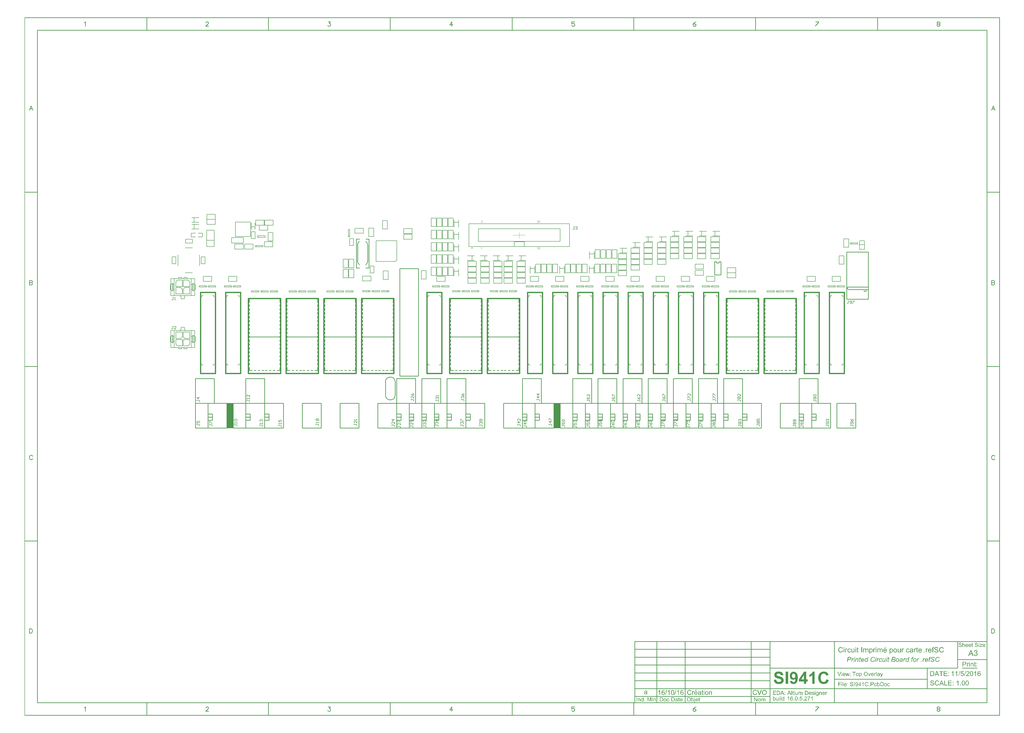
<source format=gto>
G04 Layer_Color=65535*
%FSLAX25Y25*%
%MOIN*%
G70*
G01*
G75*
%ADD34C,0.02000*%
%ADD35C,0.00800*%
%ADD38C,0.01000*%
%ADD51C,0.00500*%
%ADD70C,0.00700*%
%ADD71C,0.00984*%
%ADD72C,0.00600*%
%ADD73C,0.00787*%
%ADD74C,0.00787*%
%ADD75C,0.00100*%
%ADD76C,0.00799*%
%ADD77C,0.00296*%
%ADD78R,0.10000X0.40400*%
G36*
X1263962Y-372636D02*
X1263171D01*
Y-371738D01*
X1263962D01*
Y-372636D01*
D02*
G37*
G36*
X1259687Y-371640D02*
X1259755D01*
X1259921Y-371660D01*
X1260116Y-371689D01*
X1260331Y-371728D01*
X1260546Y-371786D01*
X1260751Y-371865D01*
X1260760D01*
X1260770Y-371874D01*
X1260800Y-371884D01*
X1260839Y-371904D01*
X1260936Y-371962D01*
X1261063Y-372030D01*
X1261200Y-372128D01*
X1261336Y-372245D01*
X1261473Y-372382D01*
X1261590Y-372538D01*
X1261600Y-372557D01*
X1261639Y-372616D01*
X1261688Y-372714D01*
X1261736Y-372831D01*
X1261795Y-372977D01*
X1261854Y-373153D01*
X1261893Y-373338D01*
X1261912Y-373543D01*
X1261102Y-373602D01*
Y-373592D01*
Y-373573D01*
X1261092Y-373543D01*
X1261083Y-373504D01*
X1261063Y-373397D01*
X1261024Y-373260D01*
X1260966Y-373114D01*
X1260887Y-372967D01*
X1260780Y-372821D01*
X1260653Y-372694D01*
X1260634Y-372684D01*
X1260585Y-372645D01*
X1260497Y-372597D01*
X1260380Y-372538D01*
X1260224Y-372479D01*
X1260028Y-372431D01*
X1259804Y-372392D01*
X1259540Y-372382D01*
X1259414D01*
X1259355Y-372392D01*
X1259277D01*
X1259111Y-372421D01*
X1258926Y-372450D01*
X1258740Y-372499D01*
X1258564Y-372567D01*
X1258486Y-372616D01*
X1258418Y-372665D01*
X1258408Y-372675D01*
X1258369Y-372714D01*
X1258311Y-372772D01*
X1258252Y-372860D01*
X1258184Y-372958D01*
X1258135Y-373075D01*
X1258096Y-373202D01*
X1258076Y-373348D01*
Y-373368D01*
Y-373407D01*
X1258086Y-373475D01*
X1258106Y-373553D01*
X1258135Y-373641D01*
X1258184Y-373739D01*
X1258242Y-373826D01*
X1258321Y-373914D01*
X1258330Y-373924D01*
X1258379Y-373953D01*
X1258408Y-373973D01*
X1258447Y-374002D01*
X1258506Y-374022D01*
X1258574Y-374051D01*
X1258652Y-374090D01*
X1258740Y-374129D01*
X1258838Y-374158D01*
X1258955Y-374197D01*
X1259091Y-374246D01*
X1259238Y-374285D01*
X1259404Y-374324D01*
X1259589Y-374373D01*
X1259599D01*
X1259638Y-374383D01*
X1259687Y-374392D01*
X1259755Y-374412D01*
X1259843Y-374431D01*
X1259941Y-374461D01*
X1260155Y-374510D01*
X1260390Y-374578D01*
X1260624Y-374646D01*
X1260741Y-374675D01*
X1260839Y-374714D01*
X1260936Y-374753D01*
X1261014Y-374783D01*
X1261024D01*
X1261043Y-374793D01*
X1261063Y-374812D01*
X1261102Y-374832D01*
X1261200Y-374890D01*
X1261327Y-374958D01*
X1261463Y-375056D01*
X1261600Y-375173D01*
X1261727Y-375300D01*
X1261834Y-375437D01*
X1261844Y-375456D01*
X1261873Y-375505D01*
X1261922Y-375583D01*
X1261971Y-375700D01*
X1262020Y-375827D01*
X1262068Y-375983D01*
X1262098Y-376159D01*
X1262107Y-376344D01*
Y-376354D01*
Y-376364D01*
Y-376393D01*
Y-376432D01*
X1262088Y-376530D01*
X1262068Y-376657D01*
X1262039Y-376803D01*
X1261981Y-376969D01*
X1261912Y-377145D01*
X1261815Y-377311D01*
X1261805Y-377330D01*
X1261756Y-377389D01*
X1261697Y-377467D01*
X1261600Y-377564D01*
X1261483Y-377681D01*
X1261336Y-377799D01*
X1261161Y-377906D01*
X1260966Y-378013D01*
X1260956D01*
X1260936Y-378023D01*
X1260907Y-378033D01*
X1260868Y-378052D01*
X1260819Y-378072D01*
X1260760Y-378091D01*
X1260604Y-378131D01*
X1260429Y-378179D01*
X1260214Y-378218D01*
X1259989Y-378248D01*
X1259736Y-378257D01*
X1259589D01*
X1259521Y-378248D01*
X1259433D01*
X1259336Y-378238D01*
X1259228Y-378228D01*
X1259004Y-378199D01*
X1258760Y-378150D01*
X1258516Y-378091D01*
X1258282Y-378013D01*
X1258272D01*
X1258252Y-378004D01*
X1258223Y-377984D01*
X1258184Y-377965D01*
X1258076Y-377906D01*
X1257950Y-377818D01*
X1257793Y-377711D01*
X1257647Y-377584D01*
X1257491Y-377428D01*
X1257354Y-377252D01*
Y-377242D01*
X1257345Y-377233D01*
X1257325Y-377203D01*
X1257306Y-377164D01*
X1257276Y-377115D01*
X1257247Y-377057D01*
X1257188Y-376910D01*
X1257130Y-376745D01*
X1257071Y-376540D01*
X1257032Y-376325D01*
X1257013Y-376091D01*
X1257813Y-376022D01*
Y-376032D01*
Y-376042D01*
X1257823Y-376100D01*
X1257842Y-376188D01*
X1257862Y-376305D01*
X1257901Y-376432D01*
X1257940Y-376569D01*
X1257998Y-376696D01*
X1258067Y-376823D01*
X1258076Y-376832D01*
X1258106Y-376871D01*
X1258155Y-376930D01*
X1258233Y-376998D01*
X1258321Y-377076D01*
X1258428Y-377164D01*
X1258564Y-377242D01*
X1258711Y-377320D01*
X1258721D01*
X1258730Y-377330D01*
X1258789Y-377350D01*
X1258877Y-377379D01*
X1259004Y-377408D01*
X1259140Y-377447D01*
X1259316Y-377477D01*
X1259501Y-377496D01*
X1259697Y-377506D01*
X1259775D01*
X1259872Y-377496D01*
X1259980Y-377486D01*
X1260116Y-377477D01*
X1260253Y-377447D01*
X1260399Y-377418D01*
X1260546Y-377369D01*
X1260565Y-377359D01*
X1260604Y-377340D01*
X1260673Y-377311D01*
X1260751Y-377262D01*
X1260848Y-377203D01*
X1260936Y-377135D01*
X1261024Y-377057D01*
X1261102Y-376969D01*
X1261112Y-376959D01*
X1261131Y-376920D01*
X1261161Y-376871D01*
X1261200Y-376803D01*
X1261229Y-376725D01*
X1261258Y-376627D01*
X1261278Y-376530D01*
X1261287Y-376423D01*
Y-376413D01*
Y-376374D01*
X1261278Y-376315D01*
X1261268Y-376247D01*
X1261248Y-376159D01*
X1261209Y-376071D01*
X1261170Y-375983D01*
X1261112Y-375895D01*
X1261102Y-375886D01*
X1261083Y-375856D01*
X1261034Y-375817D01*
X1260975Y-375759D01*
X1260897Y-375700D01*
X1260800Y-375642D01*
X1260673Y-375573D01*
X1260536Y-375515D01*
X1260526Y-375505D01*
X1260487Y-375495D01*
X1260409Y-375476D01*
X1260360Y-375456D01*
X1260302Y-375437D01*
X1260224Y-375417D01*
X1260146Y-375398D01*
X1260048Y-375368D01*
X1259950Y-375339D01*
X1259833Y-375310D01*
X1259697Y-375281D01*
X1259550Y-375241D01*
X1259394Y-375202D01*
X1259384D01*
X1259355Y-375193D01*
X1259306Y-375183D01*
X1259248Y-375163D01*
X1259179Y-375144D01*
X1259101Y-375124D01*
X1258916Y-375076D01*
X1258711Y-375007D01*
X1258506Y-374939D01*
X1258321Y-374871D01*
X1258233Y-374841D01*
X1258164Y-374802D01*
X1258155D01*
X1258145Y-374793D01*
X1258086Y-374753D01*
X1258008Y-374705D01*
X1257911Y-374636D01*
X1257793Y-374549D01*
X1257686Y-374451D01*
X1257579Y-374334D01*
X1257481Y-374207D01*
X1257471Y-374187D01*
X1257442Y-374139D01*
X1257413Y-374070D01*
X1257374Y-373973D01*
X1257325Y-373856D01*
X1257296Y-373719D01*
X1257266Y-373563D01*
X1257257Y-373407D01*
Y-373397D01*
Y-373387D01*
Y-373358D01*
Y-373319D01*
X1257276Y-373231D01*
X1257296Y-373114D01*
X1257325Y-372967D01*
X1257374Y-372821D01*
X1257442Y-372655D01*
X1257530Y-372499D01*
Y-372489D01*
X1257540Y-372479D01*
X1257579Y-372431D01*
X1257647Y-372353D01*
X1257735Y-372255D01*
X1257842Y-372157D01*
X1257979Y-372050D01*
X1258145Y-371943D01*
X1258330Y-371855D01*
X1258340D01*
X1258350Y-371845D01*
X1258379Y-371835D01*
X1258428Y-371816D01*
X1258477Y-371806D01*
X1258535Y-371786D01*
X1258672Y-371738D01*
X1258848Y-371699D01*
X1259043Y-371669D01*
X1259267Y-371640D01*
X1259501Y-371630D01*
X1259619D01*
X1259687Y-371640D01*
D02*
G37*
G36*
X1233803D02*
X1233872D01*
X1234038Y-371660D01*
X1234233Y-371689D01*
X1234447Y-371728D01*
X1234662Y-371786D01*
X1234867Y-371865D01*
X1234877D01*
X1234887Y-371874D01*
X1234916Y-371884D01*
X1234955Y-371904D01*
X1235053Y-371962D01*
X1235180Y-372030D01*
X1235316Y-372128D01*
X1235453Y-372245D01*
X1235590Y-372382D01*
X1235707Y-372538D01*
X1235716Y-372557D01*
X1235755Y-372616D01*
X1235804Y-372714D01*
X1235853Y-372831D01*
X1235911Y-372977D01*
X1235970Y-373153D01*
X1236009Y-373338D01*
X1236029Y-373543D01*
X1235219Y-373602D01*
Y-373592D01*
Y-373573D01*
X1235209Y-373543D01*
X1235199Y-373504D01*
X1235180Y-373397D01*
X1235141Y-373260D01*
X1235082Y-373114D01*
X1235004Y-372967D01*
X1234896Y-372821D01*
X1234770Y-372694D01*
X1234750Y-372684D01*
X1234701Y-372645D01*
X1234614Y-372597D01*
X1234496Y-372538D01*
X1234340Y-372479D01*
X1234145Y-372431D01*
X1233920Y-372392D01*
X1233657Y-372382D01*
X1233530D01*
X1233471Y-372392D01*
X1233393D01*
X1233228Y-372421D01*
X1233042Y-372450D01*
X1232857Y-372499D01*
X1232681Y-372567D01*
X1232603Y-372616D01*
X1232535Y-372665D01*
X1232525Y-372675D01*
X1232486Y-372714D01*
X1232427Y-372772D01*
X1232369Y-372860D01*
X1232300Y-372958D01*
X1232251Y-373075D01*
X1232213Y-373202D01*
X1232193Y-373348D01*
Y-373368D01*
Y-373407D01*
X1232203Y-373475D01*
X1232222Y-373553D01*
X1232251Y-373641D01*
X1232300Y-373739D01*
X1232359Y-373826D01*
X1232437Y-373914D01*
X1232447Y-373924D01*
X1232495Y-373953D01*
X1232525Y-373973D01*
X1232564Y-374002D01*
X1232622Y-374022D01*
X1232691Y-374051D01*
X1232769Y-374090D01*
X1232857Y-374129D01*
X1232954Y-374158D01*
X1233071Y-374197D01*
X1233208Y-374246D01*
X1233354Y-374285D01*
X1233520Y-374324D01*
X1233706Y-374373D01*
X1233716D01*
X1233755Y-374383D01*
X1233803Y-374392D01*
X1233872Y-374412D01*
X1233959Y-374431D01*
X1234057Y-374461D01*
X1234272Y-374510D01*
X1234506Y-374578D01*
X1234740Y-374646D01*
X1234857Y-374675D01*
X1234955Y-374714D01*
X1235053Y-374753D01*
X1235131Y-374783D01*
X1235141D01*
X1235160Y-374793D01*
X1235180Y-374812D01*
X1235219Y-374832D01*
X1235316Y-374890D01*
X1235443Y-374958D01*
X1235580Y-375056D01*
X1235716Y-375173D01*
X1235843Y-375300D01*
X1235951Y-375437D01*
X1235960Y-375456D01*
X1235990Y-375505D01*
X1236038Y-375583D01*
X1236087Y-375700D01*
X1236136Y-375827D01*
X1236185Y-375983D01*
X1236214Y-376159D01*
X1236224Y-376344D01*
Y-376354D01*
Y-376364D01*
Y-376393D01*
Y-376432D01*
X1236204Y-376530D01*
X1236185Y-376657D01*
X1236156Y-376803D01*
X1236097Y-376969D01*
X1236029Y-377145D01*
X1235931Y-377311D01*
X1235921Y-377330D01*
X1235872Y-377389D01*
X1235814Y-377467D01*
X1235716Y-377564D01*
X1235599Y-377681D01*
X1235453Y-377799D01*
X1235277Y-377906D01*
X1235082Y-378013D01*
X1235072D01*
X1235053Y-378023D01*
X1235023Y-378033D01*
X1234984Y-378052D01*
X1234935Y-378072D01*
X1234877Y-378091D01*
X1234721Y-378131D01*
X1234545Y-378179D01*
X1234330Y-378218D01*
X1234106Y-378248D01*
X1233852Y-378257D01*
X1233706D01*
X1233637Y-378248D01*
X1233550D01*
X1233452Y-378238D01*
X1233345Y-378228D01*
X1233120Y-378199D01*
X1232876Y-378150D01*
X1232632Y-378091D01*
X1232398Y-378013D01*
X1232388D01*
X1232369Y-378004D01*
X1232339Y-377984D01*
X1232300Y-377965D01*
X1232193Y-377906D01*
X1232066Y-377818D01*
X1231910Y-377711D01*
X1231763Y-377584D01*
X1231607Y-377428D01*
X1231471Y-377252D01*
Y-377242D01*
X1231461Y-377233D01*
X1231441Y-377203D01*
X1231422Y-377164D01*
X1231393Y-377115D01*
X1231363Y-377057D01*
X1231305Y-376910D01*
X1231246Y-376745D01*
X1231188Y-376540D01*
X1231149Y-376325D01*
X1231129Y-376091D01*
X1231929Y-376022D01*
Y-376032D01*
Y-376042D01*
X1231939Y-376100D01*
X1231959Y-376188D01*
X1231978Y-376305D01*
X1232017Y-376432D01*
X1232056Y-376569D01*
X1232115Y-376696D01*
X1232183Y-376823D01*
X1232193Y-376832D01*
X1232222Y-376871D01*
X1232271Y-376930D01*
X1232349Y-376998D01*
X1232437Y-377076D01*
X1232544Y-377164D01*
X1232681Y-377242D01*
X1232827Y-377320D01*
X1232837D01*
X1232847Y-377330D01*
X1232905Y-377350D01*
X1232993Y-377379D01*
X1233120Y-377408D01*
X1233257Y-377447D01*
X1233432Y-377477D01*
X1233618Y-377496D01*
X1233813Y-377506D01*
X1233891D01*
X1233989Y-377496D01*
X1234096Y-377486D01*
X1234233Y-377477D01*
X1234369Y-377447D01*
X1234516Y-377418D01*
X1234662Y-377369D01*
X1234682Y-377359D01*
X1234721Y-377340D01*
X1234789Y-377311D01*
X1234867Y-377262D01*
X1234965Y-377203D01*
X1235053Y-377135D01*
X1235141Y-377057D01*
X1235219Y-376969D01*
X1235228Y-376959D01*
X1235248Y-376920D01*
X1235277Y-376871D01*
X1235316Y-376803D01*
X1235345Y-376725D01*
X1235375Y-376627D01*
X1235394Y-376530D01*
X1235404Y-376423D01*
Y-376413D01*
Y-376374D01*
X1235394Y-376315D01*
X1235384Y-376247D01*
X1235365Y-376159D01*
X1235326Y-376071D01*
X1235287Y-375983D01*
X1235228Y-375895D01*
X1235219Y-375886D01*
X1235199Y-375856D01*
X1235150Y-375817D01*
X1235092Y-375759D01*
X1235014Y-375700D01*
X1234916Y-375642D01*
X1234789Y-375573D01*
X1234653Y-375515D01*
X1234643Y-375505D01*
X1234604Y-375495D01*
X1234526Y-375476D01*
X1234477Y-375456D01*
X1234418Y-375437D01*
X1234340Y-375417D01*
X1234262Y-375398D01*
X1234165Y-375368D01*
X1234067Y-375339D01*
X1233950Y-375310D01*
X1233813Y-375281D01*
X1233667Y-375241D01*
X1233511Y-375202D01*
X1233501D01*
X1233471Y-375193D01*
X1233423Y-375183D01*
X1233364Y-375163D01*
X1233296Y-375144D01*
X1233218Y-375124D01*
X1233032Y-375076D01*
X1232827Y-375007D01*
X1232622Y-374939D01*
X1232437Y-374871D01*
X1232349Y-374841D01*
X1232281Y-374802D01*
X1232271D01*
X1232261Y-374793D01*
X1232203Y-374753D01*
X1232125Y-374705D01*
X1232027Y-374636D01*
X1231910Y-374549D01*
X1231803Y-374451D01*
X1231695Y-374334D01*
X1231598Y-374207D01*
X1231588Y-374187D01*
X1231559Y-374139D01*
X1231529Y-374070D01*
X1231490Y-373973D01*
X1231441Y-373856D01*
X1231412Y-373719D01*
X1231383Y-373563D01*
X1231373Y-373407D01*
Y-373397D01*
Y-373387D01*
Y-373358D01*
Y-373319D01*
X1231393Y-373231D01*
X1231412Y-373114D01*
X1231441Y-372967D01*
X1231490Y-372821D01*
X1231559Y-372655D01*
X1231646Y-372499D01*
Y-372489D01*
X1231656Y-372479D01*
X1231695Y-372431D01*
X1231763Y-372353D01*
X1231851Y-372255D01*
X1231959Y-372157D01*
X1232095Y-372050D01*
X1232261Y-371943D01*
X1232447Y-371855D01*
X1232456D01*
X1232466Y-371845D01*
X1232495Y-371835D01*
X1232544Y-371816D01*
X1232593Y-371806D01*
X1232652Y-371786D01*
X1232788Y-371738D01*
X1232964Y-371699D01*
X1233159Y-371669D01*
X1233384Y-371640D01*
X1233618Y-371630D01*
X1233735D01*
X1233803Y-371640D01*
D02*
G37*
G36*
X1268705Y-374022D02*
X1266187Y-376979D01*
X1265699Y-377525D01*
X1265748D01*
X1265787Y-377516D01*
X1265894Y-377506D01*
X1266021Y-377496D01*
X1266177D01*
X1266343Y-377486D01*
X1266695Y-377477D01*
X1268842D01*
Y-378150D01*
X1264733D01*
Y-377516D01*
X1267690Y-374109D01*
X1267602D01*
X1267514Y-374119D01*
X1267387D01*
X1267251Y-374129D01*
X1267105D01*
X1266948Y-374139D01*
X1264909D01*
Y-373504D01*
X1268705D01*
Y-374022D01*
D02*
G37*
G36*
X1263962Y-378150D02*
X1263171D01*
Y-373504D01*
X1263962D01*
Y-378150D01*
D02*
G37*
G36*
X1238068Y-374031D02*
X1238078Y-374022D01*
X1238098Y-374002D01*
X1238127Y-373973D01*
X1238166Y-373934D01*
X1238225Y-373885D01*
X1238283Y-373826D01*
X1238361Y-373778D01*
X1238449Y-373709D01*
X1238547Y-373651D01*
X1238644Y-373602D01*
X1238888Y-373495D01*
X1239015Y-373455D01*
X1239152Y-373426D01*
X1239298Y-373407D01*
X1239454Y-373397D01*
X1239542D01*
X1239640Y-373407D01*
X1239757Y-373426D01*
X1239894Y-373446D01*
X1240040Y-373485D01*
X1240196Y-373534D01*
X1240343Y-373602D01*
X1240362Y-373612D01*
X1240401Y-373641D01*
X1240469Y-373690D01*
X1240557Y-373748D01*
X1240645Y-373826D01*
X1240733Y-373924D01*
X1240821Y-374041D01*
X1240889Y-374168D01*
X1240899Y-374187D01*
X1240918Y-374236D01*
X1240938Y-374314D01*
X1240977Y-374431D01*
X1241006Y-374578D01*
X1241026Y-374763D01*
X1241045Y-374968D01*
X1241055Y-375212D01*
Y-378150D01*
X1240265D01*
Y-375202D01*
Y-375193D01*
Y-375173D01*
Y-375144D01*
Y-375105D01*
X1240255Y-375007D01*
X1240235Y-374871D01*
X1240196Y-374734D01*
X1240157Y-374597D01*
X1240089Y-374461D01*
X1240001Y-374344D01*
X1239991Y-374334D01*
X1239952Y-374305D01*
X1239894Y-374256D01*
X1239816Y-374207D01*
X1239718Y-374158D01*
X1239591Y-374109D01*
X1239454Y-374080D01*
X1239289Y-374070D01*
X1239230D01*
X1239162Y-374080D01*
X1239074Y-374090D01*
X1238976Y-374119D01*
X1238859Y-374148D01*
X1238742Y-374197D01*
X1238625Y-374256D01*
X1238615Y-374266D01*
X1238576Y-374285D01*
X1238527Y-374334D01*
X1238459Y-374383D01*
X1238391Y-374461D01*
X1238313Y-374539D01*
X1238254Y-374646D01*
X1238195Y-374753D01*
X1238186Y-374763D01*
X1238176Y-374812D01*
X1238156Y-374880D01*
X1238137Y-374978D01*
X1238107Y-375105D01*
X1238088Y-375251D01*
X1238078Y-375417D01*
X1238068Y-375612D01*
Y-378150D01*
X1237278D01*
Y-371738D01*
X1238068D01*
Y-374031D01*
D02*
G37*
G36*
X1253138Y-373504D02*
X1253928D01*
Y-374119D01*
X1253138D01*
Y-376842D01*
Y-376852D01*
Y-376891D01*
Y-376950D01*
X1253148Y-377018D01*
X1253158Y-377164D01*
X1253167Y-377223D01*
X1253177Y-377272D01*
X1253187Y-377291D01*
X1253206Y-377330D01*
X1253245Y-377379D01*
X1253304Y-377428D01*
X1253323Y-377437D01*
X1253372Y-377447D01*
X1253460Y-377467D01*
X1253577Y-377477D01*
X1253675D01*
X1253724Y-377467D01*
X1253782D01*
X1253928Y-377447D01*
X1254036Y-378140D01*
X1254016D01*
X1253977Y-378150D01*
X1253919Y-378160D01*
X1253831Y-378169D01*
X1253743Y-378189D01*
X1253645Y-378199D01*
X1253440Y-378209D01*
X1253372D01*
X1253294Y-378199D01*
X1253197Y-378189D01*
X1253089Y-378179D01*
X1252972Y-378150D01*
X1252865Y-378121D01*
X1252767Y-378082D01*
X1252757Y-378072D01*
X1252728Y-378052D01*
X1252689Y-378023D01*
X1252640Y-377984D01*
X1252582Y-377935D01*
X1252533Y-377877D01*
X1252474Y-377808D01*
X1252435Y-377730D01*
Y-377721D01*
X1252425Y-377681D01*
X1252406Y-377623D01*
X1252396Y-377525D01*
X1252377Y-377398D01*
X1252367Y-377330D01*
X1252357Y-377242D01*
Y-377145D01*
X1252347Y-377037D01*
Y-376920D01*
Y-376793D01*
Y-374119D01*
X1251762D01*
Y-373504D01*
X1252347D01*
Y-372362D01*
X1253138Y-371884D01*
Y-373504D01*
D02*
G37*
G36*
X1271692Y-373407D02*
X1271770Y-373416D01*
X1271867Y-373426D01*
X1271965Y-373446D01*
X1272082Y-373475D01*
X1272316Y-373553D01*
X1272443Y-373602D01*
X1272570Y-373670D01*
X1272697Y-373739D01*
X1272824Y-373826D01*
X1272941Y-373924D01*
X1273058Y-374041D01*
X1273068Y-374051D01*
X1273087Y-374070D01*
X1273117Y-374109D01*
X1273156Y-374158D01*
X1273195Y-374226D01*
X1273244Y-374305D01*
X1273302Y-374392D01*
X1273361Y-374500D01*
X1273409Y-374627D01*
X1273468Y-374753D01*
X1273517Y-374900D01*
X1273566Y-375066D01*
X1273595Y-375232D01*
X1273624Y-375417D01*
X1273644Y-375612D01*
X1273653Y-375827D01*
Y-375837D01*
Y-375876D01*
Y-375944D01*
X1273644Y-376032D01*
X1270189D01*
Y-376042D01*
Y-376061D01*
X1270198Y-376110D01*
Y-376159D01*
X1270208Y-376227D01*
X1270218Y-376296D01*
X1270257Y-376471D01*
X1270315Y-376657D01*
X1270384Y-376852D01*
X1270491Y-377047D01*
X1270618Y-377213D01*
X1270638Y-377233D01*
X1270686Y-377272D01*
X1270774Y-377340D01*
X1270882Y-377408D01*
X1271028Y-377486D01*
X1271194Y-377555D01*
X1271379Y-377594D01*
X1271584Y-377613D01*
X1271662D01*
X1271741Y-377603D01*
X1271838Y-377584D01*
X1271955Y-377555D01*
X1272082Y-377516D01*
X1272209Y-377467D01*
X1272326Y-377389D01*
X1272336Y-377379D01*
X1272375Y-377340D01*
X1272433Y-377291D01*
X1272502Y-377203D01*
X1272580Y-377106D01*
X1272658Y-376979D01*
X1272736Y-376823D01*
X1272814Y-376647D01*
X1273624Y-376754D01*
Y-376764D01*
X1273614Y-376784D01*
X1273605Y-376823D01*
X1273585Y-376871D01*
X1273566Y-376930D01*
X1273536Y-376998D01*
X1273458Y-377164D01*
X1273361Y-377340D01*
X1273244Y-377525D01*
X1273087Y-377711D01*
X1272912Y-377867D01*
X1272902D01*
X1272892Y-377887D01*
X1272863Y-377906D01*
X1272814Y-377925D01*
X1272765Y-377955D01*
X1272707Y-377994D01*
X1272638Y-378023D01*
X1272551Y-378062D01*
X1272365Y-378131D01*
X1272131Y-378199D01*
X1271877Y-378238D01*
X1271584Y-378257D01*
X1271487D01*
X1271418Y-378248D01*
X1271331Y-378238D01*
X1271233Y-378228D01*
X1271126Y-378209D01*
X1270999Y-378179D01*
X1270745Y-378101D01*
X1270608Y-378052D01*
X1270481Y-377994D01*
X1270345Y-377925D01*
X1270218Y-377838D01*
X1270091Y-377740D01*
X1269974Y-377633D01*
X1269964Y-377623D01*
X1269945Y-377603D01*
X1269915Y-377564D01*
X1269886Y-377516D01*
X1269837Y-377457D01*
X1269788Y-377379D01*
X1269730Y-377281D01*
X1269681Y-377174D01*
X1269623Y-377057D01*
X1269564Y-376930D01*
X1269515Y-376784D01*
X1269476Y-376627D01*
X1269437Y-376462D01*
X1269408Y-376276D01*
X1269388Y-376081D01*
X1269379Y-375876D01*
Y-375866D01*
Y-375827D01*
Y-375759D01*
X1269388Y-375681D01*
X1269398Y-375583D01*
X1269408Y-375466D01*
X1269427Y-375339D01*
X1269457Y-375202D01*
X1269525Y-374910D01*
X1269574Y-374763D01*
X1269632Y-374607D01*
X1269701Y-374461D01*
X1269779Y-374314D01*
X1269867Y-374178D01*
X1269974Y-374051D01*
X1269984Y-374041D01*
X1270003Y-374022D01*
X1270033Y-373992D01*
X1270081Y-373943D01*
X1270140Y-373895D01*
X1270218Y-373846D01*
X1270296Y-373787D01*
X1270394Y-373719D01*
X1270501Y-373660D01*
X1270618Y-373602D01*
X1270745Y-373553D01*
X1270891Y-373495D01*
X1271038Y-373455D01*
X1271194Y-373426D01*
X1271360Y-373407D01*
X1271535Y-373397D01*
X1271623D01*
X1271692Y-373407D01*
D02*
G37*
G36*
X1249292D02*
X1249371Y-373416D01*
X1249468Y-373426D01*
X1249566Y-373446D01*
X1249683Y-373475D01*
X1249917Y-373553D01*
X1250044Y-373602D01*
X1250171Y-373670D01*
X1250298Y-373739D01*
X1250425Y-373826D01*
X1250542Y-373924D01*
X1250659Y-374041D01*
X1250669Y-374051D01*
X1250688Y-374070D01*
X1250717Y-374109D01*
X1250756Y-374158D01*
X1250795Y-374226D01*
X1250844Y-374305D01*
X1250903Y-374392D01*
X1250961Y-374500D01*
X1251010Y-374627D01*
X1251069Y-374753D01*
X1251118Y-374900D01*
X1251166Y-375066D01*
X1251196Y-375232D01*
X1251225Y-375417D01*
X1251245Y-375612D01*
X1251254Y-375827D01*
Y-375837D01*
Y-375876D01*
Y-375944D01*
X1251245Y-376032D01*
X1247789D01*
Y-376042D01*
Y-376061D01*
X1247799Y-376110D01*
Y-376159D01*
X1247809Y-376227D01*
X1247819Y-376296D01*
X1247858Y-376471D01*
X1247916Y-376657D01*
X1247985Y-376852D01*
X1248092Y-377047D01*
X1248219Y-377213D01*
X1248238Y-377233D01*
X1248287Y-377272D01*
X1248375Y-377340D01*
X1248482Y-377408D01*
X1248629Y-377486D01*
X1248795Y-377555D01*
X1248980Y-377594D01*
X1249185Y-377613D01*
X1249263D01*
X1249341Y-377603D01*
X1249439Y-377584D01*
X1249556Y-377555D01*
X1249683Y-377516D01*
X1249810Y-377467D01*
X1249927Y-377389D01*
X1249937Y-377379D01*
X1249976Y-377340D01*
X1250034Y-377291D01*
X1250103Y-377203D01*
X1250181Y-377106D01*
X1250259Y-376979D01*
X1250337Y-376823D01*
X1250415Y-376647D01*
X1251225Y-376754D01*
Y-376764D01*
X1251215Y-376784D01*
X1251206Y-376823D01*
X1251186Y-376871D01*
X1251166Y-376930D01*
X1251137Y-376998D01*
X1251059Y-377164D01*
X1250961Y-377340D01*
X1250844Y-377525D01*
X1250688Y-377711D01*
X1250513Y-377867D01*
X1250503D01*
X1250493Y-377887D01*
X1250464Y-377906D01*
X1250415Y-377925D01*
X1250366Y-377955D01*
X1250307Y-377994D01*
X1250239Y-378023D01*
X1250151Y-378062D01*
X1249966Y-378131D01*
X1249732Y-378199D01*
X1249478Y-378238D01*
X1249185Y-378257D01*
X1249088D01*
X1249019Y-378248D01*
X1248931Y-378238D01*
X1248834Y-378228D01*
X1248726Y-378209D01*
X1248600Y-378179D01*
X1248346Y-378101D01*
X1248209Y-378052D01*
X1248082Y-377994D01*
X1247946Y-377925D01*
X1247819Y-377838D01*
X1247692Y-377740D01*
X1247575Y-377633D01*
X1247565Y-377623D01*
X1247545Y-377603D01*
X1247516Y-377564D01*
X1247487Y-377516D01*
X1247438Y-377457D01*
X1247389Y-377379D01*
X1247331Y-377281D01*
X1247282Y-377174D01*
X1247223Y-377057D01*
X1247165Y-376930D01*
X1247116Y-376784D01*
X1247077Y-376627D01*
X1247038Y-376462D01*
X1247009Y-376276D01*
X1246989Y-376081D01*
X1246979Y-375876D01*
Y-375866D01*
Y-375827D01*
Y-375759D01*
X1246989Y-375681D01*
X1246999Y-375583D01*
X1247009Y-375466D01*
X1247028Y-375339D01*
X1247058Y-375202D01*
X1247126Y-374910D01*
X1247175Y-374763D01*
X1247233Y-374607D01*
X1247301Y-374461D01*
X1247379Y-374314D01*
X1247467Y-374178D01*
X1247575Y-374051D01*
X1247585Y-374041D01*
X1247604Y-374022D01*
X1247633Y-373992D01*
X1247682Y-373943D01*
X1247741Y-373895D01*
X1247819Y-373846D01*
X1247897Y-373787D01*
X1247994Y-373719D01*
X1248102Y-373660D01*
X1248219Y-373602D01*
X1248346Y-373553D01*
X1248492Y-373495D01*
X1248639Y-373455D01*
X1248795Y-373426D01*
X1248961Y-373407D01*
X1249136Y-373397D01*
X1249224D01*
X1249292Y-373407D01*
D02*
G37*
G36*
X1244315D02*
X1244393Y-373416D01*
X1244491Y-373426D01*
X1244588Y-373446D01*
X1244705Y-373475D01*
X1244940Y-373553D01*
X1245066Y-373602D01*
X1245193Y-373670D01*
X1245320Y-373739D01*
X1245447Y-373826D01*
X1245564Y-373924D01*
X1245681Y-374041D01*
X1245691Y-374051D01*
X1245711Y-374070D01*
X1245740Y-374109D01*
X1245779Y-374158D01*
X1245818Y-374226D01*
X1245867Y-374305D01*
X1245925Y-374392D01*
X1245984Y-374500D01*
X1246033Y-374627D01*
X1246091Y-374753D01*
X1246140Y-374900D01*
X1246189Y-375066D01*
X1246218Y-375232D01*
X1246247Y-375417D01*
X1246267Y-375612D01*
X1246277Y-375827D01*
Y-375837D01*
Y-375876D01*
Y-375944D01*
X1246267Y-376032D01*
X1242812D01*
Y-376042D01*
Y-376061D01*
X1242822Y-376110D01*
Y-376159D01*
X1242831Y-376227D01*
X1242841Y-376296D01*
X1242880Y-376471D01*
X1242939Y-376657D01*
X1243007Y-376852D01*
X1243114Y-377047D01*
X1243241Y-377213D01*
X1243261Y-377233D01*
X1243310Y-377272D01*
X1243398Y-377340D01*
X1243505Y-377408D01*
X1243651Y-377486D01*
X1243817Y-377555D01*
X1244003Y-377594D01*
X1244207Y-377613D01*
X1244286D01*
X1244364Y-377603D01*
X1244461Y-377584D01*
X1244578Y-377555D01*
X1244705Y-377516D01*
X1244832Y-377467D01*
X1244949Y-377389D01*
X1244959Y-377379D01*
X1244998Y-377340D01*
X1245057Y-377291D01*
X1245125Y-377203D01*
X1245203Y-377106D01*
X1245281Y-376979D01*
X1245359Y-376823D01*
X1245437Y-376647D01*
X1246247Y-376754D01*
Y-376764D01*
X1246238Y-376784D01*
X1246228Y-376823D01*
X1246208Y-376871D01*
X1246189Y-376930D01*
X1246159Y-376998D01*
X1246082Y-377164D01*
X1245984Y-377340D01*
X1245867Y-377525D01*
X1245711Y-377711D01*
X1245535Y-377867D01*
X1245525D01*
X1245515Y-377887D01*
X1245486Y-377906D01*
X1245437Y-377925D01*
X1245389Y-377955D01*
X1245330Y-377994D01*
X1245262Y-378023D01*
X1245174Y-378062D01*
X1244988Y-378131D01*
X1244754Y-378199D01*
X1244500Y-378238D01*
X1244207Y-378257D01*
X1244110D01*
X1244042Y-378248D01*
X1243954Y-378238D01*
X1243856Y-378228D01*
X1243749Y-378209D01*
X1243622Y-378179D01*
X1243368Y-378101D01*
X1243231Y-378052D01*
X1243105Y-377994D01*
X1242968Y-377925D01*
X1242841Y-377838D01*
X1242714Y-377740D01*
X1242597Y-377633D01*
X1242587Y-377623D01*
X1242568Y-377603D01*
X1242539Y-377564D01*
X1242509Y-377516D01*
X1242461Y-377457D01*
X1242412Y-377379D01*
X1242353Y-377281D01*
X1242304Y-377174D01*
X1242246Y-377057D01*
X1242187Y-376930D01*
X1242138Y-376784D01*
X1242099Y-376627D01*
X1242060Y-376462D01*
X1242031Y-376276D01*
X1242012Y-376081D01*
X1242002Y-375876D01*
Y-375866D01*
Y-375827D01*
Y-375759D01*
X1242012Y-375681D01*
X1242021Y-375583D01*
X1242031Y-375466D01*
X1242051Y-375339D01*
X1242080Y-375202D01*
X1242148Y-374910D01*
X1242197Y-374763D01*
X1242255Y-374607D01*
X1242324Y-374461D01*
X1242402Y-374314D01*
X1242490Y-374178D01*
X1242597Y-374051D01*
X1242607Y-374041D01*
X1242626Y-374022D01*
X1242656Y-373992D01*
X1242704Y-373943D01*
X1242763Y-373895D01*
X1242841Y-373846D01*
X1242919Y-373787D01*
X1243017Y-373719D01*
X1243124Y-373660D01*
X1243241Y-373602D01*
X1243368Y-373553D01*
X1243515Y-373495D01*
X1243661Y-373455D01*
X1243817Y-373426D01*
X1243983Y-373407D01*
X1244159Y-373397D01*
X1244247D01*
X1244315Y-373407D01*
D02*
G37*
G36*
X1191611Y-378436D02*
X1191751Y-378449D01*
X1191916Y-378474D01*
X1192093Y-378499D01*
X1192284Y-378537D01*
X1192131Y-379426D01*
X1192118D01*
X1192080Y-379413D01*
X1192017Y-379400D01*
X1191941Y-379387D01*
X1191839D01*
X1191738Y-379375D01*
X1191522Y-379362D01*
X1191446D01*
X1191370Y-379375D01*
X1191268Y-379387D01*
X1191167Y-379413D01*
X1191053Y-379451D01*
X1190951Y-379502D01*
X1190862Y-379565D01*
X1190849Y-379578D01*
X1190837Y-379603D01*
X1190799Y-379654D01*
X1190773Y-379730D01*
X1190735Y-379832D01*
X1190697Y-379971D01*
X1190685Y-380123D01*
X1190672Y-380314D01*
Y-380860D01*
X1191852D01*
Y-381659D01*
X1190685D01*
Y-386900D01*
X1189657D01*
Y-381659D01*
X1188756D01*
Y-380860D01*
X1189657D01*
Y-380225D01*
Y-380212D01*
Y-380200D01*
Y-380123D01*
X1189669Y-380022D01*
Y-379882D01*
X1189682Y-379743D01*
X1189707Y-379591D01*
X1189733Y-379451D01*
X1189771Y-379324D01*
X1189784Y-379311D01*
X1189796Y-379261D01*
X1189834Y-379185D01*
X1189885Y-379096D01*
X1189961Y-378981D01*
X1190050Y-378880D01*
X1190152Y-378778D01*
X1190279Y-378677D01*
X1190291Y-378664D01*
X1190355Y-378639D01*
X1190431Y-378601D01*
X1190558Y-378550D01*
X1190697Y-378499D01*
X1190888Y-378461D01*
X1191091Y-378436D01*
X1191332Y-378423D01*
X1191497D01*
X1191611Y-378436D01*
D02*
G37*
G36*
X1100588Y-379730D02*
X1099560D01*
Y-378563D01*
X1100588D01*
Y-379730D01*
D02*
G37*
G36*
X1068254D02*
X1067226D01*
Y-378563D01*
X1068254D01*
Y-379730D01*
D02*
G37*
G36*
X1049498D02*
X1048470D01*
Y-378563D01*
X1049498D01*
Y-379730D01*
D02*
G37*
G36*
X1114319Y-380111D02*
X1113468D01*
X1114230Y-378525D01*
X1115575D01*
X1114319Y-380111D01*
D02*
G37*
G36*
X1195900Y-378436D02*
X1195989D01*
X1196205Y-378461D01*
X1196459Y-378499D01*
X1196738Y-378550D01*
X1197017Y-378626D01*
X1197283Y-378728D01*
X1197296D01*
X1197309Y-378740D01*
X1197347Y-378753D01*
X1197398Y-378778D01*
X1197525Y-378854D01*
X1197689Y-378943D01*
X1197867Y-379070D01*
X1198045Y-379223D01*
X1198222Y-379400D01*
X1198375Y-379603D01*
X1198387Y-379629D01*
X1198438Y-379705D01*
X1198502Y-379832D01*
X1198565Y-379984D01*
X1198641Y-380174D01*
X1198717Y-380403D01*
X1198768Y-380644D01*
X1198794Y-380910D01*
X1197740Y-380986D01*
Y-380974D01*
Y-380948D01*
X1197727Y-380910D01*
X1197715Y-380860D01*
X1197689Y-380720D01*
X1197639Y-380542D01*
X1197563Y-380352D01*
X1197461Y-380162D01*
X1197321Y-379971D01*
X1197157Y-379806D01*
X1197131Y-379794D01*
X1197068Y-379743D01*
X1196953Y-379679D01*
X1196801Y-379603D01*
X1196598Y-379527D01*
X1196344Y-379464D01*
X1196052Y-379413D01*
X1195710Y-379400D01*
X1195545D01*
X1195469Y-379413D01*
X1195367D01*
X1195151Y-379451D01*
X1194910Y-379489D01*
X1194669Y-379553D01*
X1194441Y-379641D01*
X1194339Y-379705D01*
X1194250Y-379768D01*
X1194238Y-379781D01*
X1194187Y-379832D01*
X1194111Y-379908D01*
X1194035Y-380022D01*
X1193946Y-380149D01*
X1193882Y-380301D01*
X1193832Y-380466D01*
X1193806Y-380657D01*
Y-380682D01*
Y-380733D01*
X1193819Y-380821D01*
X1193844Y-380923D01*
X1193882Y-381037D01*
X1193946Y-381164D01*
X1194022Y-381278D01*
X1194124Y-381393D01*
X1194136Y-381405D01*
X1194200Y-381443D01*
X1194238Y-381469D01*
X1194289Y-381507D01*
X1194365Y-381532D01*
X1194454Y-381570D01*
X1194555Y-381621D01*
X1194669Y-381672D01*
X1194796Y-381710D01*
X1194948Y-381761D01*
X1195126Y-381824D01*
X1195316Y-381875D01*
X1195532Y-381926D01*
X1195773Y-381989D01*
X1195786D01*
X1195837Y-382002D01*
X1195900Y-382014D01*
X1195989Y-382040D01*
X1196103Y-382065D01*
X1196230Y-382103D01*
X1196509Y-382167D01*
X1196814Y-382256D01*
X1197118Y-382344D01*
X1197271Y-382382D01*
X1197398Y-382433D01*
X1197525Y-382484D01*
X1197626Y-382522D01*
X1197639D01*
X1197664Y-382535D01*
X1197689Y-382560D01*
X1197740Y-382585D01*
X1197867Y-382662D01*
X1198032Y-382750D01*
X1198210Y-382877D01*
X1198387Y-383030D01*
X1198552Y-383194D01*
X1198692Y-383372D01*
X1198705Y-383398D01*
X1198743Y-383461D01*
X1198806Y-383562D01*
X1198870Y-383715D01*
X1198933Y-383880D01*
X1198997Y-384083D01*
X1199035Y-384311D01*
X1199047Y-384552D01*
Y-384565D01*
Y-384578D01*
Y-384616D01*
Y-384667D01*
X1199022Y-384793D01*
X1198997Y-384958D01*
X1198958Y-385149D01*
X1198882Y-385365D01*
X1198794Y-385593D01*
X1198667Y-385809D01*
X1198654Y-385834D01*
X1198590Y-385910D01*
X1198514Y-386012D01*
X1198387Y-386139D01*
X1198235Y-386291D01*
X1198045Y-386443D01*
X1197816Y-386583D01*
X1197563Y-386722D01*
X1197550D01*
X1197525Y-386735D01*
X1197486Y-386748D01*
X1197436Y-386773D01*
X1197372Y-386799D01*
X1197296Y-386824D01*
X1197093Y-386875D01*
X1196865Y-386938D01*
X1196585Y-386989D01*
X1196294Y-387027D01*
X1195964Y-387040D01*
X1195773D01*
X1195684Y-387027D01*
X1195570D01*
X1195443Y-387014D01*
X1195304Y-387001D01*
X1195012Y-386964D01*
X1194695Y-386900D01*
X1194377Y-386824D01*
X1194073Y-386722D01*
X1194060D01*
X1194035Y-386710D01*
X1193997Y-386684D01*
X1193946Y-386659D01*
X1193806Y-386583D01*
X1193641Y-386469D01*
X1193438Y-386329D01*
X1193248Y-386164D01*
X1193045Y-385961D01*
X1192867Y-385733D01*
Y-385720D01*
X1192855Y-385707D01*
X1192829Y-385669D01*
X1192804Y-385618D01*
X1192766Y-385555D01*
X1192728Y-385479D01*
X1192651Y-385288D01*
X1192575Y-385073D01*
X1192499Y-384806D01*
X1192449Y-384527D01*
X1192423Y-384222D01*
X1193464Y-384134D01*
Y-384146D01*
Y-384159D01*
X1193476Y-384235D01*
X1193502Y-384349D01*
X1193527Y-384502D01*
X1193578Y-384667D01*
X1193629Y-384844D01*
X1193705Y-385009D01*
X1193794Y-385174D01*
X1193806Y-385187D01*
X1193844Y-385238D01*
X1193908Y-385314D01*
X1194009Y-385403D01*
X1194124Y-385504D01*
X1194263Y-385618D01*
X1194441Y-385720D01*
X1194631Y-385821D01*
X1194644D01*
X1194656Y-385834D01*
X1194733Y-385859D01*
X1194847Y-385897D01*
X1195012Y-385936D01*
X1195189Y-385986D01*
X1195418Y-386024D01*
X1195659Y-386050D01*
X1195913Y-386063D01*
X1196014D01*
X1196141Y-386050D01*
X1196281Y-386037D01*
X1196459Y-386024D01*
X1196636Y-385986D01*
X1196826Y-385948D01*
X1197017Y-385885D01*
X1197042Y-385872D01*
X1197093Y-385847D01*
X1197182Y-385809D01*
X1197283Y-385745D01*
X1197410Y-385669D01*
X1197525Y-385580D01*
X1197639Y-385479D01*
X1197740Y-385365D01*
X1197753Y-385352D01*
X1197778Y-385301D01*
X1197816Y-385238D01*
X1197867Y-385149D01*
X1197905Y-385047D01*
X1197943Y-384920D01*
X1197969Y-384793D01*
X1197981Y-384654D01*
Y-384641D01*
Y-384590D01*
X1197969Y-384514D01*
X1197956Y-384425D01*
X1197931Y-384311D01*
X1197880Y-384197D01*
X1197829Y-384083D01*
X1197753Y-383969D01*
X1197740Y-383956D01*
X1197715Y-383918D01*
X1197651Y-383867D01*
X1197575Y-383791D01*
X1197474Y-383715D01*
X1197347Y-383639D01*
X1197182Y-383550D01*
X1197004Y-383474D01*
X1196992Y-383461D01*
X1196941Y-383448D01*
X1196839Y-383423D01*
X1196776Y-383398D01*
X1196700Y-383372D01*
X1196598Y-383347D01*
X1196497Y-383321D01*
X1196370Y-383283D01*
X1196243Y-383245D01*
X1196091Y-383207D01*
X1195913Y-383169D01*
X1195722Y-383118D01*
X1195519Y-383068D01*
X1195507D01*
X1195469Y-383055D01*
X1195405Y-383042D01*
X1195329Y-383017D01*
X1195240Y-382992D01*
X1195139Y-382966D01*
X1194898Y-382903D01*
X1194631Y-382814D01*
X1194365Y-382725D01*
X1194124Y-382636D01*
X1194009Y-382598D01*
X1193921Y-382547D01*
X1193908D01*
X1193895Y-382535D01*
X1193819Y-382484D01*
X1193717Y-382420D01*
X1193591Y-382332D01*
X1193438Y-382217D01*
X1193299Y-382090D01*
X1193159Y-381938D01*
X1193032Y-381773D01*
X1193019Y-381748D01*
X1192982Y-381684D01*
X1192943Y-381596D01*
X1192893Y-381469D01*
X1192829Y-381316D01*
X1192791Y-381139D01*
X1192753Y-380936D01*
X1192740Y-380733D01*
Y-380720D01*
Y-380707D01*
Y-380669D01*
Y-380618D01*
X1192766Y-380504D01*
X1192791Y-380352D01*
X1192829Y-380162D01*
X1192893Y-379971D01*
X1192982Y-379755D01*
X1193096Y-379553D01*
Y-379540D01*
X1193108Y-379527D01*
X1193159Y-379464D01*
X1193248Y-379362D01*
X1193362Y-379235D01*
X1193502Y-379108D01*
X1193679Y-378969D01*
X1193895Y-378829D01*
X1194136Y-378715D01*
X1194149D01*
X1194162Y-378702D01*
X1194200Y-378690D01*
X1194263Y-378664D01*
X1194327Y-378651D01*
X1194403Y-378626D01*
X1194580Y-378563D01*
X1194809Y-378512D01*
X1195063Y-378474D01*
X1195354Y-378436D01*
X1195659Y-378423D01*
X1195811D01*
X1195900Y-378436D01*
D02*
G37*
G36*
X1204377D02*
X1204479Y-378449D01*
X1204605Y-378461D01*
X1204745Y-378474D01*
X1204897Y-378499D01*
X1205227Y-378575D01*
X1205583Y-378690D01*
X1205760Y-378766D01*
X1205938Y-378854D01*
X1206103Y-378956D01*
X1206268Y-379070D01*
X1206281Y-379083D01*
X1206306Y-379096D01*
X1206344Y-379134D01*
X1206408Y-379185D01*
X1206471Y-379248D01*
X1206560Y-379337D01*
X1206649Y-379426D01*
X1206737Y-379527D01*
X1206839Y-379654D01*
X1206928Y-379781D01*
X1207029Y-379933D01*
X1207131Y-380098D01*
X1207220Y-380263D01*
X1207308Y-380453D01*
X1207461Y-380860D01*
X1206369Y-381113D01*
Y-381101D01*
X1206357Y-381075D01*
X1206344Y-381025D01*
X1206319Y-380961D01*
X1206281Y-380885D01*
X1206242Y-380796D01*
X1206154Y-380606D01*
X1206040Y-380390D01*
X1205887Y-380162D01*
X1205722Y-379959D01*
X1205519Y-379781D01*
X1205494Y-379768D01*
X1205418Y-379717D01*
X1205303Y-379654D01*
X1205138Y-379565D01*
X1204948Y-379489D01*
X1204707Y-379426D01*
X1204440Y-379375D01*
X1204136Y-379362D01*
X1204047D01*
X1203984Y-379375D01*
X1203895D01*
X1203806Y-379387D01*
X1203578Y-379426D01*
X1203324Y-379476D01*
X1203057Y-379565D01*
X1202791Y-379679D01*
X1202537Y-379832D01*
X1202524D01*
X1202512Y-379857D01*
X1202435Y-379921D01*
X1202321Y-380022D01*
X1202182Y-380162D01*
X1202042Y-380339D01*
X1201890Y-380542D01*
X1201750Y-380796D01*
X1201636Y-381075D01*
Y-381088D01*
X1201623Y-381113D01*
X1201611Y-381151D01*
X1201598Y-381215D01*
X1201573Y-381278D01*
X1201560Y-381367D01*
X1201509Y-381570D01*
X1201458Y-381811D01*
X1201420Y-382078D01*
X1201395Y-382370D01*
X1201382Y-382674D01*
Y-382687D01*
Y-382725D01*
Y-382776D01*
Y-382852D01*
X1201395Y-382941D01*
Y-383055D01*
X1201408Y-383169D01*
X1201420Y-383296D01*
X1201458Y-383588D01*
X1201509Y-383905D01*
X1201585Y-384222D01*
X1201687Y-384527D01*
Y-384540D01*
X1201700Y-384565D01*
X1201725Y-384603D01*
X1201750Y-384654D01*
X1201814Y-384806D01*
X1201915Y-384971D01*
X1202055Y-385174D01*
X1202220Y-385365D01*
X1202410Y-385555D01*
X1202639Y-385720D01*
X1202651D01*
X1202664Y-385733D01*
X1202702Y-385758D01*
X1202753Y-385783D01*
X1202892Y-385834D01*
X1203070Y-385910D01*
X1203273Y-385974D01*
X1203514Y-386037D01*
X1203781Y-386088D01*
X1204060Y-386101D01*
X1204149D01*
X1204212Y-386088D01*
X1204288D01*
X1204390Y-386075D01*
X1204605Y-386037D01*
X1204847Y-385974D01*
X1205113Y-385872D01*
X1205367Y-385745D01*
X1205621Y-385567D01*
X1205633Y-385555D01*
X1205646Y-385542D01*
X1205722Y-385466D01*
X1205836Y-385339D01*
X1205976Y-385174D01*
X1206116Y-384946D01*
X1206268Y-384679D01*
X1206395Y-384349D01*
X1206496Y-383981D01*
X1207600Y-384261D01*
Y-384273D01*
X1207588Y-384324D01*
X1207562Y-384387D01*
X1207537Y-384489D01*
X1207486Y-384590D01*
X1207435Y-384730D01*
X1207385Y-384870D01*
X1207308Y-385022D01*
X1207143Y-385365D01*
X1206915Y-385707D01*
X1206661Y-386037D01*
X1206509Y-386189D01*
X1206344Y-386329D01*
X1206331Y-386342D01*
X1206306Y-386354D01*
X1206255Y-386392D01*
X1206179Y-386443D01*
X1206090Y-386494D01*
X1205989Y-386557D01*
X1205875Y-386621D01*
X1205735Y-386684D01*
X1205583Y-386748D01*
X1205418Y-386811D01*
X1205227Y-386875D01*
X1205037Y-386925D01*
X1204618Y-387014D01*
X1204390Y-387027D01*
X1204149Y-387040D01*
X1204022D01*
X1203920Y-387027D01*
X1203806D01*
X1203679Y-387014D01*
X1203527Y-386989D01*
X1203375Y-386976D01*
X1203019Y-386900D01*
X1202651Y-386811D01*
X1202296Y-386672D01*
X1202118Y-386595D01*
X1201953Y-386494D01*
X1201941Y-386481D01*
X1201915Y-386469D01*
X1201877Y-386431D01*
X1201814Y-386392D01*
X1201661Y-386265D01*
X1201484Y-386088D01*
X1201268Y-385872D01*
X1201065Y-385593D01*
X1200849Y-385276D01*
X1200672Y-384908D01*
Y-384895D01*
X1200659Y-384857D01*
X1200634Y-384806D01*
X1200608Y-384730D01*
X1200570Y-384629D01*
X1200532Y-384514D01*
X1200494Y-384387D01*
X1200456Y-384235D01*
X1200418Y-384083D01*
X1200380Y-383905D01*
X1200304Y-383524D01*
X1200253Y-383118D01*
X1200240Y-382674D01*
Y-382662D01*
Y-382611D01*
Y-382547D01*
X1200253Y-382458D01*
Y-382344D01*
X1200266Y-382205D01*
X1200278Y-382065D01*
X1200304Y-381900D01*
X1200367Y-381545D01*
X1200443Y-381164D01*
X1200570Y-380771D01*
X1200735Y-380403D01*
Y-380390D01*
X1200760Y-380365D01*
X1200786Y-380314D01*
X1200824Y-380238D01*
X1200875Y-380162D01*
X1200938Y-380073D01*
X1201103Y-379857D01*
X1201293Y-379616D01*
X1201534Y-379375D01*
X1201826Y-379134D01*
X1202144Y-378931D01*
X1202156D01*
X1202182Y-378905D01*
X1202232Y-378880D01*
X1202309Y-378854D01*
X1202385Y-378817D01*
X1202486Y-378766D01*
X1202613Y-378728D01*
X1202740Y-378677D01*
X1202880Y-378626D01*
X1203032Y-378588D01*
X1203375Y-378499D01*
X1203755Y-378449D01*
X1204161Y-378423D01*
X1204288D01*
X1204377Y-378436D01*
D02*
G37*
G36*
X1044016D02*
X1044118Y-378449D01*
X1044244Y-378461D01*
X1044384Y-378474D01*
X1044536Y-378499D01*
X1044866Y-378575D01*
X1045222Y-378690D01*
X1045399Y-378766D01*
X1045577Y-378854D01*
X1045742Y-378956D01*
X1045907Y-379070D01*
X1045920Y-379083D01*
X1045945Y-379096D01*
X1045983Y-379134D01*
X1046047Y-379185D01*
X1046110Y-379248D01*
X1046199Y-379337D01*
X1046288Y-379426D01*
X1046376Y-379527D01*
X1046478Y-379654D01*
X1046567Y-379781D01*
X1046668Y-379933D01*
X1046770Y-380098D01*
X1046859Y-380263D01*
X1046947Y-380453D01*
X1047100Y-380860D01*
X1046008Y-381113D01*
Y-381101D01*
X1045996Y-381075D01*
X1045983Y-381025D01*
X1045958Y-380961D01*
X1045920Y-380885D01*
X1045881Y-380796D01*
X1045793Y-380606D01*
X1045679Y-380390D01*
X1045526Y-380162D01*
X1045361Y-379959D01*
X1045158Y-379781D01*
X1045133Y-379768D01*
X1045057Y-379717D01*
X1044942Y-379654D01*
X1044777Y-379565D01*
X1044587Y-379489D01*
X1044346Y-379426D01*
X1044079Y-379375D01*
X1043775Y-379362D01*
X1043686D01*
X1043623Y-379375D01*
X1043534D01*
X1043445Y-379387D01*
X1043217Y-379426D01*
X1042963Y-379476D01*
X1042696Y-379565D01*
X1042430Y-379679D01*
X1042176Y-379832D01*
X1042163D01*
X1042151Y-379857D01*
X1042074Y-379921D01*
X1041960Y-380022D01*
X1041821Y-380162D01*
X1041681Y-380339D01*
X1041529Y-380542D01*
X1041389Y-380796D01*
X1041275Y-381075D01*
Y-381088D01*
X1041262Y-381113D01*
X1041250Y-381151D01*
X1041237Y-381215D01*
X1041212Y-381278D01*
X1041199Y-381367D01*
X1041148Y-381570D01*
X1041097Y-381811D01*
X1041059Y-382078D01*
X1041034Y-382370D01*
X1041021Y-382674D01*
Y-382687D01*
Y-382725D01*
Y-382776D01*
Y-382852D01*
X1041034Y-382941D01*
Y-383055D01*
X1041047Y-383169D01*
X1041059Y-383296D01*
X1041097Y-383588D01*
X1041148Y-383905D01*
X1041224Y-384222D01*
X1041326Y-384527D01*
Y-384540D01*
X1041339Y-384565D01*
X1041364Y-384603D01*
X1041389Y-384654D01*
X1041453Y-384806D01*
X1041554Y-384971D01*
X1041694Y-385174D01*
X1041859Y-385365D01*
X1042049Y-385555D01*
X1042278Y-385720D01*
X1042290D01*
X1042303Y-385733D01*
X1042341Y-385758D01*
X1042392Y-385783D01*
X1042531Y-385834D01*
X1042709Y-385910D01*
X1042912Y-385974D01*
X1043153Y-386037D01*
X1043420Y-386088D01*
X1043699Y-386101D01*
X1043788D01*
X1043851Y-386088D01*
X1043927D01*
X1044029Y-386075D01*
X1044244Y-386037D01*
X1044486Y-385974D01*
X1044752Y-385872D01*
X1045006Y-385745D01*
X1045260Y-385567D01*
X1045272Y-385555D01*
X1045285Y-385542D01*
X1045361Y-385466D01*
X1045475Y-385339D01*
X1045615Y-385174D01*
X1045755Y-384946D01*
X1045907Y-384679D01*
X1046034Y-384349D01*
X1046135Y-383981D01*
X1047239Y-384261D01*
Y-384273D01*
X1047227Y-384324D01*
X1047201Y-384387D01*
X1047176Y-384489D01*
X1047125Y-384590D01*
X1047074Y-384730D01*
X1047024Y-384870D01*
X1046947Y-385022D01*
X1046782Y-385365D01*
X1046554Y-385707D01*
X1046300Y-386037D01*
X1046148Y-386189D01*
X1045983Y-386329D01*
X1045970Y-386342D01*
X1045945Y-386354D01*
X1045894Y-386392D01*
X1045818Y-386443D01*
X1045729Y-386494D01*
X1045628Y-386557D01*
X1045514Y-386621D01*
X1045374Y-386684D01*
X1045222Y-386748D01*
X1045057Y-386811D01*
X1044866Y-386875D01*
X1044676Y-386925D01*
X1044257Y-387014D01*
X1044029Y-387027D01*
X1043788Y-387040D01*
X1043661D01*
X1043559Y-387027D01*
X1043445D01*
X1043318Y-387014D01*
X1043166Y-386989D01*
X1043014Y-386976D01*
X1042658Y-386900D01*
X1042290Y-386811D01*
X1041935Y-386672D01*
X1041757Y-386595D01*
X1041592Y-386494D01*
X1041580Y-386481D01*
X1041554Y-386469D01*
X1041516Y-386431D01*
X1041453Y-386392D01*
X1041300Y-386265D01*
X1041123Y-386088D01*
X1040907Y-385872D01*
X1040704Y-385593D01*
X1040488Y-385276D01*
X1040311Y-384908D01*
Y-384895D01*
X1040298Y-384857D01*
X1040273Y-384806D01*
X1040247Y-384730D01*
X1040209Y-384629D01*
X1040171Y-384514D01*
X1040133Y-384387D01*
X1040095Y-384235D01*
X1040057Y-384083D01*
X1040019Y-383905D01*
X1039943Y-383524D01*
X1039892Y-383118D01*
X1039879Y-382674D01*
Y-382662D01*
Y-382611D01*
Y-382547D01*
X1039892Y-382458D01*
Y-382344D01*
X1039904Y-382205D01*
X1039917Y-382065D01*
X1039943Y-381900D01*
X1040006Y-381545D01*
X1040082Y-381164D01*
X1040209Y-380771D01*
X1040374Y-380403D01*
Y-380390D01*
X1040399Y-380365D01*
X1040425Y-380314D01*
X1040463Y-380238D01*
X1040514Y-380162D01*
X1040577Y-380073D01*
X1040742Y-379857D01*
X1040932Y-379616D01*
X1041173Y-379375D01*
X1041465Y-379134D01*
X1041783Y-378931D01*
X1041795D01*
X1041821Y-378905D01*
X1041871Y-378880D01*
X1041948Y-378854D01*
X1042024Y-378817D01*
X1042125Y-378766D01*
X1042252Y-378728D01*
X1042379Y-378677D01*
X1042519Y-378626D01*
X1042671Y-378588D01*
X1043014Y-378499D01*
X1043394Y-378449D01*
X1043800Y-378423D01*
X1043927D01*
X1044016Y-378436D01*
D02*
G37*
G36*
X1124496Y-380745D02*
X1124674Y-380771D01*
X1124889Y-380821D01*
X1125118Y-380885D01*
X1125346Y-380986D01*
X1125575Y-381126D01*
X1125587D01*
X1125600Y-381139D01*
X1125676Y-381202D01*
X1125778Y-381291D01*
X1125917Y-381418D01*
X1126057Y-381570D01*
X1126209Y-381773D01*
X1126349Y-381989D01*
X1126476Y-382256D01*
Y-382268D01*
X1126488Y-382294D01*
X1126501Y-382332D01*
X1126526Y-382382D01*
X1126552Y-382446D01*
X1126577Y-382535D01*
X1126628Y-382725D01*
X1126679Y-382966D01*
X1126729Y-383233D01*
X1126768Y-383524D01*
X1126780Y-383842D01*
Y-383854D01*
Y-383880D01*
Y-383930D01*
Y-383994D01*
X1126768Y-384083D01*
Y-384172D01*
X1126742Y-384400D01*
X1126691Y-384654D01*
X1126641Y-384933D01*
X1126552Y-385225D01*
X1126438Y-385517D01*
Y-385529D01*
X1126425Y-385555D01*
X1126400Y-385593D01*
X1126374Y-385644D01*
X1126298Y-385771D01*
X1126196Y-385936D01*
X1126057Y-386113D01*
X1125892Y-386304D01*
X1125702Y-386481D01*
X1125473Y-386646D01*
X1125461D01*
X1125448Y-386659D01*
X1125410Y-386684D01*
X1125359Y-386710D01*
X1125232Y-386773D01*
X1125067Y-386837D01*
X1124864Y-386913D01*
X1124648Y-386976D01*
X1124395Y-387027D01*
X1124141Y-387040D01*
X1124052D01*
X1123963Y-387027D01*
X1123836Y-387014D01*
X1123697Y-386989D01*
X1123544Y-386951D01*
X1123379Y-386900D01*
X1123227Y-386837D01*
X1123214Y-386824D01*
X1123164Y-386799D01*
X1123088Y-386748D01*
X1122999Y-386684D01*
X1122884Y-386608D01*
X1122783Y-386519D01*
X1122669Y-386405D01*
X1122567Y-386291D01*
Y-389210D01*
X1121539D01*
Y-380860D01*
X1122478D01*
Y-381646D01*
X1122491Y-381621D01*
X1122529Y-381570D01*
X1122605Y-381494D01*
X1122694Y-381393D01*
X1122796Y-381278D01*
X1122923Y-381164D01*
X1123062Y-381050D01*
X1123214Y-380961D01*
X1123240Y-380948D01*
X1123291Y-380923D01*
X1123379Y-380885D01*
X1123493Y-380834D01*
X1123646Y-380796D01*
X1123811Y-380758D01*
X1124001Y-380733D01*
X1124217Y-380720D01*
X1124344D01*
X1124496Y-380745D01*
D02*
G37*
G36*
X1092162D02*
X1092340Y-380771D01*
X1092555Y-380821D01*
X1092784Y-380885D01*
X1093012Y-380986D01*
X1093241Y-381126D01*
X1093253D01*
X1093266Y-381139D01*
X1093342Y-381202D01*
X1093444Y-381291D01*
X1093583Y-381418D01*
X1093723Y-381570D01*
X1093875Y-381773D01*
X1094015Y-381989D01*
X1094142Y-382256D01*
Y-382268D01*
X1094154Y-382294D01*
X1094167Y-382332D01*
X1094192Y-382382D01*
X1094218Y-382446D01*
X1094243Y-382535D01*
X1094294Y-382725D01*
X1094345Y-382966D01*
X1094395Y-383233D01*
X1094433Y-383524D01*
X1094446Y-383842D01*
Y-383854D01*
Y-383880D01*
Y-383930D01*
Y-383994D01*
X1094433Y-384083D01*
Y-384172D01*
X1094408Y-384400D01*
X1094357Y-384654D01*
X1094306Y-384933D01*
X1094218Y-385225D01*
X1094104Y-385517D01*
Y-385529D01*
X1094091Y-385555D01*
X1094065Y-385593D01*
X1094040Y-385644D01*
X1093964Y-385771D01*
X1093862Y-385936D01*
X1093723Y-386113D01*
X1093558Y-386304D01*
X1093367Y-386481D01*
X1093139Y-386646D01*
X1093126D01*
X1093114Y-386659D01*
X1093076Y-386684D01*
X1093025Y-386710D01*
X1092898Y-386773D01*
X1092733Y-386837D01*
X1092530Y-386913D01*
X1092314Y-386976D01*
X1092060Y-387027D01*
X1091807Y-387040D01*
X1091718D01*
X1091629Y-387027D01*
X1091502Y-387014D01*
X1091362Y-386989D01*
X1091210Y-386951D01*
X1091045Y-386900D01*
X1090893Y-386837D01*
X1090880Y-386824D01*
X1090829Y-386799D01*
X1090753Y-386748D01*
X1090664Y-386684D01*
X1090550Y-386608D01*
X1090449Y-386519D01*
X1090335Y-386405D01*
X1090233Y-386291D01*
Y-389210D01*
X1089205D01*
Y-380860D01*
X1090144D01*
Y-381646D01*
X1090157Y-381621D01*
X1090195Y-381570D01*
X1090271Y-381494D01*
X1090360Y-381393D01*
X1090462Y-381278D01*
X1090588Y-381164D01*
X1090728Y-381050D01*
X1090880Y-380961D01*
X1090906Y-380948D01*
X1090956Y-380923D01*
X1091045Y-380885D01*
X1091159Y-380834D01*
X1091312Y-380796D01*
X1091477Y-380758D01*
X1091667Y-380733D01*
X1091883Y-380720D01*
X1092010D01*
X1092162Y-380745D01*
D02*
G37*
G36*
X1181484Y-380733D02*
X1181624Y-380758D01*
X1181776Y-380809D01*
X1181954Y-380860D01*
X1182144Y-380948D01*
X1182347Y-381063D01*
X1181979Y-382002D01*
X1181966Y-381989D01*
X1181916Y-381964D01*
X1181840Y-381926D01*
X1181751Y-381887D01*
X1181637Y-381849D01*
X1181510Y-381811D01*
X1181370Y-381786D01*
X1181231Y-381773D01*
X1181180D01*
X1181116Y-381786D01*
X1181028Y-381799D01*
X1180939Y-381824D01*
X1180837Y-381862D01*
X1180736Y-381913D01*
X1180634Y-381976D01*
X1180621Y-381989D01*
X1180596Y-382014D01*
X1180545Y-382065D01*
X1180494Y-382129D01*
X1180431Y-382205D01*
X1180368Y-382306D01*
X1180317Y-382420D01*
X1180266Y-382547D01*
X1180253Y-382573D01*
X1180241Y-382636D01*
X1180215Y-382750D01*
X1180190Y-382903D01*
X1180152Y-383080D01*
X1180126Y-383283D01*
X1180114Y-383499D01*
X1180101Y-383740D01*
Y-386900D01*
X1179073D01*
Y-380860D01*
X1180000D01*
Y-381761D01*
X1180012Y-381748D01*
X1180063Y-381672D01*
X1180126Y-381557D01*
X1180203Y-381431D01*
X1180304Y-381291D01*
X1180418Y-381151D01*
X1180520Y-381025D01*
X1180634Y-380936D01*
X1180647Y-380923D01*
X1180685Y-380898D01*
X1180748Y-380872D01*
X1180837Y-380821D01*
X1180926Y-380783D01*
X1181040Y-380758D01*
X1181167Y-380733D01*
X1181294Y-380720D01*
X1181383D01*
X1181484Y-380733D01*
D02*
G37*
G36*
X1162769D02*
X1162909Y-380758D01*
X1163061Y-380809D01*
X1163239Y-380860D01*
X1163429Y-380948D01*
X1163632Y-381063D01*
X1163264Y-382002D01*
X1163251Y-381989D01*
X1163200Y-381964D01*
X1163124Y-381926D01*
X1163036Y-381887D01*
X1162921Y-381849D01*
X1162794Y-381811D01*
X1162655Y-381786D01*
X1162515Y-381773D01*
X1162465D01*
X1162401Y-381786D01*
X1162312Y-381799D01*
X1162223Y-381824D01*
X1162122Y-381862D01*
X1162020Y-381913D01*
X1161919Y-381976D01*
X1161906Y-381989D01*
X1161881Y-382014D01*
X1161830Y-382065D01*
X1161779Y-382129D01*
X1161716Y-382205D01*
X1161652Y-382306D01*
X1161602Y-382420D01*
X1161551Y-382547D01*
X1161538Y-382573D01*
X1161526Y-382636D01*
X1161500Y-382750D01*
X1161475Y-382903D01*
X1161437Y-383080D01*
X1161411Y-383283D01*
X1161399Y-383499D01*
X1161386Y-383740D01*
Y-386900D01*
X1160358D01*
Y-380860D01*
X1161284D01*
Y-381761D01*
X1161297Y-381748D01*
X1161348Y-381672D01*
X1161411Y-381557D01*
X1161487Y-381431D01*
X1161589Y-381291D01*
X1161703Y-381151D01*
X1161805Y-381025D01*
X1161919Y-380936D01*
X1161932Y-380923D01*
X1161970Y-380898D01*
X1162033Y-380872D01*
X1162122Y-380821D01*
X1162211Y-380783D01*
X1162325Y-380758D01*
X1162452Y-380733D01*
X1162579Y-380720D01*
X1162668D01*
X1162769Y-380733D01*
D02*
G37*
G36*
X1143366D02*
X1143506Y-380758D01*
X1143658Y-380809D01*
X1143836Y-380860D01*
X1144026Y-380948D01*
X1144229Y-381063D01*
X1143861Y-382002D01*
X1143848Y-381989D01*
X1143797Y-381964D01*
X1143721Y-381926D01*
X1143633Y-381887D01*
X1143518Y-381849D01*
X1143392Y-381811D01*
X1143252Y-381786D01*
X1143112Y-381773D01*
X1143062D01*
X1142998Y-381786D01*
X1142909Y-381799D01*
X1142820Y-381824D01*
X1142719Y-381862D01*
X1142617Y-381913D01*
X1142516Y-381976D01*
X1142503Y-381989D01*
X1142478Y-382014D01*
X1142427Y-382065D01*
X1142376Y-382129D01*
X1142313Y-382205D01*
X1142249Y-382306D01*
X1142199Y-382420D01*
X1142148Y-382547D01*
X1142135Y-382573D01*
X1142122Y-382636D01*
X1142097Y-382750D01*
X1142072Y-382903D01*
X1142034Y-383080D01*
X1142008Y-383283D01*
X1141996Y-383499D01*
X1141983Y-383740D01*
Y-386900D01*
X1140955D01*
Y-380860D01*
X1141881D01*
Y-381761D01*
X1141894Y-381748D01*
X1141945Y-381672D01*
X1142008Y-381557D01*
X1142084Y-381431D01*
X1142186Y-381291D01*
X1142300Y-381151D01*
X1142402Y-381025D01*
X1142516Y-380936D01*
X1142529Y-380923D01*
X1142567Y-380898D01*
X1142630Y-380872D01*
X1142719Y-380821D01*
X1142808Y-380783D01*
X1142922Y-380758D01*
X1143049Y-380733D01*
X1143176Y-380720D01*
X1143265D01*
X1143366Y-380733D01*
D02*
G37*
G36*
X1098088D02*
X1098228Y-380758D01*
X1098380Y-380809D01*
X1098558Y-380860D01*
X1098748Y-380948D01*
X1098951Y-381063D01*
X1098583Y-382002D01*
X1098570Y-381989D01*
X1098520Y-381964D01*
X1098444Y-381926D01*
X1098355Y-381887D01*
X1098240Y-381849D01*
X1098114Y-381811D01*
X1097974Y-381786D01*
X1097834Y-381773D01*
X1097784D01*
X1097720Y-381786D01*
X1097631Y-381799D01*
X1097542Y-381824D01*
X1097441Y-381862D01*
X1097340Y-381913D01*
X1097238Y-381976D01*
X1097225Y-381989D01*
X1097200Y-382014D01*
X1097149Y-382065D01*
X1097098Y-382129D01*
X1097035Y-382205D01*
X1096971Y-382306D01*
X1096921Y-382420D01*
X1096870Y-382547D01*
X1096857Y-382573D01*
X1096844Y-382636D01*
X1096819Y-382750D01*
X1096794Y-382903D01*
X1096756Y-383080D01*
X1096730Y-383283D01*
X1096718Y-383499D01*
X1096705Y-383740D01*
Y-386900D01*
X1095677D01*
Y-380860D01*
X1096603D01*
Y-381761D01*
X1096616Y-381748D01*
X1096667Y-381672D01*
X1096730Y-381557D01*
X1096807Y-381431D01*
X1096908Y-381291D01*
X1097022Y-381151D01*
X1097124Y-381025D01*
X1097238Y-380936D01*
X1097251Y-380923D01*
X1097289Y-380898D01*
X1097352Y-380872D01*
X1097441Y-380821D01*
X1097530Y-380783D01*
X1097644Y-380758D01*
X1097771Y-380733D01*
X1097898Y-380720D01*
X1097987D01*
X1098088Y-380733D01*
D02*
G37*
G36*
X1053457D02*
X1053597Y-380758D01*
X1053749Y-380809D01*
X1053927Y-380860D01*
X1054117Y-380948D01*
X1054320Y-381063D01*
X1053952Y-382002D01*
X1053940Y-381989D01*
X1053889Y-381964D01*
X1053813Y-381926D01*
X1053724Y-381887D01*
X1053610Y-381849D01*
X1053483Y-381811D01*
X1053343Y-381786D01*
X1053204Y-381773D01*
X1053153D01*
X1053089Y-381786D01*
X1053001Y-381799D01*
X1052912Y-381824D01*
X1052810Y-381862D01*
X1052709Y-381913D01*
X1052607Y-381976D01*
X1052594Y-381989D01*
X1052569Y-382014D01*
X1052518Y-382065D01*
X1052468Y-382129D01*
X1052404Y-382205D01*
X1052341Y-382306D01*
X1052290Y-382420D01*
X1052239Y-382547D01*
X1052227Y-382573D01*
X1052214Y-382636D01*
X1052188Y-382750D01*
X1052163Y-382903D01*
X1052125Y-383080D01*
X1052100Y-383283D01*
X1052087Y-383499D01*
X1052074Y-383740D01*
Y-386900D01*
X1051046D01*
Y-380860D01*
X1051973D01*
Y-381761D01*
X1051985Y-381748D01*
X1052036Y-381672D01*
X1052100Y-381557D01*
X1052176Y-381431D01*
X1052277Y-381291D01*
X1052392Y-381151D01*
X1052493Y-381025D01*
X1052607Y-380936D01*
X1052620Y-380923D01*
X1052658Y-380898D01*
X1052721Y-380872D01*
X1052810Y-380821D01*
X1052899Y-380783D01*
X1053013Y-380758D01*
X1053140Y-380733D01*
X1053267Y-380720D01*
X1053356D01*
X1053457Y-380733D01*
D02*
G37*
G36*
X1108621D02*
X1108697D01*
X1108786Y-380745D01*
X1108976Y-380783D01*
X1109205Y-380847D01*
X1109433Y-380936D01*
X1109649Y-381063D01*
X1109852Y-381228D01*
X1109877Y-381253D01*
X1109928Y-381316D01*
X1110004Y-381443D01*
X1110106Y-381608D01*
X1110194Y-381824D01*
X1110271Y-382078D01*
X1110321Y-382395D01*
X1110347Y-382573D01*
Y-382763D01*
Y-386900D01*
X1109319D01*
Y-383106D01*
Y-383093D01*
Y-383080D01*
Y-383004D01*
Y-382890D01*
X1109306Y-382763D01*
X1109281Y-382471D01*
X1109255Y-382332D01*
X1109217Y-382217D01*
Y-382205D01*
X1109192Y-382167D01*
X1109167Y-382116D01*
X1109128Y-382052D01*
X1109078Y-381989D01*
X1109014Y-381913D01*
X1108938Y-381837D01*
X1108849Y-381773D01*
X1108837Y-381761D01*
X1108799Y-381748D01*
X1108748Y-381722D01*
X1108684Y-381684D01*
X1108595Y-381659D01*
X1108481Y-381634D01*
X1108367Y-381621D01*
X1108240Y-381608D01*
X1108139D01*
X1108012Y-381634D01*
X1107872Y-381659D01*
X1107707Y-381710D01*
X1107530Y-381786D01*
X1107339Y-381900D01*
X1107174Y-382040D01*
X1107162Y-382065D01*
X1107111Y-382116D01*
X1107047Y-382217D01*
X1106971Y-382370D01*
X1106882Y-382560D01*
X1106819Y-382788D01*
X1106768Y-383068D01*
X1106755Y-383398D01*
Y-386900D01*
X1105727D01*
Y-382979D01*
Y-382966D01*
Y-382953D01*
Y-382915D01*
Y-382865D01*
X1105715Y-382738D01*
X1105702Y-382598D01*
X1105664Y-382420D01*
X1105626Y-382256D01*
X1105563Y-382090D01*
X1105474Y-381951D01*
X1105461Y-381938D01*
X1105423Y-381900D01*
X1105372Y-381837D01*
X1105283Y-381773D01*
X1105169Y-381722D01*
X1105030Y-381659D01*
X1104865Y-381621D01*
X1104662Y-381608D01*
X1104585D01*
X1104509Y-381621D01*
X1104395Y-381634D01*
X1104281Y-381659D01*
X1104141Y-381710D01*
X1104002Y-381761D01*
X1103862Y-381837D01*
X1103849Y-381849D01*
X1103799Y-381875D01*
X1103735Y-381938D01*
X1103659Y-382002D01*
X1103570Y-382103D01*
X1103481Y-382217D01*
X1103405Y-382357D01*
X1103329Y-382509D01*
X1103316Y-382535D01*
X1103304Y-382585D01*
X1103278Y-382687D01*
X1103253Y-382826D01*
X1103215Y-383004D01*
X1103189Y-383220D01*
X1103177Y-383474D01*
X1103164Y-383766D01*
Y-386900D01*
X1102136D01*
Y-380860D01*
X1103050D01*
Y-381710D01*
X1103063Y-381684D01*
X1103101Y-381634D01*
X1103164Y-381557D01*
X1103253Y-381456D01*
X1103354Y-381342D01*
X1103481Y-381228D01*
X1103634Y-381101D01*
X1103799Y-380999D01*
X1103824Y-380986D01*
X1103887Y-380961D01*
X1103989Y-380910D01*
X1104116Y-380860D01*
X1104281Y-380809D01*
X1104459Y-380758D01*
X1104674Y-380733D01*
X1104890Y-380720D01*
X1105004D01*
X1105131Y-380733D01*
X1105283Y-380758D01*
X1105448Y-380783D01*
X1105639Y-380834D01*
X1105816Y-380910D01*
X1105981Y-380999D01*
X1106007Y-381012D01*
X1106057Y-381050D01*
X1106134Y-381113D01*
X1106223Y-381202D01*
X1106324Y-381316D01*
X1106425Y-381443D01*
X1106514Y-381608D01*
X1106590Y-381786D01*
X1106603Y-381773D01*
X1106629Y-381735D01*
X1106667Y-381684D01*
X1106717Y-381621D01*
X1106793Y-381532D01*
X1106882Y-381443D01*
X1106984Y-381354D01*
X1107098Y-381253D01*
X1107225Y-381151D01*
X1107365Y-381063D01*
X1107695Y-380885D01*
X1107872Y-380821D01*
X1108062Y-380771D01*
X1108253Y-380733D01*
X1108469Y-380720D01*
X1108557D01*
X1108621Y-380733D01*
D02*
G37*
G36*
X1085995D02*
X1086071D01*
X1086160Y-380745D01*
X1086350Y-380783D01*
X1086578Y-380847D01*
X1086807Y-380936D01*
X1087022Y-381063D01*
X1087226Y-381228D01*
X1087251Y-381253D01*
X1087302Y-381316D01*
X1087378Y-381443D01*
X1087479Y-381608D01*
X1087568Y-381824D01*
X1087644Y-382078D01*
X1087695Y-382395D01*
X1087720Y-382573D01*
Y-382763D01*
Y-386900D01*
X1086693D01*
Y-383106D01*
Y-383093D01*
Y-383080D01*
Y-383004D01*
Y-382890D01*
X1086680Y-382763D01*
X1086654Y-382471D01*
X1086629Y-382332D01*
X1086591Y-382217D01*
Y-382205D01*
X1086566Y-382167D01*
X1086540Y-382116D01*
X1086502Y-382052D01*
X1086451Y-381989D01*
X1086388Y-381913D01*
X1086312Y-381837D01*
X1086223Y-381773D01*
X1086210Y-381761D01*
X1086172Y-381748D01*
X1086121Y-381722D01*
X1086058Y-381684D01*
X1085969Y-381659D01*
X1085855Y-381634D01*
X1085741Y-381621D01*
X1085614Y-381608D01*
X1085512D01*
X1085386Y-381634D01*
X1085246Y-381659D01*
X1085081Y-381710D01*
X1084903Y-381786D01*
X1084713Y-381900D01*
X1084548Y-382040D01*
X1084535Y-382065D01*
X1084484Y-382116D01*
X1084421Y-382217D01*
X1084345Y-382370D01*
X1084256Y-382560D01*
X1084193Y-382788D01*
X1084142Y-383068D01*
X1084129Y-383398D01*
Y-386900D01*
X1083101D01*
Y-382979D01*
Y-382966D01*
Y-382953D01*
Y-382915D01*
Y-382865D01*
X1083089Y-382738D01*
X1083076Y-382598D01*
X1083038Y-382420D01*
X1083000Y-382256D01*
X1082936Y-382090D01*
X1082847Y-381951D01*
X1082835Y-381938D01*
X1082797Y-381900D01*
X1082746Y-381837D01*
X1082657Y-381773D01*
X1082543Y-381722D01*
X1082403Y-381659D01*
X1082238Y-381621D01*
X1082035Y-381608D01*
X1081959D01*
X1081883Y-381621D01*
X1081769Y-381634D01*
X1081655Y-381659D01*
X1081515Y-381710D01*
X1081375Y-381761D01*
X1081236Y-381837D01*
X1081223Y-381849D01*
X1081172Y-381875D01*
X1081109Y-381938D01*
X1081033Y-382002D01*
X1080944Y-382103D01*
X1080855Y-382217D01*
X1080779Y-382357D01*
X1080703Y-382509D01*
X1080690Y-382535D01*
X1080678Y-382585D01*
X1080652Y-382687D01*
X1080627Y-382826D01*
X1080589Y-383004D01*
X1080563Y-383220D01*
X1080551Y-383474D01*
X1080538Y-383766D01*
Y-386900D01*
X1079510D01*
Y-380860D01*
X1080424D01*
Y-381710D01*
X1080436Y-381684D01*
X1080474Y-381634D01*
X1080538Y-381557D01*
X1080627Y-381456D01*
X1080728Y-381342D01*
X1080855Y-381228D01*
X1081007Y-381101D01*
X1081172Y-380999D01*
X1081198Y-380986D01*
X1081261Y-380961D01*
X1081363Y-380910D01*
X1081490Y-380860D01*
X1081655Y-380809D01*
X1081832Y-380758D01*
X1082048Y-380733D01*
X1082264Y-380720D01*
X1082378D01*
X1082505Y-380733D01*
X1082657Y-380758D01*
X1082822Y-380783D01*
X1083012Y-380834D01*
X1083190Y-380910D01*
X1083355Y-380999D01*
X1083381Y-381012D01*
X1083431Y-381050D01*
X1083507Y-381113D01*
X1083596Y-381202D01*
X1083698Y-381316D01*
X1083799Y-381443D01*
X1083888Y-381608D01*
X1083964Y-381786D01*
X1083977Y-381773D01*
X1084002Y-381735D01*
X1084040Y-381684D01*
X1084091Y-381621D01*
X1084167Y-381532D01*
X1084256Y-381443D01*
X1084358Y-381354D01*
X1084472Y-381253D01*
X1084599Y-381151D01*
X1084738Y-381063D01*
X1085068Y-380885D01*
X1085246Y-380821D01*
X1085436Y-380771D01*
X1085627Y-380733D01*
X1085842Y-380720D01*
X1085931D01*
X1085995Y-380733D01*
D02*
G37*
G36*
X1150663D02*
X1150752D01*
X1150840Y-380745D01*
X1151069Y-380783D01*
X1151323Y-380847D01*
X1151602Y-380936D01*
X1151868Y-381063D01*
X1152110Y-381228D01*
X1152122D01*
X1152135Y-381253D01*
X1152211Y-381316D01*
X1152312Y-381431D01*
X1152439Y-381583D01*
X1152579Y-381786D01*
X1152706Y-382027D01*
X1152820Y-382319D01*
X1152909Y-382636D01*
X1151919Y-382788D01*
Y-382776D01*
X1151906Y-382763D01*
X1151894Y-382687D01*
X1151856Y-382585D01*
X1151805Y-382446D01*
X1151729Y-382294D01*
X1151640Y-382141D01*
X1151538Y-382002D01*
X1151412Y-381875D01*
X1151399Y-381862D01*
X1151348Y-381824D01*
X1151272Y-381773D01*
X1151170Y-381710D01*
X1151044Y-381659D01*
X1150904Y-381608D01*
X1150726Y-381570D01*
X1150549Y-381557D01*
X1150473D01*
X1150422Y-381570D01*
X1150282Y-381583D01*
X1150105Y-381621D01*
X1149901Y-381697D01*
X1149698Y-381799D01*
X1149483Y-381926D01*
X1149381Y-382014D01*
X1149292Y-382116D01*
X1149267Y-382141D01*
X1149254Y-382179D01*
X1149216Y-382217D01*
X1149178Y-382281D01*
X1149140Y-382357D01*
X1149102Y-382446D01*
X1149064Y-382547D01*
X1149013Y-382662D01*
X1148975Y-382788D01*
X1148937Y-382941D01*
X1148899Y-383093D01*
X1148861Y-383271D01*
X1148848Y-383461D01*
X1148823Y-383664D01*
Y-383880D01*
Y-383892D01*
Y-383930D01*
Y-383994D01*
X1148835Y-384083D01*
Y-384184D01*
X1148848Y-384298D01*
X1148886Y-384552D01*
X1148937Y-384844D01*
X1149013Y-385149D01*
X1149127Y-385415D01*
X1149203Y-385542D01*
X1149280Y-385656D01*
X1149305Y-385682D01*
X1149368Y-385745D01*
X1149470Y-385834D01*
X1149610Y-385923D01*
X1149774Y-386024D01*
X1149990Y-386113D01*
X1150219Y-386177D01*
X1150346Y-386189D01*
X1150485Y-386202D01*
X1150587D01*
X1150701Y-386177D01*
X1150840Y-386151D01*
X1150993Y-386113D01*
X1151170Y-386050D01*
X1151335Y-385961D01*
X1151488Y-385834D01*
X1151500Y-385821D01*
X1151551Y-385758D01*
X1151627Y-385682D01*
X1151703Y-385555D01*
X1151792Y-385390D01*
X1151881Y-385199D01*
X1151957Y-384958D01*
X1152008Y-384692D01*
X1153010Y-384832D01*
Y-384844D01*
X1152998Y-384882D01*
X1152985Y-384933D01*
X1152972Y-384997D01*
X1152947Y-385085D01*
X1152922Y-385187D01*
X1152845Y-385428D01*
X1152731Y-385682D01*
X1152579Y-385961D01*
X1152389Y-386215D01*
X1152160Y-386456D01*
X1152148D01*
X1152135Y-386481D01*
X1152097Y-386507D01*
X1152046Y-386545D01*
X1151970Y-386595D01*
X1151894Y-386646D01*
X1151703Y-386748D01*
X1151462Y-386849D01*
X1151170Y-386951D01*
X1150853Y-387014D01*
X1150675Y-387027D01*
X1150498Y-387040D01*
X1150384D01*
X1150295Y-387027D01*
X1150193Y-387014D01*
X1150066Y-387001D01*
X1149940Y-386976D01*
X1149787Y-386938D01*
X1149470Y-386849D01*
X1149305Y-386773D01*
X1149140Y-386697D01*
X1148975Y-386608D01*
X1148823Y-386507D01*
X1148670Y-386380D01*
X1148518Y-386240D01*
X1148505Y-386227D01*
X1148480Y-386202D01*
X1148455Y-386151D01*
X1148404Y-386088D01*
X1148341Y-385999D01*
X1148277Y-385897D01*
X1148214Y-385783D01*
X1148150Y-385644D01*
X1148074Y-385491D01*
X1148011Y-385314D01*
X1147947Y-385123D01*
X1147884Y-384908D01*
X1147833Y-384692D01*
X1147808Y-384438D01*
X1147782Y-384184D01*
X1147770Y-383905D01*
Y-383892D01*
Y-383867D01*
Y-383804D01*
Y-383740D01*
X1147782Y-383651D01*
Y-383562D01*
X1147808Y-383321D01*
X1147846Y-383055D01*
X1147909Y-382776D01*
X1147985Y-382471D01*
X1148087Y-382192D01*
Y-382179D01*
X1148100Y-382154D01*
X1148125Y-382116D01*
X1148150Y-382065D01*
X1148226Y-381938D01*
X1148328Y-381773D01*
X1148468Y-381596D01*
X1148632Y-381418D01*
X1148835Y-381240D01*
X1149064Y-381088D01*
X1149077D01*
X1149089Y-381075D01*
X1149127Y-381050D01*
X1149178Y-381025D01*
X1149318Y-380974D01*
X1149495Y-380898D01*
X1149698Y-380834D01*
X1149952Y-380771D01*
X1150219Y-380733D01*
X1150498Y-380720D01*
X1150599D01*
X1150663Y-380733D01*
D02*
G37*
G36*
X1057518D02*
X1057607D01*
X1057696Y-380745D01*
X1057924Y-380783D01*
X1058178Y-380847D01*
X1058457Y-380936D01*
X1058724Y-381063D01*
X1058965Y-381228D01*
X1058978D01*
X1058990Y-381253D01*
X1059066Y-381316D01*
X1059168Y-381431D01*
X1059295Y-381583D01*
X1059434Y-381786D01*
X1059561Y-382027D01*
X1059676Y-382319D01*
X1059764Y-382636D01*
X1058774Y-382788D01*
Y-382776D01*
X1058762Y-382763D01*
X1058749Y-382687D01*
X1058711Y-382585D01*
X1058660Y-382446D01*
X1058584Y-382294D01*
X1058495Y-382141D01*
X1058394Y-382002D01*
X1058267Y-381875D01*
X1058254Y-381862D01*
X1058204Y-381824D01*
X1058127Y-381773D01*
X1058026Y-381710D01*
X1057899Y-381659D01*
X1057759Y-381608D01*
X1057582Y-381570D01*
X1057404Y-381557D01*
X1057328D01*
X1057277Y-381570D01*
X1057137Y-381583D01*
X1056960Y-381621D01*
X1056757Y-381697D01*
X1056554Y-381799D01*
X1056338Y-381926D01*
X1056236Y-382014D01*
X1056148Y-382116D01*
X1056122Y-382141D01*
X1056110Y-382179D01*
X1056072Y-382217D01*
X1056034Y-382281D01*
X1055995Y-382357D01*
X1055957Y-382446D01*
X1055919Y-382547D01*
X1055869Y-382662D01*
X1055830Y-382788D01*
X1055792Y-382941D01*
X1055754Y-383093D01*
X1055716Y-383271D01*
X1055704Y-383461D01*
X1055678Y-383664D01*
Y-383880D01*
Y-383892D01*
Y-383930D01*
Y-383994D01*
X1055691Y-384083D01*
Y-384184D01*
X1055704Y-384298D01*
X1055742Y-384552D01*
X1055792Y-384844D01*
X1055869Y-385149D01*
X1055983Y-385415D01*
X1056059Y-385542D01*
X1056135Y-385656D01*
X1056160Y-385682D01*
X1056224Y-385745D01*
X1056325Y-385834D01*
X1056465Y-385923D01*
X1056630Y-386024D01*
X1056846Y-386113D01*
X1057074Y-386177D01*
X1057201Y-386189D01*
X1057341Y-386202D01*
X1057442D01*
X1057556Y-386177D01*
X1057696Y-386151D01*
X1057848Y-386113D01*
X1058026Y-386050D01*
X1058191Y-385961D01*
X1058343Y-385834D01*
X1058356Y-385821D01*
X1058407Y-385758D01*
X1058483Y-385682D01*
X1058559Y-385555D01*
X1058648Y-385390D01*
X1058737Y-385199D01*
X1058813Y-384958D01*
X1058863Y-384692D01*
X1059866Y-384832D01*
Y-384844D01*
X1059853Y-384882D01*
X1059840Y-384933D01*
X1059828Y-384997D01*
X1059802Y-385085D01*
X1059777Y-385187D01*
X1059701Y-385428D01*
X1059587Y-385682D01*
X1059434Y-385961D01*
X1059244Y-386215D01*
X1059016Y-386456D01*
X1059003D01*
X1058990Y-386481D01*
X1058952Y-386507D01*
X1058901Y-386545D01*
X1058825Y-386595D01*
X1058749Y-386646D01*
X1058559Y-386748D01*
X1058318Y-386849D01*
X1058026Y-386951D01*
X1057709Y-387014D01*
X1057531Y-387027D01*
X1057353Y-387040D01*
X1057239D01*
X1057150Y-387027D01*
X1057049Y-387014D01*
X1056922Y-387001D01*
X1056795Y-386976D01*
X1056643Y-386938D01*
X1056325Y-386849D01*
X1056160Y-386773D01*
X1055995Y-386697D01*
X1055830Y-386608D01*
X1055678Y-386507D01*
X1055526Y-386380D01*
X1055374Y-386240D01*
X1055361Y-386227D01*
X1055336Y-386202D01*
X1055310Y-386151D01*
X1055259Y-386088D01*
X1055196Y-385999D01*
X1055132Y-385897D01*
X1055069Y-385783D01*
X1055006Y-385644D01*
X1054930Y-385491D01*
X1054866Y-385314D01*
X1054803Y-385123D01*
X1054739Y-384908D01*
X1054688Y-384692D01*
X1054663Y-384438D01*
X1054638Y-384184D01*
X1054625Y-383905D01*
Y-383892D01*
Y-383867D01*
Y-383804D01*
Y-383740D01*
X1054638Y-383651D01*
Y-383562D01*
X1054663Y-383321D01*
X1054701Y-383055D01*
X1054764Y-382776D01*
X1054841Y-382471D01*
X1054942Y-382192D01*
Y-382179D01*
X1054955Y-382154D01*
X1054980Y-382116D01*
X1055006Y-382065D01*
X1055082Y-381938D01*
X1055183Y-381773D01*
X1055323Y-381596D01*
X1055488Y-381418D01*
X1055691Y-381240D01*
X1055919Y-381088D01*
X1055932D01*
X1055945Y-381075D01*
X1055983Y-381050D01*
X1056034Y-381025D01*
X1056173Y-380974D01*
X1056351Y-380898D01*
X1056554Y-380834D01*
X1056808Y-380771D01*
X1057074Y-380733D01*
X1057353Y-380720D01*
X1057455D01*
X1057518Y-380733D01*
D02*
G37*
G36*
X1139356Y-386900D02*
X1138442D01*
Y-386024D01*
X1138430Y-386037D01*
X1138404Y-386063D01*
X1138366Y-386113D01*
X1138315Y-386177D01*
X1138239Y-386265D01*
X1138151Y-386342D01*
X1138049Y-386443D01*
X1137935Y-386532D01*
X1137808Y-386621D01*
X1137668Y-386722D01*
X1137503Y-386799D01*
X1137338Y-386875D01*
X1137148Y-386951D01*
X1136958Y-387001D01*
X1136742Y-387027D01*
X1136526Y-387040D01*
X1136437D01*
X1136336Y-387027D01*
X1136196Y-387014D01*
X1136044Y-386989D01*
X1135879Y-386951D01*
X1135701Y-386900D01*
X1135524Y-386837D01*
X1135498Y-386824D01*
X1135448Y-386799D01*
X1135371Y-386760D01*
X1135270Y-386697D01*
X1135156Y-386621D01*
X1135041Y-386532D01*
X1134940Y-386443D01*
X1134838Y-386329D01*
X1134826Y-386316D01*
X1134800Y-386278D01*
X1134762Y-386202D01*
X1134724Y-386113D01*
X1134661Y-385999D01*
X1134610Y-385872D01*
X1134559Y-385733D01*
X1134521Y-385567D01*
Y-385555D01*
X1134509Y-385504D01*
Y-385441D01*
X1134496Y-385339D01*
X1134483Y-385199D01*
Y-385035D01*
X1134470Y-384844D01*
Y-384616D01*
Y-380860D01*
X1135498D01*
Y-384222D01*
Y-384235D01*
Y-384261D01*
Y-384298D01*
Y-384349D01*
Y-384489D01*
X1135511Y-384654D01*
Y-384832D01*
X1135524Y-385009D01*
X1135536Y-385174D01*
X1135549Y-385301D01*
Y-385314D01*
X1135574Y-385365D01*
X1135600Y-385441D01*
X1135638Y-385529D01*
X1135689Y-385631D01*
X1135765Y-385745D01*
X1135854Y-385847D01*
X1135955Y-385936D01*
X1135968Y-385948D01*
X1136019Y-385974D01*
X1136082Y-386012D01*
X1136171Y-386050D01*
X1136285Y-386088D01*
X1136412Y-386126D01*
X1136564Y-386151D01*
X1136729Y-386164D01*
X1136805D01*
X1136894Y-386151D01*
X1137008Y-386139D01*
X1137135Y-386113D01*
X1137275Y-386063D01*
X1137427Y-386012D01*
X1137579Y-385936D01*
X1137592Y-385923D01*
X1137643Y-385885D01*
X1137719Y-385834D01*
X1137808Y-385758D01*
X1137897Y-385669D01*
X1137998Y-385555D01*
X1138074Y-385428D01*
X1138151Y-385288D01*
X1138163Y-385263D01*
X1138176Y-385212D01*
X1138201Y-385123D01*
X1138239Y-384984D01*
X1138277Y-384819D01*
X1138303Y-384616D01*
X1138315Y-384375D01*
X1138328Y-384108D01*
Y-380860D01*
X1139356D01*
Y-386900D01*
D02*
G37*
G36*
X1065615D02*
X1064701D01*
Y-386024D01*
X1064688Y-386037D01*
X1064663Y-386063D01*
X1064625Y-386113D01*
X1064574Y-386177D01*
X1064498Y-386265D01*
X1064409Y-386342D01*
X1064307Y-386443D01*
X1064193Y-386532D01*
X1064066Y-386621D01*
X1063927Y-386722D01*
X1063762Y-386799D01*
X1063597Y-386875D01*
X1063406Y-386951D01*
X1063216Y-387001D01*
X1063000Y-387027D01*
X1062785Y-387040D01*
X1062696D01*
X1062594Y-387027D01*
X1062455Y-387014D01*
X1062302Y-386989D01*
X1062137Y-386951D01*
X1061960Y-386900D01*
X1061782Y-386837D01*
X1061757Y-386824D01*
X1061706Y-386799D01*
X1061630Y-386760D01*
X1061528Y-386697D01*
X1061414Y-386621D01*
X1061300Y-386532D01*
X1061198Y-386443D01*
X1061097Y-386329D01*
X1061084Y-386316D01*
X1061059Y-386278D01*
X1061021Y-386202D01*
X1060983Y-386113D01*
X1060919Y-385999D01*
X1060868Y-385872D01*
X1060818Y-385733D01*
X1060780Y-385567D01*
Y-385555D01*
X1060767Y-385504D01*
Y-385441D01*
X1060754Y-385339D01*
X1060742Y-385199D01*
Y-385035D01*
X1060729Y-384844D01*
Y-384616D01*
Y-380860D01*
X1061757D01*
Y-384222D01*
Y-384235D01*
Y-384261D01*
Y-384298D01*
Y-384349D01*
Y-384489D01*
X1061769Y-384654D01*
Y-384832D01*
X1061782Y-385009D01*
X1061795Y-385174D01*
X1061808Y-385301D01*
Y-385314D01*
X1061833Y-385365D01*
X1061858Y-385441D01*
X1061896Y-385529D01*
X1061947Y-385631D01*
X1062023Y-385745D01*
X1062112Y-385847D01*
X1062214Y-385936D01*
X1062226Y-385948D01*
X1062277Y-385974D01*
X1062340Y-386012D01*
X1062429Y-386050D01*
X1062543Y-386088D01*
X1062670Y-386126D01*
X1062823Y-386151D01*
X1062988Y-386164D01*
X1063064D01*
X1063153Y-386151D01*
X1063267Y-386139D01*
X1063394Y-386113D01*
X1063533Y-386063D01*
X1063686Y-386012D01*
X1063838Y-385936D01*
X1063850Y-385923D01*
X1063901Y-385885D01*
X1063977Y-385834D01*
X1064066Y-385758D01*
X1064155Y-385669D01*
X1064257Y-385555D01*
X1064333Y-385428D01*
X1064409Y-385288D01*
X1064422Y-385263D01*
X1064434Y-385212D01*
X1064460Y-385123D01*
X1064498Y-384984D01*
X1064536Y-384819D01*
X1064561Y-384616D01*
X1064574Y-384375D01*
X1064587Y-384108D01*
Y-380860D01*
X1065615D01*
Y-386900D01*
D02*
G37*
G36*
X1177297D02*
X1176129D01*
Y-385733D01*
X1177297D01*
Y-386900D01*
D02*
G37*
G36*
X1156703Y-380733D02*
X1156881Y-380745D01*
X1157084Y-380771D01*
X1157300Y-380796D01*
X1157503Y-380847D01*
X1157693Y-380910D01*
X1157718Y-380923D01*
X1157769Y-380936D01*
X1157858Y-380986D01*
X1157960Y-381037D01*
X1158074Y-381101D01*
X1158201Y-381177D01*
X1158302Y-381266D01*
X1158404Y-381367D01*
X1158416Y-381380D01*
X1158442Y-381418D01*
X1158480Y-381469D01*
X1158531Y-381557D01*
X1158581Y-381659D01*
X1158632Y-381773D01*
X1158683Y-381913D01*
X1158721Y-382065D01*
Y-382078D01*
X1158734Y-382116D01*
X1158746Y-382179D01*
X1158759Y-382281D01*
Y-382408D01*
X1158772Y-382573D01*
X1158784Y-382763D01*
Y-383004D01*
Y-384375D01*
Y-384387D01*
Y-384438D01*
Y-384514D01*
Y-384603D01*
Y-384717D01*
Y-384844D01*
X1158797Y-385136D01*
Y-385453D01*
X1158810Y-385745D01*
X1158823Y-385885D01*
Y-385999D01*
X1158835Y-386101D01*
X1158848Y-386189D01*
Y-386202D01*
X1158861Y-386253D01*
X1158873Y-386329D01*
X1158899Y-386418D01*
X1158937Y-386519D01*
X1158988Y-386646D01*
X1159102Y-386900D01*
X1158036D01*
X1158023Y-386887D01*
X1158010Y-386849D01*
X1157985Y-386773D01*
X1157947Y-386684D01*
X1157909Y-386570D01*
X1157883Y-386443D01*
X1157858Y-386304D01*
X1157833Y-386139D01*
X1157807Y-386164D01*
X1157731Y-386215D01*
X1157630Y-386304D01*
X1157477Y-386405D01*
X1157312Y-386532D01*
X1157122Y-386646D01*
X1156932Y-386748D01*
X1156729Y-386837D01*
X1156703Y-386849D01*
X1156640Y-386862D01*
X1156538Y-386900D01*
X1156399Y-386938D01*
X1156221Y-386976D01*
X1156031Y-387001D01*
X1155828Y-387027D01*
X1155599Y-387040D01*
X1155510D01*
X1155434Y-387027D01*
X1155358D01*
X1155257Y-387014D01*
X1155041Y-386976D01*
X1154787Y-386925D01*
X1154546Y-386837D01*
X1154292Y-386722D01*
X1154076Y-386557D01*
X1154051Y-386532D01*
X1153988Y-386469D01*
X1153911Y-386367D01*
X1153810Y-386215D01*
X1153708Y-386037D01*
X1153632Y-385834D01*
X1153569Y-385580D01*
X1153543Y-385314D01*
Y-385288D01*
Y-385238D01*
X1153556Y-385149D01*
X1153569Y-385047D01*
X1153594Y-384920D01*
X1153620Y-384781D01*
X1153670Y-384641D01*
X1153734Y-384502D01*
X1153747Y-384489D01*
X1153772Y-384438D01*
X1153810Y-384375D01*
X1153873Y-384286D01*
X1153950Y-384197D01*
X1154051Y-384096D01*
X1154153Y-384007D01*
X1154267Y-383918D01*
X1154280Y-383905D01*
X1154330Y-383880D01*
X1154394Y-383842D01*
X1154482Y-383791D01*
X1154597Y-383728D01*
X1154711Y-383677D01*
X1154850Y-383626D01*
X1155003Y-383575D01*
X1155015D01*
X1155066Y-383562D01*
X1155130Y-383550D01*
X1155231Y-383524D01*
X1155358Y-383499D01*
X1155523Y-383474D01*
X1155701Y-383448D01*
X1155917Y-383423D01*
X1155929D01*
X1155967Y-383410D01*
X1156031D01*
X1156120Y-383398D01*
X1156221Y-383385D01*
X1156335Y-383372D01*
X1156614Y-383321D01*
X1156906Y-383271D01*
X1157211Y-383220D01*
X1157503Y-383144D01*
X1157630Y-383106D01*
X1157744Y-383068D01*
Y-383055D01*
Y-383030D01*
X1157757Y-382953D01*
Y-382865D01*
Y-382826D01*
Y-382801D01*
Y-382788D01*
Y-382776D01*
Y-382700D01*
X1157744Y-382585D01*
X1157718Y-382458D01*
X1157680Y-382319D01*
X1157630Y-382167D01*
X1157566Y-382040D01*
X1157465Y-381926D01*
X1157452Y-381913D01*
X1157388Y-381875D01*
X1157300Y-381811D01*
X1157173Y-381748D01*
X1157008Y-381684D01*
X1156805Y-381621D01*
X1156564Y-381583D01*
X1156297Y-381570D01*
X1156183D01*
X1156056Y-381583D01*
X1155891Y-381596D01*
X1155713Y-381634D01*
X1155548Y-381672D01*
X1155371Y-381735D01*
X1155231Y-381824D01*
X1155219Y-381837D01*
X1155180Y-381875D01*
X1155117Y-381938D01*
X1155041Y-382027D01*
X1154952Y-382154D01*
X1154876Y-382306D01*
X1154787Y-382497D01*
X1154724Y-382712D01*
X1153721Y-382573D01*
Y-382560D01*
X1153734Y-382547D01*
X1153747Y-382471D01*
X1153785Y-382357D01*
X1153823Y-382205D01*
X1153886Y-382040D01*
X1153962Y-381875D01*
X1154051Y-381697D01*
X1154165Y-381545D01*
X1154178Y-381532D01*
X1154229Y-381481D01*
X1154292Y-381405D01*
X1154394Y-381316D01*
X1154521Y-381228D01*
X1154686Y-381126D01*
X1154863Y-381025D01*
X1155066Y-380936D01*
X1155079D01*
X1155092Y-380923D01*
X1155130Y-380910D01*
X1155168Y-380898D01*
X1155295Y-380872D01*
X1155460Y-380821D01*
X1155663Y-380783D01*
X1155891Y-380758D01*
X1156158Y-380733D01*
X1156437Y-380720D01*
X1156564D01*
X1156703Y-380733D01*
D02*
G37*
G36*
X1100588Y-386900D02*
X1099560D01*
Y-380860D01*
X1100588D01*
Y-386900D01*
D02*
G37*
G36*
X1077708D02*
X1076604D01*
Y-378563D01*
X1077708D01*
Y-386900D01*
D02*
G37*
G36*
X1068254D02*
X1067226D01*
Y-380860D01*
X1068254D01*
Y-386900D01*
D02*
G37*
G36*
X1049498D02*
X1048470D01*
Y-380860D01*
X1049498D01*
Y-386900D01*
D02*
G37*
G36*
X1165434Y-380860D02*
X1166462D01*
Y-381659D01*
X1165434D01*
Y-385199D01*
Y-385212D01*
Y-385263D01*
Y-385339D01*
X1165447Y-385428D01*
X1165459Y-385618D01*
X1165472Y-385695D01*
X1165485Y-385758D01*
X1165497Y-385783D01*
X1165523Y-385834D01*
X1165574Y-385897D01*
X1165650Y-385961D01*
X1165675Y-385974D01*
X1165739Y-385986D01*
X1165853Y-386012D01*
X1166005Y-386024D01*
X1166132D01*
X1166195Y-386012D01*
X1166271D01*
X1166462Y-385986D01*
X1166601Y-386887D01*
X1166576D01*
X1166525Y-386900D01*
X1166449Y-386913D01*
X1166335Y-386925D01*
X1166221Y-386951D01*
X1166094Y-386964D01*
X1165827Y-386976D01*
X1165739D01*
X1165637Y-386964D01*
X1165510Y-386951D01*
X1165370Y-386938D01*
X1165218Y-386900D01*
X1165079Y-386862D01*
X1164952Y-386811D01*
X1164939Y-386799D01*
X1164901Y-386773D01*
X1164850Y-386735D01*
X1164787Y-386684D01*
X1164711Y-386621D01*
X1164647Y-386545D01*
X1164571Y-386456D01*
X1164520Y-386354D01*
Y-386342D01*
X1164508Y-386291D01*
X1164482Y-386215D01*
X1164470Y-386088D01*
X1164444Y-385923D01*
X1164431Y-385834D01*
X1164419Y-385720D01*
Y-385593D01*
X1164406Y-385453D01*
Y-385301D01*
Y-385136D01*
Y-381659D01*
X1163645D01*
Y-380860D01*
X1164406D01*
Y-379375D01*
X1165434Y-378753D01*
Y-380860D01*
D02*
G37*
G36*
X1071008D02*
X1072036D01*
Y-381659D01*
X1071008D01*
Y-385199D01*
Y-385212D01*
Y-385263D01*
Y-385339D01*
X1071020Y-385428D01*
X1071033Y-385618D01*
X1071046Y-385695D01*
X1071058Y-385758D01*
X1071071Y-385783D01*
X1071097Y-385834D01*
X1071147Y-385897D01*
X1071223Y-385961D01*
X1071249Y-385974D01*
X1071312Y-385986D01*
X1071426Y-386012D01*
X1071579Y-386024D01*
X1071706D01*
X1071769Y-386012D01*
X1071845D01*
X1072036Y-385986D01*
X1072175Y-386887D01*
X1072150D01*
X1072099Y-386900D01*
X1072023Y-386913D01*
X1071909Y-386925D01*
X1071795Y-386951D01*
X1071668Y-386964D01*
X1071401Y-386976D01*
X1071312D01*
X1071211Y-386964D01*
X1071084Y-386951D01*
X1070944Y-386938D01*
X1070792Y-386900D01*
X1070652Y-386862D01*
X1070525Y-386811D01*
X1070513Y-386799D01*
X1070475Y-386773D01*
X1070424Y-386735D01*
X1070360Y-386684D01*
X1070284Y-386621D01*
X1070221Y-386545D01*
X1070145Y-386456D01*
X1070094Y-386354D01*
Y-386342D01*
X1070081Y-386291D01*
X1070056Y-386215D01*
X1070043Y-386088D01*
X1070018Y-385923D01*
X1070005Y-385834D01*
X1069993Y-385720D01*
Y-385593D01*
X1069980Y-385453D01*
Y-385301D01*
Y-385136D01*
Y-381659D01*
X1069218D01*
Y-380860D01*
X1069980D01*
Y-379375D01*
X1071008Y-378753D01*
Y-380860D01*
D02*
G37*
G36*
X1185621Y-380733D02*
X1185723Y-380745D01*
X1185850Y-380758D01*
X1185977Y-380783D01*
X1186129Y-380821D01*
X1186433Y-380923D01*
X1186598Y-380986D01*
X1186763Y-381075D01*
X1186928Y-381164D01*
X1187093Y-381278D01*
X1187246Y-381405D01*
X1187398Y-381557D01*
X1187411Y-381570D01*
X1187436Y-381596D01*
X1187474Y-381646D01*
X1187525Y-381710D01*
X1187576Y-381799D01*
X1187639Y-381900D01*
X1187715Y-382014D01*
X1187791Y-382154D01*
X1187855Y-382319D01*
X1187931Y-382484D01*
X1187994Y-382674D01*
X1188058Y-382890D01*
X1188096Y-383106D01*
X1188134Y-383347D01*
X1188159Y-383601D01*
X1188172Y-383880D01*
Y-383892D01*
Y-383943D01*
Y-384032D01*
X1188159Y-384146D01*
X1183667D01*
Y-384159D01*
Y-384184D01*
X1183680Y-384248D01*
Y-384311D01*
X1183692Y-384400D01*
X1183705Y-384489D01*
X1183756Y-384717D01*
X1183832Y-384958D01*
X1183921Y-385212D01*
X1184060Y-385466D01*
X1184225Y-385682D01*
X1184251Y-385707D01*
X1184314Y-385758D01*
X1184428Y-385847D01*
X1184568Y-385936D01*
X1184758Y-386037D01*
X1184974Y-386126D01*
X1185215Y-386177D01*
X1185482Y-386202D01*
X1185583D01*
X1185685Y-386189D01*
X1185812Y-386164D01*
X1185964Y-386126D01*
X1186129Y-386075D01*
X1186294Y-386012D01*
X1186446Y-385910D01*
X1186459Y-385897D01*
X1186510Y-385847D01*
X1186586Y-385783D01*
X1186674Y-385669D01*
X1186776Y-385542D01*
X1186878Y-385377D01*
X1186979Y-385174D01*
X1187081Y-384946D01*
X1188134Y-385085D01*
Y-385098D01*
X1188121Y-385123D01*
X1188109Y-385174D01*
X1188083Y-385238D01*
X1188058Y-385314D01*
X1188020Y-385403D01*
X1187918Y-385618D01*
X1187791Y-385847D01*
X1187639Y-386088D01*
X1187436Y-386329D01*
X1187208Y-386532D01*
X1187195D01*
X1187182Y-386557D01*
X1187144Y-386583D01*
X1187081Y-386608D01*
X1187017Y-386646D01*
X1186941Y-386697D01*
X1186852Y-386735D01*
X1186738Y-386786D01*
X1186497Y-386875D01*
X1186192Y-386964D01*
X1185862Y-387014D01*
X1185482Y-387040D01*
X1185355D01*
X1185266Y-387027D01*
X1185152Y-387014D01*
X1185025Y-387001D01*
X1184885Y-386976D01*
X1184720Y-386938D01*
X1184390Y-386837D01*
X1184213Y-386773D01*
X1184048Y-386697D01*
X1183870Y-386608D01*
X1183705Y-386494D01*
X1183540Y-386367D01*
X1183388Y-386227D01*
X1183375Y-386215D01*
X1183350Y-386189D01*
X1183312Y-386139D01*
X1183274Y-386075D01*
X1183210Y-385999D01*
X1183147Y-385897D01*
X1183071Y-385771D01*
X1183007Y-385631D01*
X1182931Y-385479D01*
X1182855Y-385314D01*
X1182791Y-385123D01*
X1182741Y-384920D01*
X1182690Y-384705D01*
X1182652Y-384464D01*
X1182626Y-384210D01*
X1182614Y-383943D01*
Y-383930D01*
Y-383880D01*
Y-383791D01*
X1182626Y-383689D01*
X1182639Y-383562D01*
X1182652Y-383410D01*
X1182677Y-383245D01*
X1182715Y-383068D01*
X1182804Y-382687D01*
X1182868Y-382497D01*
X1182944Y-382294D01*
X1183033Y-382103D01*
X1183134Y-381913D01*
X1183248Y-381735D01*
X1183388Y-381570D01*
X1183401Y-381557D01*
X1183426Y-381532D01*
X1183464Y-381494D01*
X1183527Y-381431D01*
X1183603Y-381367D01*
X1183705Y-381304D01*
X1183807Y-381228D01*
X1183934Y-381139D01*
X1184073Y-381063D01*
X1184225Y-380986D01*
X1184390Y-380923D01*
X1184581Y-380847D01*
X1184771Y-380796D01*
X1184974Y-380758D01*
X1185190Y-380733D01*
X1185418Y-380720D01*
X1185532D01*
X1185621Y-380733D01*
D02*
G37*
G36*
X1170142D02*
X1170243Y-380745D01*
X1170370Y-380758D01*
X1170497Y-380783D01*
X1170650Y-380821D01*
X1170954Y-380923D01*
X1171119Y-380986D01*
X1171284Y-381075D01*
X1171449Y-381164D01*
X1171614Y-381278D01*
X1171766Y-381405D01*
X1171919Y-381557D01*
X1171931Y-381570D01*
X1171957Y-381596D01*
X1171995Y-381646D01*
X1172046Y-381710D01*
X1172096Y-381799D01*
X1172160Y-381900D01*
X1172236Y-382014D01*
X1172312Y-382154D01*
X1172375Y-382319D01*
X1172452Y-382484D01*
X1172515Y-382674D01*
X1172579Y-382890D01*
X1172616Y-383106D01*
X1172655Y-383347D01*
X1172680Y-383601D01*
X1172693Y-383880D01*
Y-383892D01*
Y-383943D01*
Y-384032D01*
X1172680Y-384146D01*
X1168188D01*
Y-384159D01*
Y-384184D01*
X1168200Y-384248D01*
Y-384311D01*
X1168213Y-384400D01*
X1168226Y-384489D01*
X1168277Y-384717D01*
X1168353Y-384958D01*
X1168441Y-385212D01*
X1168581Y-385466D01*
X1168746Y-385682D01*
X1168771Y-385707D01*
X1168835Y-385758D01*
X1168949Y-385847D01*
X1169089Y-385936D01*
X1169279Y-386037D01*
X1169495Y-386126D01*
X1169736Y-386177D01*
X1170002Y-386202D01*
X1170104D01*
X1170205Y-386189D01*
X1170332Y-386164D01*
X1170485Y-386126D01*
X1170650Y-386075D01*
X1170815Y-386012D01*
X1170967Y-385910D01*
X1170979Y-385897D01*
X1171030Y-385847D01*
X1171106Y-385783D01*
X1171195Y-385669D01*
X1171297Y-385542D01*
X1171398Y-385377D01*
X1171500Y-385174D01*
X1171601Y-384946D01*
X1172655Y-385085D01*
Y-385098D01*
X1172642Y-385123D01*
X1172629Y-385174D01*
X1172604Y-385238D01*
X1172579Y-385314D01*
X1172540Y-385403D01*
X1172439Y-385618D01*
X1172312Y-385847D01*
X1172160Y-386088D01*
X1171957Y-386329D01*
X1171728Y-386532D01*
X1171716D01*
X1171703Y-386557D01*
X1171665Y-386583D01*
X1171601Y-386608D01*
X1171538Y-386646D01*
X1171462Y-386697D01*
X1171373Y-386735D01*
X1171259Y-386786D01*
X1171018Y-386875D01*
X1170713Y-386964D01*
X1170383Y-387014D01*
X1170002Y-387040D01*
X1169876D01*
X1169787Y-387027D01*
X1169672Y-387014D01*
X1169546Y-387001D01*
X1169406Y-386976D01*
X1169241Y-386938D01*
X1168911Y-386837D01*
X1168733Y-386773D01*
X1168568Y-386697D01*
X1168391Y-386608D01*
X1168226Y-386494D01*
X1168061Y-386367D01*
X1167908Y-386227D01*
X1167896Y-386215D01*
X1167871Y-386189D01*
X1167832Y-386139D01*
X1167794Y-386075D01*
X1167731Y-385999D01*
X1167667Y-385897D01*
X1167591Y-385771D01*
X1167528Y-385631D01*
X1167452Y-385479D01*
X1167376Y-385314D01*
X1167312Y-385123D01*
X1167261Y-384920D01*
X1167211Y-384705D01*
X1167173Y-384464D01*
X1167147Y-384210D01*
X1167134Y-383943D01*
Y-383930D01*
Y-383880D01*
Y-383791D01*
X1167147Y-383689D01*
X1167160Y-383562D01*
X1167173Y-383410D01*
X1167198Y-383245D01*
X1167236Y-383068D01*
X1167325Y-382687D01*
X1167388Y-382497D01*
X1167464Y-382294D01*
X1167553Y-382103D01*
X1167655Y-381913D01*
X1167769Y-381735D01*
X1167908Y-381570D01*
X1167921Y-381557D01*
X1167947Y-381532D01*
X1167985Y-381494D01*
X1168048Y-381431D01*
X1168124Y-381367D01*
X1168226Y-381304D01*
X1168327Y-381228D01*
X1168454Y-381139D01*
X1168594Y-381063D01*
X1168746Y-380986D01*
X1168911Y-380923D01*
X1169101Y-380847D01*
X1169292Y-380796D01*
X1169495Y-380758D01*
X1169711Y-380733D01*
X1169939Y-380720D01*
X1170053D01*
X1170142Y-380733D01*
D02*
G37*
G36*
X1130663D02*
X1130778Y-380745D01*
X1130892Y-380758D01*
X1131031Y-380783D01*
X1131184Y-380821D01*
X1131501Y-380923D01*
X1131666Y-380986D01*
X1131844Y-381063D01*
X1132008Y-381164D01*
X1132174Y-381278D01*
X1132339Y-381405D01*
X1132491Y-381545D01*
X1132503Y-381557D01*
X1132529Y-381583D01*
X1132567Y-381634D01*
X1132618Y-381697D01*
X1132681Y-381773D01*
X1132745Y-381875D01*
X1132821Y-382002D01*
X1132897Y-382129D01*
X1132960Y-382281D01*
X1133036Y-382458D01*
X1133100Y-382636D01*
X1133163Y-382839D01*
X1133214Y-383055D01*
X1133252Y-383296D01*
X1133278Y-383537D01*
X1133290Y-383804D01*
Y-383816D01*
Y-383854D01*
Y-383918D01*
Y-383994D01*
X1133278Y-384096D01*
Y-384210D01*
X1133265Y-384337D01*
X1133252Y-384476D01*
X1133201Y-384768D01*
X1133138Y-385073D01*
X1133049Y-385377D01*
X1132935Y-385644D01*
Y-385656D01*
X1132922Y-385669D01*
X1132872Y-385758D01*
X1132783Y-385872D01*
X1132668Y-386024D01*
X1132529Y-386189D01*
X1132351Y-386354D01*
X1132148Y-386519D01*
X1131907Y-386672D01*
X1131894D01*
X1131882Y-386684D01*
X1131844Y-386710D01*
X1131793Y-386722D01*
X1131653Y-386786D01*
X1131476Y-386849D01*
X1131260Y-386925D01*
X1131019Y-386976D01*
X1130752Y-387027D01*
X1130460Y-387040D01*
X1130334D01*
X1130245Y-387027D01*
X1130143Y-387014D01*
X1130016Y-387001D01*
X1129877Y-386976D01*
X1129724Y-386938D01*
X1129407Y-386837D01*
X1129229Y-386773D01*
X1129064Y-386697D01*
X1128887Y-386608D01*
X1128722Y-386494D01*
X1128557Y-386367D01*
X1128405Y-386227D01*
X1128392Y-386215D01*
X1128366Y-386189D01*
X1128328Y-386139D01*
X1128290Y-386075D01*
X1128227Y-385986D01*
X1128164Y-385885D01*
X1128087Y-385771D01*
X1128024Y-385631D01*
X1127948Y-385466D01*
X1127872Y-385301D01*
X1127808Y-385098D01*
X1127757Y-384895D01*
X1127707Y-384667D01*
X1127668Y-384425D01*
X1127643Y-384159D01*
X1127631Y-383880D01*
Y-383854D01*
Y-383804D01*
X1127643Y-383715D01*
Y-383601D01*
X1127656Y-383461D01*
X1127681Y-383309D01*
X1127707Y-383131D01*
X1127745Y-382941D01*
X1127795Y-382738D01*
X1127859Y-382535D01*
X1127935Y-382332D01*
X1128024Y-382129D01*
X1128125Y-381926D01*
X1128252Y-381735D01*
X1128392Y-381557D01*
X1128557Y-381393D01*
X1128570Y-381380D01*
X1128595Y-381367D01*
X1128633Y-381329D01*
X1128696Y-381291D01*
X1128773Y-381240D01*
X1128861Y-381177D01*
X1128963Y-381113D01*
X1129090Y-381050D01*
X1129217Y-380999D01*
X1129356Y-380936D01*
X1129686Y-380821D01*
X1130054Y-380745D01*
X1130257Y-380733D01*
X1130460Y-380720D01*
X1130575D01*
X1130663Y-380733D01*
D02*
G37*
G36*
X1114509D02*
X1114610Y-380745D01*
X1114737Y-380758D01*
X1114864Y-380783D01*
X1115017Y-380821D01*
X1115321Y-380923D01*
X1115486Y-380986D01*
X1115651Y-381075D01*
X1115816Y-381164D01*
X1115981Y-381278D01*
X1116133Y-381405D01*
X1116286Y-381557D01*
X1116298Y-381570D01*
X1116324Y-381596D01*
X1116362Y-381646D01*
X1116413Y-381710D01*
X1116463Y-381799D01*
X1116527Y-381900D01*
X1116603Y-382014D01*
X1116679Y-382154D01*
X1116743Y-382319D01*
X1116819Y-382484D01*
X1116882Y-382674D01*
X1116945Y-382890D01*
X1116984Y-383106D01*
X1117022Y-383347D01*
X1117047Y-383601D01*
X1117060Y-383880D01*
Y-383892D01*
Y-383943D01*
Y-384032D01*
X1117047Y-384146D01*
X1112555D01*
Y-384159D01*
Y-384184D01*
X1112567Y-384248D01*
Y-384311D01*
X1112580Y-384400D01*
X1112593Y-384489D01*
X1112644Y-384717D01*
X1112720Y-384958D01*
X1112809Y-385212D01*
X1112948Y-385466D01*
X1113113Y-385682D01*
X1113138Y-385707D01*
X1113202Y-385758D01*
X1113316Y-385847D01*
X1113456Y-385936D01*
X1113646Y-386037D01*
X1113862Y-386126D01*
X1114103Y-386177D01*
X1114369Y-386202D01*
X1114471D01*
X1114573Y-386189D01*
X1114699Y-386164D01*
X1114852Y-386126D01*
X1115017Y-386075D01*
X1115182Y-386012D01*
X1115334Y-385910D01*
X1115347Y-385897D01*
X1115397Y-385847D01*
X1115473Y-385783D01*
X1115562Y-385669D01*
X1115664Y-385542D01*
X1115765Y-385377D01*
X1115867Y-385174D01*
X1115968Y-384946D01*
X1117022Y-385085D01*
Y-385098D01*
X1117009Y-385123D01*
X1116996Y-385174D01*
X1116971Y-385238D01*
X1116945Y-385314D01*
X1116907Y-385403D01*
X1116806Y-385618D01*
X1116679Y-385847D01*
X1116527Y-386088D01*
X1116324Y-386329D01*
X1116095Y-386532D01*
X1116083D01*
X1116070Y-386557D01*
X1116032Y-386583D01*
X1115968Y-386608D01*
X1115905Y-386646D01*
X1115829Y-386697D01*
X1115740Y-386735D01*
X1115626Y-386786D01*
X1115385Y-386875D01*
X1115080Y-386964D01*
X1114750Y-387014D01*
X1114369Y-387040D01*
X1114242D01*
X1114154Y-387027D01*
X1114040Y-387014D01*
X1113913Y-387001D01*
X1113773Y-386976D01*
X1113608Y-386938D01*
X1113278Y-386837D01*
X1113100Y-386773D01*
X1112936Y-386697D01*
X1112758Y-386608D01*
X1112593Y-386494D01*
X1112428Y-386367D01*
X1112276Y-386227D01*
X1112263Y-386215D01*
X1112237Y-386189D01*
X1112199Y-386139D01*
X1112161Y-386075D01*
X1112098Y-385999D01*
X1112035Y-385897D01*
X1111958Y-385771D01*
X1111895Y-385631D01*
X1111819Y-385479D01*
X1111743Y-385314D01*
X1111679Y-385123D01*
X1111628Y-384920D01*
X1111578Y-384705D01*
X1111540Y-384464D01*
X1111514Y-384210D01*
X1111502Y-383943D01*
Y-383930D01*
Y-383880D01*
Y-383791D01*
X1111514Y-383689D01*
X1111527Y-383562D01*
X1111540Y-383410D01*
X1111565Y-383245D01*
X1111603Y-383068D01*
X1111692Y-382687D01*
X1111755Y-382497D01*
X1111831Y-382294D01*
X1111920Y-382103D01*
X1112022Y-381913D01*
X1112136Y-381735D01*
X1112276Y-381570D01*
X1112288Y-381557D01*
X1112314Y-381532D01*
X1112352Y-381494D01*
X1112415Y-381431D01*
X1112491Y-381367D01*
X1112593Y-381304D01*
X1112694Y-381228D01*
X1112821Y-381139D01*
X1112961Y-381063D01*
X1113113Y-380986D01*
X1113278Y-380923D01*
X1113468Y-380847D01*
X1113659Y-380796D01*
X1113862Y-380758D01*
X1114078Y-380733D01*
X1114306Y-380720D01*
X1114420D01*
X1114509Y-380733D01*
D02*
G37*
G36*
X1258604Y-383391D02*
X1258782Y-383419D01*
X1258987Y-383460D01*
X1259219Y-383514D01*
X1259452Y-383596D01*
X1259684Y-383706D01*
X1259698D01*
X1259711Y-383719D01*
X1259793Y-383761D01*
X1259903Y-383829D01*
X1260039Y-383925D01*
X1260190Y-384048D01*
X1260354Y-384198D01*
X1260504Y-384376D01*
X1260641Y-384567D01*
X1260655Y-384594D01*
X1260696Y-384663D01*
X1260750Y-384772D01*
X1260805Y-384909D01*
X1260860Y-385086D01*
X1260914Y-385278D01*
X1260955Y-385483D01*
X1260969Y-385715D01*
Y-385743D01*
Y-385811D01*
X1260955Y-385920D01*
X1260928Y-386057D01*
X1260887Y-386221D01*
X1260832Y-386399D01*
X1260764Y-386590D01*
X1260655Y-386768D01*
X1260641Y-386795D01*
X1260600Y-386850D01*
X1260518Y-386932D01*
X1260422Y-387041D01*
X1260285Y-387164D01*
X1260135Y-387287D01*
X1259944Y-387424D01*
X1259725Y-387533D01*
X1259739D01*
X1259766Y-387547D01*
X1259807D01*
X1259862Y-387575D01*
X1259998Y-387615D01*
X1260176Y-387698D01*
X1260367Y-387793D01*
X1260573Y-387930D01*
X1260778Y-388094D01*
X1260955Y-388299D01*
X1260969Y-388326D01*
X1261024Y-388408D01*
X1261092Y-388531D01*
X1261188Y-388695D01*
X1261270Y-388900D01*
X1261338Y-389146D01*
X1261393Y-389434D01*
X1261406Y-389748D01*
Y-389762D01*
Y-389803D01*
Y-389857D01*
X1261393Y-389939D01*
X1261379Y-390049D01*
X1261365Y-390158D01*
X1261338Y-390295D01*
X1261297Y-390431D01*
X1261201Y-390746D01*
X1261133Y-390924D01*
X1261037Y-391088D01*
X1260942Y-391252D01*
X1260832Y-391416D01*
X1260696Y-391580D01*
X1260545Y-391744D01*
X1260532Y-391757D01*
X1260504Y-391785D01*
X1260463Y-391812D01*
X1260395Y-391867D01*
X1260313Y-391935D01*
X1260203Y-392004D01*
X1260080Y-392072D01*
X1259957Y-392140D01*
X1259807Y-392222D01*
X1259643Y-392291D01*
X1259465Y-392359D01*
X1259274Y-392427D01*
X1259069Y-392482D01*
X1258850Y-392509D01*
X1258618Y-392537D01*
X1258385Y-392550D01*
X1258276D01*
X1258194Y-392537D01*
X1258085Y-392523D01*
X1257975Y-392509D01*
X1257839Y-392496D01*
X1257702Y-392468D01*
X1257387Y-392386D01*
X1257059Y-392250D01*
X1256895Y-392181D01*
X1256745Y-392086D01*
X1256581Y-391976D01*
X1256431Y-391853D01*
X1256417Y-391840D01*
X1256403Y-391826D01*
X1256362Y-391785D01*
X1256308Y-391730D01*
X1256253Y-391648D01*
X1256184Y-391566D01*
X1256102Y-391470D01*
X1256034Y-391361D01*
X1255870Y-391088D01*
X1255733Y-390773D01*
X1255610Y-390418D01*
X1255569Y-390227D01*
X1255542Y-390021D01*
X1256649Y-389871D01*
Y-389885D01*
X1256663Y-389912D01*
Y-389967D01*
X1256690Y-390021D01*
X1256731Y-390185D01*
X1256800Y-390390D01*
X1256882Y-390609D01*
X1256991Y-390842D01*
X1257128Y-391047D01*
X1257278Y-391224D01*
X1257305Y-391238D01*
X1257360Y-391293D01*
X1257456Y-391347D01*
X1257592Y-391429D01*
X1257743Y-391498D01*
X1257934Y-391566D01*
X1258153Y-391621D01*
X1258385Y-391634D01*
X1258467D01*
X1258522Y-391621D01*
X1258659Y-391607D01*
X1258836Y-391566D01*
X1259055Y-391498D01*
X1259274Y-391416D01*
X1259493Y-391279D01*
X1259698Y-391101D01*
X1259725Y-391074D01*
X1259780Y-391006D01*
X1259862Y-390896D01*
X1259971Y-390732D01*
X1260067Y-390541D01*
X1260149Y-390308D01*
X1260203Y-390049D01*
X1260231Y-389762D01*
Y-389748D01*
Y-389734D01*
Y-389693D01*
X1260217Y-389639D01*
X1260203Y-389502D01*
X1260162Y-389324D01*
X1260108Y-389133D01*
X1260012Y-388914D01*
X1259889Y-388709D01*
X1259725Y-388518D01*
X1259698Y-388490D01*
X1259643Y-388436D01*
X1259534Y-388367D01*
X1259383Y-388272D01*
X1259206Y-388176D01*
X1258987Y-388108D01*
X1258754Y-388053D01*
X1258481Y-388026D01*
X1258358D01*
X1258262Y-388039D01*
X1258153Y-388053D01*
X1258016Y-388067D01*
X1257866Y-388094D01*
X1257702Y-388135D01*
X1257825Y-387164D01*
X1257893D01*
X1257948Y-387178D01*
X1258126D01*
X1258249Y-387164D01*
X1258426Y-387137D01*
X1258618Y-387096D01*
X1258823Y-387028D01*
X1259042Y-386946D01*
X1259260Y-386823D01*
X1259288Y-386809D01*
X1259356Y-386754D01*
X1259438Y-386659D01*
X1259547Y-386536D01*
X1259657Y-386385D01*
X1259739Y-386194D01*
X1259807Y-385961D01*
X1259834Y-385688D01*
Y-385674D01*
Y-385661D01*
Y-385592D01*
X1259807Y-385483D01*
X1259780Y-385333D01*
X1259739Y-385182D01*
X1259657Y-385018D01*
X1259561Y-384840D01*
X1259424Y-384690D01*
X1259411Y-384677D01*
X1259356Y-384622D01*
X1259260Y-384553D01*
X1259137Y-384485D01*
X1258987Y-384403D01*
X1258809Y-384348D01*
X1258604Y-384294D01*
X1258372Y-384280D01*
X1258262D01*
X1258139Y-384307D01*
X1258003Y-384335D01*
X1257825Y-384376D01*
X1257647Y-384458D01*
X1257469Y-384553D01*
X1257292Y-384690D01*
X1257278Y-384704D01*
X1257223Y-384758D01*
X1257155Y-384854D01*
X1257073Y-384991D01*
X1256977Y-385155D01*
X1256895Y-385360D01*
X1256813Y-385606D01*
X1256759Y-385893D01*
X1255651Y-385702D01*
Y-385688D01*
X1255665Y-385647D01*
X1255679Y-385592D01*
X1255692Y-385524D01*
X1255720Y-385428D01*
X1255747Y-385319D01*
X1255843Y-385073D01*
X1255952Y-384800D01*
X1256116Y-384512D01*
X1256308Y-384239D01*
X1256553Y-383993D01*
X1256567Y-383979D01*
X1256581Y-383966D01*
X1256622Y-383938D01*
X1256690Y-383897D01*
X1256759Y-383856D01*
X1256841Y-383802D01*
X1257046Y-383679D01*
X1257305Y-383569D01*
X1257620Y-383473D01*
X1257962Y-383405D01*
X1258153Y-383378D01*
X1258467D01*
X1258604Y-383391D01*
D02*
G37*
G36*
X1255009Y-392400D02*
X1253669D01*
X1252630Y-389680D01*
X1248857D01*
X1247887Y-392400D01*
X1246629D01*
X1250060Y-383419D01*
X1251359D01*
X1255009Y-392400D01*
D02*
G37*
G36*
X1186504Y-394089D02*
X1186621Y-394101D01*
X1186774Y-394113D01*
X1186949Y-394136D01*
X1187160Y-394183D01*
X1187406Y-394230D01*
X1187230Y-395061D01*
X1187207Y-395050D01*
X1187148Y-395038D01*
X1187066Y-395015D01*
X1186949Y-394991D01*
X1186821Y-394968D01*
X1186692Y-394956D01*
X1186551Y-394933D01*
X1186376D01*
X1186329Y-394944D01*
X1186270D01*
X1186130Y-394991D01*
X1186059Y-395026D01*
X1186001Y-395073D01*
X1185989Y-395085D01*
X1185977Y-395108D01*
X1185954Y-395143D01*
X1185919Y-395214D01*
X1185884Y-395296D01*
X1185837Y-395413D01*
X1185802Y-395565D01*
X1185755Y-395741D01*
X1185626Y-396326D01*
X1186703D01*
X1186551Y-397064D01*
X1185462D01*
X1184432Y-401900D01*
X1183495D01*
X1184525Y-397064D01*
X1183694D01*
X1183846Y-396326D01*
X1184678D01*
X1184842Y-395542D01*
Y-395530D01*
X1184853Y-395518D01*
X1184865Y-395448D01*
X1184888Y-395342D01*
X1184923Y-395214D01*
X1184959Y-395073D01*
X1185005Y-394933D01*
X1185052Y-394792D01*
X1185099Y-394687D01*
X1185111Y-394675D01*
X1185123Y-394640D01*
X1185158Y-394593D01*
X1185205Y-394534D01*
X1185263Y-394464D01*
X1185333Y-394394D01*
X1185427Y-394324D01*
X1185532Y-394253D01*
X1185544Y-394242D01*
X1185591Y-394230D01*
X1185661Y-394195D01*
X1185755Y-394160D01*
X1185872Y-394136D01*
X1186012Y-394101D01*
X1186165Y-394089D01*
X1186352Y-394078D01*
X1186422D01*
X1186504Y-394089D01*
D02*
G37*
G36*
X1158715D02*
X1158832Y-394101D01*
X1158984Y-394113D01*
X1159160Y-394136D01*
X1159370Y-394183D01*
X1159616Y-394230D01*
X1159441Y-395061D01*
X1159417Y-395050D01*
X1159359Y-395038D01*
X1159277Y-395015D01*
X1159160Y-394991D01*
X1159031Y-394968D01*
X1158902Y-394956D01*
X1158762Y-394933D01*
X1158586D01*
X1158539Y-394944D01*
X1158480D01*
X1158340Y-394991D01*
X1158270Y-395026D01*
X1158211Y-395073D01*
X1158199Y-395085D01*
X1158188Y-395108D01*
X1158164Y-395143D01*
X1158129Y-395214D01*
X1158094Y-395296D01*
X1158047Y-395413D01*
X1158012Y-395565D01*
X1157965Y-395741D01*
X1157836Y-396326D01*
X1158914D01*
X1158762Y-397064D01*
X1157673D01*
X1156642Y-401900D01*
X1155705D01*
X1156736Y-397064D01*
X1155904D01*
X1156056Y-396326D01*
X1156888D01*
X1157052Y-395542D01*
Y-395530D01*
X1157064Y-395518D01*
X1157075Y-395448D01*
X1157099Y-395342D01*
X1157134Y-395214D01*
X1157169Y-395073D01*
X1157216Y-394933D01*
X1157263Y-394792D01*
X1157310Y-394687D01*
X1157321Y-394675D01*
X1157333Y-394640D01*
X1157368Y-394593D01*
X1157415Y-394534D01*
X1157473Y-394464D01*
X1157544Y-394394D01*
X1157637Y-394324D01*
X1157743Y-394253D01*
X1157754Y-394242D01*
X1157801Y-394230D01*
X1157872Y-394195D01*
X1157965Y-394160D01*
X1158082Y-394136D01*
X1158223Y-394101D01*
X1158375Y-394089D01*
X1158562Y-394078D01*
X1158633D01*
X1158715Y-394089D01*
D02*
G37*
G36*
X1117905Y-395284D02*
X1116957D01*
X1117191Y-394207D01*
X1118128D01*
X1117905Y-395284D01*
D02*
G37*
G36*
X1100598D02*
X1099649D01*
X1099884Y-394207D01*
X1100820D01*
X1100598Y-395284D01*
D02*
G37*
G36*
X1066569D02*
X1065620D01*
X1065854Y-394207D01*
X1066791D01*
X1066569Y-395284D01*
D02*
G37*
G36*
X1190650Y-394089D02*
X1190755D01*
X1190966Y-394113D01*
X1191224Y-394160D01*
X1191493Y-394207D01*
X1191750Y-394288D01*
X1192008Y-394394D01*
X1192020D01*
X1192031Y-394406D01*
X1192067Y-394429D01*
X1192113Y-394452D01*
X1192231Y-394523D01*
X1192371Y-394616D01*
X1192523Y-394734D01*
X1192675Y-394886D01*
X1192816Y-395050D01*
X1192945Y-395237D01*
X1192957Y-395260D01*
X1192992Y-395331D01*
X1193038Y-395424D01*
X1193097Y-395565D01*
X1193144Y-395717D01*
X1193191Y-395881D01*
X1193226Y-396068D01*
X1193238Y-396244D01*
Y-396256D01*
Y-396279D01*
Y-396338D01*
Y-396408D01*
X1192231Y-396478D01*
Y-396467D01*
Y-396420D01*
Y-396361D01*
X1192219Y-396291D01*
X1192207Y-396127D01*
X1192195Y-396045D01*
X1192172Y-395975D01*
Y-395963D01*
X1192149Y-395916D01*
X1192125Y-395858D01*
X1192090Y-395787D01*
X1191985Y-395600D01*
X1191844Y-395424D01*
X1191832Y-395413D01*
X1191809Y-395389D01*
X1191750Y-395342D01*
X1191680Y-395296D01*
X1191598Y-395237D01*
X1191493Y-395179D01*
X1191376Y-395120D01*
X1191235Y-395073D01*
X1191224Y-395061D01*
X1191165Y-395050D01*
X1191095Y-395026D01*
X1190989Y-395003D01*
X1190860Y-394979D01*
X1190720Y-394956D01*
X1190568Y-394933D01*
X1190252D01*
X1190181Y-394944D01*
X1190099Y-394956D01*
X1189912Y-394979D01*
X1189701Y-395026D01*
X1189490Y-395096D01*
X1189280Y-395190D01*
X1189092Y-395319D01*
X1189081Y-395331D01*
X1189034Y-395366D01*
X1188987Y-395436D01*
X1188917Y-395518D01*
X1188858Y-395623D01*
X1188799Y-395764D01*
X1188753Y-395904D01*
X1188741Y-396080D01*
Y-396092D01*
Y-396127D01*
X1188753Y-396185D01*
X1188764Y-396244D01*
X1188799Y-396408D01*
X1188835Y-396502D01*
X1188881Y-396584D01*
X1188893Y-396595D01*
X1188905Y-396619D01*
X1188952Y-396666D01*
X1188999Y-396724D01*
X1189069Y-396794D01*
X1189163Y-396865D01*
X1189280Y-396947D01*
X1189408Y-397029D01*
X1189420Y-397040D01*
X1189467Y-397064D01*
X1189549Y-397099D01*
X1189608Y-397122D01*
X1189666Y-397158D01*
X1189748Y-397193D01*
X1189842Y-397239D01*
X1189947Y-397286D01*
X1190064Y-397345D01*
X1190205Y-397403D01*
X1190345Y-397474D01*
X1190509Y-397544D01*
X1190697Y-397626D01*
X1190708D01*
X1190732Y-397638D01*
X1190779Y-397661D01*
X1190825Y-397684D01*
X1190978Y-397755D01*
X1191142Y-397837D01*
X1191329Y-397930D01*
X1191516Y-398036D01*
X1191692Y-398129D01*
X1191762Y-398165D01*
X1191832Y-398211D01*
X1191856Y-398223D01*
X1191903Y-398258D01*
X1191973Y-398317D01*
X1192067Y-398399D01*
X1192172Y-398492D01*
X1192277Y-398609D01*
X1192371Y-398738D01*
X1192465Y-398879D01*
X1192476Y-398902D01*
X1192500Y-398949D01*
X1192535Y-399031D01*
X1192582Y-399136D01*
X1192629Y-399277D01*
X1192664Y-399429D01*
X1192687Y-399593D01*
X1192699Y-399781D01*
Y-399792D01*
Y-399804D01*
Y-399839D01*
Y-399886D01*
X1192675Y-400003D01*
X1192652Y-400155D01*
X1192605Y-400331D01*
X1192535Y-400530D01*
X1192441Y-400729D01*
X1192313Y-400928D01*
X1192301Y-400951D01*
X1192242Y-401010D01*
X1192160Y-401115D01*
X1192043Y-401232D01*
X1191891Y-401361D01*
X1191715Y-401490D01*
X1191504Y-401631D01*
X1191259Y-401748D01*
X1191247D01*
X1191224Y-401759D01*
X1191188Y-401771D01*
X1191142Y-401795D01*
X1191083Y-401818D01*
X1191001Y-401841D01*
X1190814Y-401888D01*
X1190591Y-401935D01*
X1190333Y-401982D01*
X1190053Y-402017D01*
X1189736Y-402029D01*
X1189608D01*
X1189526Y-402017D01*
X1189408D01*
X1189280Y-401994D01*
X1189139Y-401982D01*
X1188987Y-401959D01*
X1188647Y-401888D01*
X1188284Y-401795D01*
X1187933Y-401654D01*
X1187769Y-401560D01*
X1187605Y-401467D01*
X1187593Y-401455D01*
X1187570Y-401443D01*
X1187535Y-401408D01*
X1187476Y-401350D01*
X1187418Y-401291D01*
X1187348Y-401209D01*
X1187277Y-401104D01*
X1187195Y-400998D01*
X1187125Y-400858D01*
X1187043Y-400706D01*
X1186973Y-400542D01*
X1186914Y-400354D01*
X1186856Y-400143D01*
X1186821Y-399921D01*
X1186797Y-399675D01*
X1186785Y-399406D01*
X1187792Y-399312D01*
X1187781Y-399581D01*
Y-399605D01*
Y-399663D01*
X1187792Y-399745D01*
X1187804Y-399851D01*
X1187828Y-399980D01*
X1187863Y-400120D01*
X1187910Y-400272D01*
X1187980Y-400413D01*
X1187992Y-400424D01*
X1188015Y-400471D01*
X1188074Y-400542D01*
X1188144Y-400624D01*
X1188226Y-400706D01*
X1188343Y-400799D01*
X1188483Y-400893D01*
X1188647Y-400975D01*
X1188671Y-400987D01*
X1188729Y-401010D01*
X1188835Y-401033D01*
X1188964Y-401069D01*
X1189127Y-401115D01*
X1189326Y-401139D01*
X1189537Y-401162D01*
X1189771Y-401174D01*
X1189853D01*
X1189924Y-401162D01*
X1189994D01*
X1190088Y-401151D01*
X1190287Y-401127D01*
X1190509Y-401080D01*
X1190743Y-401010D01*
X1190966Y-400905D01*
X1191165Y-400776D01*
X1191188Y-400752D01*
X1191247Y-400706D01*
X1191317Y-400624D01*
X1191411Y-400506D01*
X1191504Y-400378D01*
X1191575Y-400214D01*
X1191633Y-400038D01*
X1191657Y-399851D01*
Y-399839D01*
Y-399792D01*
X1191645Y-399722D01*
X1191622Y-399628D01*
X1191598Y-399535D01*
X1191551Y-399417D01*
X1191481Y-399312D01*
X1191399Y-399195D01*
X1191387Y-399183D01*
X1191341Y-399136D01*
X1191306Y-399113D01*
X1191259Y-399078D01*
X1191188Y-399031D01*
X1191118Y-398984D01*
X1191036Y-398926D01*
X1190931Y-398867D01*
X1190814Y-398809D01*
X1190685Y-398738D01*
X1190533Y-398656D01*
X1190369Y-398574D01*
X1190181Y-398492D01*
X1189970Y-398399D01*
X1189959D01*
X1189935Y-398375D01*
X1189889Y-398364D01*
X1189830Y-398328D01*
X1189748Y-398305D01*
X1189666Y-398258D01*
X1189479Y-398176D01*
X1189280Y-398071D01*
X1189069Y-397977D01*
X1188893Y-397872D01*
X1188811Y-397837D01*
X1188741Y-397790D01*
X1188717Y-397778D01*
X1188659Y-397731D01*
X1188565Y-397661D01*
X1188448Y-397567D01*
X1188319Y-397462D01*
X1188191Y-397333D01*
X1188074Y-397193D01*
X1187968Y-397052D01*
X1187956Y-397029D01*
X1187933Y-396982D01*
X1187898Y-396900D01*
X1187851Y-396783D01*
X1187804Y-396654D01*
X1187769Y-396502D01*
X1187746Y-396326D01*
X1187734Y-396139D01*
Y-396127D01*
Y-396115D01*
Y-396080D01*
Y-396033D01*
X1187746Y-395928D01*
X1187769Y-395776D01*
X1187816Y-395612D01*
X1187863Y-395436D01*
X1187945Y-395249D01*
X1188050Y-395061D01*
X1188062Y-395038D01*
X1188109Y-394979D01*
X1188191Y-394897D01*
X1188296Y-394792D01*
X1188425Y-394675D01*
X1188589Y-394558D01*
X1188776Y-394441D01*
X1188999Y-394335D01*
X1189010D01*
X1189022Y-394324D01*
X1189057Y-394312D01*
X1189116Y-394300D01*
X1189174Y-394277D01*
X1189244Y-394253D01*
X1189408Y-394207D01*
X1189619Y-394160D01*
X1189865Y-394113D01*
X1190135Y-394089D01*
X1190415Y-394078D01*
X1190579D01*
X1190650Y-394089D01*
D02*
G37*
G36*
X1198378D02*
X1198484Y-394101D01*
X1198601Y-394113D01*
X1198741Y-394136D01*
X1198882Y-394160D01*
X1199198Y-394242D01*
X1199526Y-394359D01*
X1199690Y-394429D01*
X1199842Y-394511D01*
X1200006Y-394616D01*
X1200146Y-394734D01*
X1200158Y-394745D01*
X1200182Y-394769D01*
X1200217Y-394804D01*
X1200264Y-394851D01*
X1200322Y-394921D01*
X1200392Y-395003D01*
X1200463Y-395096D01*
X1200545Y-395202D01*
X1200627Y-395319D01*
X1200697Y-395448D01*
X1200779Y-395600D01*
X1200849Y-395752D01*
X1200966Y-396104D01*
X1201001Y-396291D01*
X1201036Y-396490D01*
X1200076Y-396584D01*
Y-396572D01*
X1200064Y-396549D01*
Y-396502D01*
X1200041Y-396443D01*
X1200029Y-396385D01*
X1200006Y-396303D01*
X1199936Y-396127D01*
X1199854Y-395928D01*
X1199748Y-395717D01*
X1199608Y-395530D01*
X1199444Y-395354D01*
X1199421Y-395331D01*
X1199362Y-395284D01*
X1199257Y-395225D01*
X1199116Y-395143D01*
X1198940Y-395061D01*
X1198730Y-395003D01*
X1198495Y-394956D01*
X1198226Y-394933D01*
X1198168D01*
X1198085Y-394944D01*
X1197992Y-394956D01*
X1197875Y-394968D01*
X1197734Y-395003D01*
X1197582Y-395038D01*
X1197406Y-395085D01*
X1197231Y-395155D01*
X1197043Y-395237D01*
X1196856Y-395342D01*
X1196669Y-395460D01*
X1196481Y-395600D01*
X1196294Y-395776D01*
X1196107Y-395963D01*
X1195943Y-396185D01*
X1195931Y-396197D01*
X1195907Y-396232D01*
X1195872Y-396291D01*
X1195825Y-396373D01*
X1195767Y-396478D01*
X1195708Y-396607D01*
X1195638Y-396748D01*
X1195568Y-396912D01*
X1195498Y-397087D01*
X1195427Y-397286D01*
X1195369Y-397497D01*
X1195310Y-397720D01*
X1195263Y-397965D01*
X1195228Y-398211D01*
X1195205Y-398481D01*
X1195193Y-398750D01*
Y-398762D01*
Y-398797D01*
Y-398867D01*
X1195205Y-398949D01*
X1195217Y-399043D01*
X1195228Y-399160D01*
X1195240Y-399277D01*
X1195263Y-399417D01*
X1195334Y-399710D01*
X1195439Y-400015D01*
X1195498Y-400155D01*
X1195580Y-400296D01*
X1195662Y-400436D01*
X1195767Y-400553D01*
X1195779Y-400565D01*
X1195790Y-400577D01*
X1195825Y-400612D01*
X1195872Y-400647D01*
X1195931Y-400694D01*
X1196001Y-400752D01*
X1196177Y-400858D01*
X1196388Y-400975D01*
X1196657Y-401080D01*
X1196950Y-401151D01*
X1197114Y-401162D01*
X1197278Y-401174D01*
X1197359D01*
X1197418Y-401162D01*
X1197477D01*
X1197559Y-401151D01*
X1197758Y-401104D01*
X1197980Y-401045D01*
X1198226Y-400951D01*
X1198472Y-400823D01*
X1198601Y-400752D01*
X1198718Y-400659D01*
X1198730Y-400647D01*
X1198741Y-400635D01*
X1198776Y-400600D01*
X1198823Y-400565D01*
X1198940Y-400448D01*
X1199081Y-400284D01*
X1199233Y-400073D01*
X1199385Y-399827D01*
X1199538Y-399535D01*
X1199666Y-399195D01*
X1200685Y-399336D01*
Y-399347D01*
X1200662Y-399394D01*
X1200638Y-399464D01*
X1200591Y-399558D01*
X1200545Y-399663D01*
X1200486Y-399792D01*
X1200404Y-399933D01*
X1200322Y-400085D01*
X1200123Y-400413D01*
X1199877Y-400752D01*
X1199596Y-401069D01*
X1199432Y-401209D01*
X1199268Y-401350D01*
X1199257Y-401361D01*
X1199221Y-401373D01*
X1199175Y-401408D01*
X1199104Y-401455D01*
X1199022Y-401502D01*
X1198917Y-401560D01*
X1198800Y-401631D01*
X1198671Y-401689D01*
X1198519Y-401748D01*
X1198367Y-401818D01*
X1198015Y-401923D01*
X1197828Y-401970D01*
X1197629Y-401994D01*
X1197418Y-402017D01*
X1197207Y-402029D01*
X1197149D01*
X1197079Y-402017D01*
X1196973D01*
X1196856Y-402005D01*
X1196727Y-401982D01*
X1196575Y-401959D01*
X1196411Y-401923D01*
X1196235Y-401877D01*
X1196060Y-401818D01*
X1195872Y-401748D01*
X1195685Y-401666D01*
X1195498Y-401572D01*
X1195322Y-401455D01*
X1195158Y-401326D01*
X1194994Y-401174D01*
X1194982Y-401162D01*
X1194959Y-401139D01*
X1194924Y-401080D01*
X1194865Y-401010D01*
X1194807Y-400928D01*
X1194736Y-400823D01*
X1194666Y-400694D01*
X1194584Y-400542D01*
X1194514Y-400378D01*
X1194432Y-400202D01*
X1194362Y-400003D01*
X1194303Y-399781D01*
X1194245Y-399546D01*
X1194209Y-399289D01*
X1194186Y-399019D01*
X1194174Y-398727D01*
Y-398715D01*
Y-398703D01*
Y-398633D01*
X1194186Y-398528D01*
X1194198Y-398375D01*
X1194209Y-398200D01*
X1194245Y-398001D01*
X1194280Y-397766D01*
X1194327Y-397520D01*
X1194397Y-397251D01*
X1194479Y-396982D01*
X1194573Y-396689D01*
X1194701Y-396408D01*
X1194842Y-396115D01*
X1195006Y-395834D01*
X1195193Y-395553D01*
X1195416Y-395296D01*
X1195427Y-395284D01*
X1195463Y-395237D01*
X1195533Y-395179D01*
X1195615Y-395108D01*
X1195720Y-395015D01*
X1195861Y-394909D01*
X1196001Y-394804D01*
X1196177Y-394687D01*
X1196364Y-394569D01*
X1196575Y-394464D01*
X1196809Y-394359D01*
X1197055Y-394265D01*
X1197313Y-394195D01*
X1197582Y-394125D01*
X1197875Y-394089D01*
X1198179Y-394078D01*
X1198296D01*
X1198378Y-394089D01*
D02*
G37*
G36*
X1095375D02*
X1095481Y-394101D01*
X1095598Y-394113D01*
X1095738Y-394136D01*
X1095879Y-394160D01*
X1096195Y-394242D01*
X1096523Y-394359D01*
X1096687Y-394429D01*
X1096839Y-394511D01*
X1097003Y-394616D01*
X1097143Y-394734D01*
X1097155Y-394745D01*
X1097179Y-394769D01*
X1097214Y-394804D01*
X1097261Y-394851D01*
X1097319Y-394921D01*
X1097389Y-395003D01*
X1097460Y-395096D01*
X1097542Y-395202D01*
X1097624Y-395319D01*
X1097694Y-395448D01*
X1097776Y-395600D01*
X1097846Y-395752D01*
X1097963Y-396104D01*
X1097998Y-396291D01*
X1098034Y-396490D01*
X1097073Y-396584D01*
Y-396572D01*
X1097062Y-396549D01*
Y-396502D01*
X1097038Y-396443D01*
X1097026Y-396385D01*
X1097003Y-396303D01*
X1096933Y-396127D01*
X1096851Y-395928D01*
X1096745Y-395717D01*
X1096605Y-395530D01*
X1096441Y-395354D01*
X1096418Y-395331D01*
X1096359Y-395284D01*
X1096253Y-395225D01*
X1096113Y-395143D01*
X1095937Y-395061D01*
X1095727Y-395003D01*
X1095492Y-394956D01*
X1095223Y-394933D01*
X1095164D01*
X1095082Y-394944D01*
X1094989Y-394956D01*
X1094872Y-394968D01*
X1094731Y-395003D01*
X1094579Y-395038D01*
X1094403Y-395085D01*
X1094228Y-395155D01*
X1094040Y-395237D01*
X1093853Y-395342D01*
X1093666Y-395460D01*
X1093478Y-395600D01*
X1093291Y-395776D01*
X1093104Y-395963D01*
X1092940Y-396185D01*
X1092928Y-396197D01*
X1092904Y-396232D01*
X1092869Y-396291D01*
X1092822Y-396373D01*
X1092764Y-396478D01*
X1092705Y-396607D01*
X1092635Y-396748D01*
X1092565Y-396912D01*
X1092495Y-397087D01*
X1092424Y-397286D01*
X1092366Y-397497D01*
X1092307Y-397720D01*
X1092260Y-397965D01*
X1092225Y-398211D01*
X1092202Y-398481D01*
X1092190Y-398750D01*
Y-398762D01*
Y-398797D01*
Y-398867D01*
X1092202Y-398949D01*
X1092214Y-399043D01*
X1092225Y-399160D01*
X1092237Y-399277D01*
X1092260Y-399417D01*
X1092331Y-399710D01*
X1092436Y-400015D01*
X1092495Y-400155D01*
X1092577Y-400296D01*
X1092659Y-400436D01*
X1092764Y-400553D01*
X1092776Y-400565D01*
X1092787Y-400577D01*
X1092822Y-400612D01*
X1092869Y-400647D01*
X1092928Y-400694D01*
X1092998Y-400752D01*
X1093174Y-400858D01*
X1093385Y-400975D01*
X1093654Y-401080D01*
X1093947Y-401151D01*
X1094111Y-401162D01*
X1094275Y-401174D01*
X1094357D01*
X1094415Y-401162D01*
X1094474D01*
X1094556Y-401151D01*
X1094755Y-401104D01*
X1094977Y-401045D01*
X1095223Y-400951D01*
X1095469Y-400823D01*
X1095598Y-400752D01*
X1095715Y-400659D01*
X1095727Y-400647D01*
X1095738Y-400635D01*
X1095773Y-400600D01*
X1095820Y-400565D01*
X1095937Y-400448D01*
X1096078Y-400284D01*
X1096230Y-400073D01*
X1096382Y-399827D01*
X1096535Y-399535D01*
X1096663Y-399195D01*
X1097682Y-399336D01*
Y-399347D01*
X1097659Y-399394D01*
X1097635Y-399464D01*
X1097589Y-399558D01*
X1097542Y-399663D01*
X1097483Y-399792D01*
X1097401Y-399933D01*
X1097319Y-400085D01*
X1097120Y-400413D01*
X1096874Y-400752D01*
X1096593Y-401069D01*
X1096429Y-401209D01*
X1096265Y-401350D01*
X1096253Y-401361D01*
X1096218Y-401373D01*
X1096172Y-401408D01*
X1096101Y-401455D01*
X1096019Y-401502D01*
X1095914Y-401560D01*
X1095797Y-401631D01*
X1095668Y-401689D01*
X1095516Y-401748D01*
X1095364Y-401818D01*
X1095012Y-401923D01*
X1094825Y-401970D01*
X1094626Y-401994D01*
X1094415Y-402017D01*
X1094204Y-402029D01*
X1094146D01*
X1094075Y-402017D01*
X1093970D01*
X1093853Y-402005D01*
X1093724Y-401982D01*
X1093572Y-401959D01*
X1093408Y-401923D01*
X1093232Y-401877D01*
X1093057Y-401818D01*
X1092869Y-401748D01*
X1092682Y-401666D01*
X1092495Y-401572D01*
X1092319Y-401455D01*
X1092155Y-401326D01*
X1091991Y-401174D01*
X1091979Y-401162D01*
X1091956Y-401139D01*
X1091921Y-401080D01*
X1091862Y-401010D01*
X1091804Y-400928D01*
X1091733Y-400823D01*
X1091663Y-400694D01*
X1091581Y-400542D01*
X1091511Y-400378D01*
X1091429Y-400202D01*
X1091359Y-400003D01*
X1091300Y-399781D01*
X1091242Y-399546D01*
X1091206Y-399289D01*
X1091183Y-399019D01*
X1091171Y-398727D01*
Y-398715D01*
Y-398703D01*
Y-398633D01*
X1091183Y-398528D01*
X1091195Y-398375D01*
X1091206Y-398200D01*
X1091242Y-398001D01*
X1091277Y-397766D01*
X1091324Y-397520D01*
X1091394Y-397251D01*
X1091476Y-396982D01*
X1091570Y-396689D01*
X1091698Y-396408D01*
X1091839Y-396115D01*
X1092003Y-395834D01*
X1092190Y-395553D01*
X1092413Y-395296D01*
X1092424Y-395284D01*
X1092459Y-395237D01*
X1092530Y-395179D01*
X1092612Y-395108D01*
X1092717Y-395015D01*
X1092858Y-394909D01*
X1092998Y-394804D01*
X1093174Y-394687D01*
X1093361Y-394569D01*
X1093572Y-394464D01*
X1093806Y-394359D01*
X1094052Y-394265D01*
X1094310Y-394195D01*
X1094579Y-394125D01*
X1094872Y-394089D01*
X1095176Y-394078D01*
X1095293D01*
X1095375Y-394089D01*
D02*
G37*
G36*
X1151115Y-401900D02*
X1150237D01*
X1150401Y-401104D01*
X1150389Y-401115D01*
X1150365Y-401139D01*
X1150319Y-401186D01*
X1150260Y-401244D01*
X1150178Y-401314D01*
X1150096Y-401397D01*
X1149991Y-401478D01*
X1149885Y-401560D01*
X1149628Y-401736D01*
X1149335Y-401888D01*
X1149183Y-401947D01*
X1149019Y-401994D01*
X1148855Y-402017D01*
X1148691Y-402029D01*
X1148621D01*
X1148562Y-402017D01*
X1148492Y-402005D01*
X1148410Y-401994D01*
X1148234Y-401959D01*
X1148023Y-401888D01*
X1147813Y-401783D01*
X1147696Y-401713D01*
X1147590Y-401631D01*
X1147485Y-401549D01*
X1147379Y-401443D01*
Y-401432D01*
X1147356Y-401420D01*
X1147333Y-401385D01*
X1147297Y-401338D01*
X1147262Y-401268D01*
X1147215Y-401197D01*
X1147169Y-401115D01*
X1147122Y-401010D01*
X1147063Y-400893D01*
X1147016Y-400776D01*
X1146970Y-400635D01*
X1146934Y-400483D01*
X1146899Y-400319D01*
X1146876Y-400132D01*
X1146864Y-399944D01*
X1146852Y-399745D01*
Y-399734D01*
Y-399698D01*
Y-399640D01*
X1146864Y-399570D01*
Y-399488D01*
X1146876Y-399382D01*
X1146888Y-399265D01*
X1146899Y-399125D01*
X1146958Y-398844D01*
X1147028Y-398528D01*
X1147122Y-398200D01*
X1147262Y-397884D01*
Y-397872D01*
X1147286Y-397848D01*
X1147309Y-397801D01*
X1147333Y-397743D01*
X1147379Y-397673D01*
X1147426Y-397591D01*
X1147555Y-397403D01*
X1147707Y-397204D01*
X1147883Y-396993D01*
X1148082Y-396794D01*
X1148304Y-396619D01*
X1148316D01*
X1148328Y-396595D01*
X1148363Y-396584D01*
X1148410Y-396549D01*
X1148539Y-396490D01*
X1148703Y-396408D01*
X1148890Y-396326D01*
X1149101Y-396268D01*
X1149335Y-396221D01*
X1149569Y-396197D01*
X1149616D01*
X1149663Y-396209D01*
X1149745D01*
X1149827Y-396232D01*
X1149920Y-396256D01*
X1150038Y-396279D01*
X1150155Y-396326D01*
X1150272Y-396373D01*
X1150401Y-396443D01*
X1150541Y-396525D01*
X1150670Y-396619D01*
X1150799Y-396736D01*
X1150916Y-396876D01*
X1151033Y-397029D01*
X1151138Y-397204D01*
X1151771Y-394207D01*
X1152719D01*
X1151115Y-401900D01*
D02*
G37*
G36*
X1086054D02*
X1085176D01*
X1085340Y-401104D01*
X1085328Y-401115D01*
X1085305Y-401139D01*
X1085258Y-401186D01*
X1085199Y-401244D01*
X1085117Y-401314D01*
X1085035Y-401397D01*
X1084930Y-401478D01*
X1084825Y-401560D01*
X1084567Y-401736D01*
X1084274Y-401888D01*
X1084122Y-401947D01*
X1083958Y-401994D01*
X1083794Y-402017D01*
X1083630Y-402029D01*
X1083560D01*
X1083501Y-402017D01*
X1083431Y-402005D01*
X1083349Y-401994D01*
X1083173Y-401959D01*
X1082963Y-401888D01*
X1082752Y-401783D01*
X1082635Y-401713D01*
X1082529Y-401631D01*
X1082424Y-401549D01*
X1082319Y-401443D01*
Y-401432D01*
X1082295Y-401420D01*
X1082272Y-401385D01*
X1082237Y-401338D01*
X1082201Y-401268D01*
X1082155Y-401197D01*
X1082108Y-401115D01*
X1082061Y-401010D01*
X1082003Y-400893D01*
X1081956Y-400776D01*
X1081909Y-400635D01*
X1081874Y-400483D01*
X1081839Y-400319D01*
X1081815Y-400132D01*
X1081803Y-399944D01*
X1081792Y-399745D01*
Y-399734D01*
Y-399698D01*
Y-399640D01*
X1081803Y-399570D01*
Y-399488D01*
X1081815Y-399382D01*
X1081827Y-399265D01*
X1081839Y-399125D01*
X1081897Y-398844D01*
X1081967Y-398528D01*
X1082061Y-398200D01*
X1082201Y-397884D01*
Y-397872D01*
X1082225Y-397848D01*
X1082248Y-397801D01*
X1082272Y-397743D01*
X1082319Y-397673D01*
X1082366Y-397591D01*
X1082494Y-397403D01*
X1082646Y-397204D01*
X1082822Y-396993D01*
X1083021Y-396794D01*
X1083244Y-396619D01*
X1083255D01*
X1083267Y-396595D01*
X1083302Y-396584D01*
X1083349Y-396549D01*
X1083478Y-396490D01*
X1083642Y-396408D01*
X1083829Y-396326D01*
X1084040Y-396268D01*
X1084274Y-396221D01*
X1084508Y-396197D01*
X1084555D01*
X1084602Y-396209D01*
X1084684D01*
X1084766Y-396232D01*
X1084860Y-396256D01*
X1084977Y-396279D01*
X1085094Y-396326D01*
X1085211Y-396373D01*
X1085340Y-396443D01*
X1085480Y-396525D01*
X1085609Y-396619D01*
X1085738Y-396736D01*
X1085855Y-396876D01*
X1085972Y-397029D01*
X1086077Y-397204D01*
X1086710Y-394207D01*
X1087658D01*
X1086054Y-401900D01*
D02*
G37*
G36*
X1070773Y-396221D02*
X1070936Y-396244D01*
X1071100Y-396291D01*
X1071288Y-396350D01*
X1071463Y-396443D01*
X1071616Y-396572D01*
X1071627Y-396584D01*
X1071674Y-396642D01*
X1071733Y-396724D01*
X1071815Y-396841D01*
X1071885Y-396982D01*
X1071944Y-397146D01*
X1071990Y-397345D01*
X1072002Y-397567D01*
Y-397579D01*
Y-397626D01*
X1071990Y-397696D01*
Y-397801D01*
X1071967Y-397942D01*
X1071944Y-398106D01*
X1071908Y-398305D01*
X1071862Y-398539D01*
X1071112Y-401900D01*
X1070175D01*
X1070948Y-398375D01*
Y-398364D01*
Y-398352D01*
X1070972Y-398293D01*
X1070983Y-398200D01*
X1071007Y-398082D01*
X1071042Y-397837D01*
X1071065Y-397720D01*
Y-397614D01*
Y-397602D01*
Y-397567D01*
X1071054Y-397520D01*
X1071042Y-397450D01*
X1071019Y-397380D01*
X1070983Y-397298D01*
X1070936Y-397228D01*
X1070866Y-397158D01*
X1070854Y-397146D01*
X1070831Y-397134D01*
X1070784Y-397099D01*
X1070726Y-397064D01*
X1070644Y-397040D01*
X1070550Y-397005D01*
X1070433Y-396993D01*
X1070304Y-396982D01*
X1070234D01*
X1070175Y-396993D01*
X1070117D01*
X1070035Y-397005D01*
X1069859Y-397052D01*
X1069660Y-397111D01*
X1069438Y-397204D01*
X1069203Y-397333D01*
X1069098Y-397415D01*
X1068981Y-397509D01*
X1068969Y-397520D01*
X1068958Y-397532D01*
X1068922Y-397567D01*
X1068887Y-397614D01*
X1068840Y-397673D01*
X1068782Y-397743D01*
X1068723Y-397825D01*
X1068653Y-397930D01*
X1068583Y-398047D01*
X1068513Y-398176D01*
X1068442Y-398328D01*
X1068372Y-398492D01*
X1068302Y-398668D01*
X1068243Y-398867D01*
X1068185Y-399078D01*
X1068126Y-399312D01*
X1067587Y-401900D01*
X1066651D01*
X1067810Y-396326D01*
X1068665D01*
X1068466Y-397298D01*
X1068477Y-397286D01*
X1068489Y-397274D01*
X1068559Y-397204D01*
X1068676Y-397099D01*
X1068817Y-396982D01*
X1068981Y-396841D01*
X1069157Y-396701D01*
X1069344Y-396572D01*
X1069531Y-396467D01*
X1069555Y-396455D01*
X1069613Y-396420D01*
X1069719Y-396385D01*
X1069847Y-396326D01*
X1069988Y-396279D01*
X1070164Y-396244D01*
X1070351Y-396209D01*
X1070538Y-396197D01*
X1070656D01*
X1070773Y-396221D01*
D02*
G37*
G36*
X1177429Y-396209D02*
X1177511Y-396221D01*
X1177605Y-396244D01*
X1177722Y-396291D01*
X1177862Y-396338D01*
X1178015Y-396408D01*
X1177617Y-397286D01*
X1177605Y-397274D01*
X1177570Y-397251D01*
X1177523Y-397228D01*
X1177452Y-397193D01*
X1177382Y-397158D01*
X1177289Y-397122D01*
X1177183Y-397111D01*
X1177078Y-397099D01*
X1177054D01*
X1176996Y-397111D01*
X1176890Y-397122D01*
X1176762Y-397169D01*
X1176609Y-397239D01*
X1176445Y-397333D01*
X1176258Y-397474D01*
X1176153Y-397567D01*
X1176059Y-397661D01*
Y-397673D01*
X1176036Y-397684D01*
X1176012Y-397720D01*
X1175977Y-397766D01*
X1175930Y-397837D01*
X1175872Y-397919D01*
X1175825Y-398012D01*
X1175755Y-398118D01*
X1175696Y-398258D01*
X1175626Y-398399D01*
X1175556Y-398563D01*
X1175485Y-398750D01*
X1175415Y-398949D01*
X1175356Y-399172D01*
X1175286Y-399417D01*
X1175228Y-399675D01*
X1174759Y-401900D01*
X1173858D01*
X1175017Y-396326D01*
X1175860D01*
X1175628Y-397449D01*
X1175626Y-397450D01*
Y-397462D01*
X1175628Y-397449D01*
X1175649Y-397439D01*
X1175673Y-397403D01*
X1175696Y-397357D01*
X1175790Y-397239D01*
X1175895Y-397099D01*
X1176024Y-396947D01*
X1176164Y-396794D01*
X1176317Y-396642D01*
X1176469Y-396513D01*
X1176492Y-396502D01*
X1176539Y-396467D01*
X1176621Y-396408D01*
X1176727Y-396350D01*
X1176855Y-396303D01*
X1176996Y-396244D01*
X1177148Y-396209D01*
X1177312Y-396197D01*
X1177359D01*
X1177429Y-396209D01*
D02*
G37*
G36*
X1168141D02*
X1168223Y-396221D01*
X1168317Y-396244D01*
X1168434Y-396291D01*
X1168575Y-396338D01*
X1168727Y-396408D01*
X1168329Y-397286D01*
X1168317Y-397274D01*
X1168282Y-397251D01*
X1168235Y-397228D01*
X1168165Y-397193D01*
X1168094Y-397158D01*
X1168001Y-397122D01*
X1167895Y-397111D01*
X1167790Y-397099D01*
X1167766D01*
X1167708Y-397111D01*
X1167603Y-397122D01*
X1167474Y-397169D01*
X1167321Y-397239D01*
X1167158Y-397333D01*
X1166970Y-397474D01*
X1166865Y-397567D01*
X1166771Y-397661D01*
Y-397673D01*
X1166748Y-397684D01*
X1166724Y-397720D01*
X1166689Y-397766D01*
X1166642Y-397837D01*
X1166584Y-397919D01*
X1166537Y-398012D01*
X1166467Y-398118D01*
X1166408Y-398258D01*
X1166338Y-398399D01*
X1166268Y-398563D01*
X1166197Y-398750D01*
X1166127Y-398949D01*
X1166068Y-399172D01*
X1165998Y-399417D01*
X1165940Y-399675D01*
X1165471Y-401900D01*
X1164570D01*
X1165729Y-396326D01*
X1166572D01*
X1166341Y-397449D01*
X1166338Y-397450D01*
Y-397462D01*
X1166341Y-397449D01*
X1166361Y-397439D01*
X1166385Y-397403D01*
X1166408Y-397357D01*
X1166502Y-397239D01*
X1166607Y-397099D01*
X1166736Y-396947D01*
X1166877Y-396794D01*
X1167029Y-396642D01*
X1167181Y-396513D01*
X1167204Y-396502D01*
X1167251Y-396467D01*
X1167333Y-396408D01*
X1167439Y-396350D01*
X1167567Y-396303D01*
X1167708Y-396244D01*
X1167860Y-396209D01*
X1168024Y-396197D01*
X1168071D01*
X1168141Y-396209D01*
D02*
G37*
G36*
X1146653D02*
X1146735Y-396221D01*
X1146829Y-396244D01*
X1146946Y-396291D01*
X1147087Y-396338D01*
X1147239Y-396408D01*
X1146841Y-397286D01*
X1146829Y-397274D01*
X1146794Y-397251D01*
X1146747Y-397228D01*
X1146677Y-397193D01*
X1146607Y-397158D01*
X1146513Y-397122D01*
X1146408Y-397111D01*
X1146302Y-397099D01*
X1146279D01*
X1146220Y-397111D01*
X1146115Y-397122D01*
X1145986Y-397169D01*
X1145834Y-397239D01*
X1145670Y-397333D01*
X1145482Y-397474D01*
X1145377Y-397567D01*
X1145283Y-397661D01*
Y-397673D01*
X1145260Y-397684D01*
X1145236Y-397720D01*
X1145201Y-397766D01*
X1145154Y-397837D01*
X1145096Y-397919D01*
X1145049Y-398012D01*
X1144979Y-398118D01*
X1144920Y-398258D01*
X1144850Y-398399D01*
X1144780Y-398563D01*
X1144709Y-398750D01*
X1144639Y-398949D01*
X1144581Y-399172D01*
X1144510Y-399417D01*
X1144452Y-399675D01*
X1143983Y-401900D01*
X1143082D01*
X1144241Y-396326D01*
X1145084D01*
X1144853Y-397449D01*
X1144850Y-397450D01*
Y-397462D01*
X1144853Y-397449D01*
X1144874Y-397439D01*
X1144897Y-397403D01*
X1144920Y-397357D01*
X1145014Y-397239D01*
X1145119Y-397099D01*
X1145248Y-396947D01*
X1145389Y-396794D01*
X1145541Y-396642D01*
X1145693Y-396513D01*
X1145717Y-396502D01*
X1145763Y-396467D01*
X1145845Y-396408D01*
X1145951Y-396350D01*
X1146080Y-396303D01*
X1146220Y-396244D01*
X1146372Y-396209D01*
X1146536Y-396197D01*
X1146583D01*
X1146653Y-396209D01*
D02*
G37*
G36*
X1104263D02*
X1104345Y-396221D01*
X1104439Y-396244D01*
X1104556Y-396291D01*
X1104696Y-396338D01*
X1104849Y-396408D01*
X1104451Y-397286D01*
X1104439Y-397274D01*
X1104404Y-397251D01*
X1104357Y-397228D01*
X1104287Y-397193D01*
X1104216Y-397158D01*
X1104123Y-397122D01*
X1104017Y-397111D01*
X1103912Y-397099D01*
X1103889D01*
X1103830Y-397111D01*
X1103724Y-397122D01*
X1103596Y-397169D01*
X1103444Y-397239D01*
X1103279Y-397333D01*
X1103092Y-397474D01*
X1102987Y-397567D01*
X1102893Y-397661D01*
Y-397673D01*
X1102870Y-397684D01*
X1102846Y-397720D01*
X1102811Y-397766D01*
X1102764Y-397837D01*
X1102706Y-397919D01*
X1102659Y-398012D01*
X1102589Y-398118D01*
X1102530Y-398258D01*
X1102460Y-398399D01*
X1102390Y-398563D01*
X1102319Y-398750D01*
X1102249Y-398949D01*
X1102190Y-399172D01*
X1102120Y-399417D01*
X1102062Y-399675D01*
X1101593Y-401900D01*
X1100692D01*
X1101851Y-396326D01*
X1102694D01*
X1102462Y-397449D01*
X1102460Y-397450D01*
Y-397462D01*
X1102462Y-397449D01*
X1102483Y-397439D01*
X1102507Y-397403D01*
X1102530Y-397357D01*
X1102624Y-397239D01*
X1102729Y-397099D01*
X1102858Y-396947D01*
X1102999Y-396794D01*
X1103151Y-396642D01*
X1103303Y-396513D01*
X1103326Y-396502D01*
X1103373Y-396467D01*
X1103455Y-396408D01*
X1103561Y-396350D01*
X1103689Y-396303D01*
X1103830Y-396244D01*
X1103982Y-396209D01*
X1104146Y-396197D01*
X1104193D01*
X1104263Y-396209D01*
D02*
G37*
G36*
X1064273D02*
X1064355Y-396221D01*
X1064449Y-396244D01*
X1064566Y-396291D01*
X1064707Y-396338D01*
X1064859Y-396408D01*
X1064461Y-397286D01*
X1064449Y-397274D01*
X1064414Y-397251D01*
X1064367Y-397228D01*
X1064297Y-397193D01*
X1064227Y-397158D01*
X1064133Y-397122D01*
X1064028Y-397111D01*
X1063922Y-397099D01*
X1063899D01*
X1063840Y-397111D01*
X1063735Y-397122D01*
X1063606Y-397169D01*
X1063454Y-397239D01*
X1063290Y-397333D01*
X1063103Y-397474D01*
X1062997Y-397567D01*
X1062903Y-397661D01*
Y-397673D01*
X1062880Y-397684D01*
X1062857Y-397720D01*
X1062821Y-397766D01*
X1062775Y-397837D01*
X1062716Y-397919D01*
X1062669Y-398012D01*
X1062599Y-398118D01*
X1062540Y-398258D01*
X1062470Y-398399D01*
X1062400Y-398563D01*
X1062330Y-398750D01*
X1062259Y-398949D01*
X1062201Y-399172D01*
X1062131Y-399417D01*
X1062072Y-399675D01*
X1061604Y-401900D01*
X1060702D01*
X1061861Y-396326D01*
X1062704D01*
X1062473Y-397449D01*
X1062470Y-397450D01*
Y-397462D01*
X1062473Y-397449D01*
X1062494Y-397439D01*
X1062517Y-397403D01*
X1062540Y-397357D01*
X1062634Y-397239D01*
X1062739Y-397099D01*
X1062868Y-396947D01*
X1063009Y-396794D01*
X1063161Y-396642D01*
X1063313Y-396513D01*
X1063337Y-396502D01*
X1063384Y-396467D01*
X1063465Y-396408D01*
X1063571Y-396350D01*
X1063700Y-396303D01*
X1063840Y-396244D01*
X1063993Y-396209D01*
X1064156Y-396197D01*
X1064203D01*
X1064273Y-396209D01*
D02*
G37*
G36*
X1107589D02*
X1107659D01*
X1107753Y-396221D01*
X1107952Y-396256D01*
X1108186Y-396326D01*
X1108420Y-396420D01*
X1108654Y-396537D01*
X1108760Y-396619D01*
X1108865Y-396712D01*
X1108877D01*
X1108889Y-396736D01*
X1108947Y-396806D01*
X1109029Y-396912D01*
X1109134Y-397064D01*
X1109228Y-397263D01*
X1109310Y-397485D01*
X1109369Y-397755D01*
X1109392Y-397895D01*
Y-398047D01*
X1108455Y-398106D01*
Y-398094D01*
Y-398082D01*
X1108444Y-398024D01*
X1108432Y-397919D01*
X1108409Y-397801D01*
X1108373Y-397673D01*
X1108315Y-397532D01*
X1108245Y-397403D01*
X1108139Y-397286D01*
X1108127Y-397274D01*
X1108081Y-397239D01*
X1108022Y-397193D01*
X1107928Y-397134D01*
X1107811Y-397076D01*
X1107671Y-397029D01*
X1107518Y-396993D01*
X1107343Y-396982D01*
X1107249D01*
X1107144Y-397005D01*
X1107003Y-397029D01*
X1106851Y-397076D01*
X1106687Y-397134D01*
X1106511Y-397228D01*
X1106348Y-397345D01*
X1106324Y-397357D01*
X1106277Y-397415D01*
X1106207Y-397497D01*
X1106113Y-397614D01*
X1106008Y-397778D01*
X1105891Y-397965D01*
X1105785Y-398188D01*
X1105692Y-398446D01*
Y-398457D01*
X1105680Y-398481D01*
X1105668Y-398516D01*
X1105657Y-398574D01*
X1105633Y-398633D01*
X1105622Y-398715D01*
X1105575Y-398902D01*
X1105528Y-399113D01*
X1105493Y-399359D01*
X1105469Y-399617D01*
X1105458Y-399874D01*
Y-399886D01*
Y-399909D01*
Y-399944D01*
Y-399991D01*
X1105469Y-400120D01*
X1105493Y-400272D01*
X1105528Y-400448D01*
X1105586Y-400624D01*
X1105657Y-400788D01*
X1105762Y-400940D01*
X1105774Y-400951D01*
X1105821Y-400998D01*
X1105891Y-401045D01*
X1105984Y-401115D01*
X1106090Y-401174D01*
X1106231Y-401232D01*
X1106383Y-401279D01*
X1106547Y-401291D01*
X1106629D01*
X1106722Y-401268D01*
X1106839Y-401244D01*
X1106968Y-401209D01*
X1107120Y-401151D01*
X1107273Y-401069D01*
X1107437Y-400951D01*
X1107460Y-400940D01*
X1107507Y-400881D01*
X1107589Y-400799D01*
X1107683Y-400682D01*
X1107788Y-400530D01*
X1107893Y-400343D01*
X1108010Y-400132D01*
X1108104Y-399874D01*
X1109053Y-399956D01*
Y-399968D01*
X1109041Y-400003D01*
X1109017Y-400062D01*
X1108982Y-400132D01*
X1108947Y-400214D01*
X1108900Y-400319D01*
X1108783Y-400542D01*
X1108643Y-400799D01*
X1108467Y-401057D01*
X1108256Y-401314D01*
X1108139Y-401420D01*
X1108022Y-401525D01*
X1108010D01*
X1107987Y-401549D01*
X1107952Y-401572D01*
X1107905Y-401607D01*
X1107846Y-401642D01*
X1107776Y-401689D01*
X1107589Y-401771D01*
X1107366Y-401865D01*
X1107120Y-401947D01*
X1106839Y-402005D01*
X1106687Y-402017D01*
X1106535Y-402029D01*
X1106453D01*
X1106383Y-402017D01*
X1106301Y-402005D01*
X1106219Y-401994D01*
X1106008Y-401959D01*
X1105774Y-401888D01*
X1105528Y-401783D01*
X1105399Y-401713D01*
X1105282Y-401631D01*
X1105165Y-401549D01*
X1105059Y-401443D01*
X1105048Y-401432D01*
X1105036Y-401420D01*
X1105013Y-401385D01*
X1104978Y-401338D01*
X1104931Y-401279D01*
X1104884Y-401197D01*
X1104837Y-401115D01*
X1104778Y-401022D01*
X1104732Y-400905D01*
X1104673Y-400788D01*
X1104626Y-400647D01*
X1104591Y-400506D01*
X1104521Y-400179D01*
X1104509Y-399991D01*
X1104497Y-399804D01*
Y-399792D01*
Y-399757D01*
Y-399710D01*
X1104509Y-399652D01*
Y-399570D01*
X1104521Y-399464D01*
X1104533Y-399359D01*
X1104544Y-399242D01*
X1104579Y-398961D01*
X1104650Y-398668D01*
X1104732Y-398340D01*
X1104849Y-398012D01*
Y-398001D01*
X1104860Y-397977D01*
X1104884Y-397930D01*
X1104919Y-397860D01*
X1104954Y-397790D01*
X1105001Y-397708D01*
X1105118Y-397509D01*
X1105258Y-397286D01*
X1105446Y-397064D01*
X1105657Y-396853D01*
X1105891Y-396666D01*
X1105903D01*
X1105926Y-396642D01*
X1105961Y-396619D01*
X1106008Y-396595D01*
X1106078Y-396560D01*
X1106149Y-396513D01*
X1106336Y-396431D01*
X1106570Y-396350D01*
X1106828Y-396268D01*
X1107120Y-396221D01*
X1107437Y-396197D01*
X1107518D01*
X1107589Y-396209D01*
D02*
G37*
G36*
X1114088Y-401900D02*
X1113221D01*
X1113420Y-400893D01*
X1113409Y-400905D01*
X1113374Y-400940D01*
X1113327Y-400998D01*
X1113245Y-401069D01*
X1113163Y-401151D01*
X1113046Y-401256D01*
X1112929Y-401350D01*
X1112788Y-401455D01*
X1112648Y-401572D01*
X1112484Y-401666D01*
X1112320Y-401759D01*
X1112144Y-401853D01*
X1111957Y-401923D01*
X1111769Y-401982D01*
X1111582Y-402017D01*
X1111383Y-402029D01*
X1111324D01*
X1111277Y-402017D01*
X1111160Y-402005D01*
X1111008Y-401982D01*
X1110833Y-401935D01*
X1110657Y-401877D01*
X1110493Y-401783D01*
X1110329Y-401666D01*
X1110317Y-401654D01*
X1110270Y-401595D01*
X1110212Y-401514D01*
X1110142Y-401408D01*
X1110060Y-401279D01*
X1110001Y-401127D01*
X1109954Y-400951D01*
X1109943Y-400752D01*
Y-400741D01*
Y-400682D01*
X1109954Y-400600D01*
X1109966Y-400471D01*
X1109989Y-400307D01*
X1110025Y-400097D01*
X1110071Y-399839D01*
X1110106Y-399698D01*
X1110142Y-399546D01*
X1110868Y-396326D01*
X1111816D01*
X1111008Y-399944D01*
Y-399968D01*
X1110996Y-400015D01*
X1110985Y-400097D01*
X1110961Y-400202D01*
X1110950Y-400307D01*
X1110926Y-400424D01*
X1110915Y-400542D01*
Y-400647D01*
Y-400659D01*
Y-400694D01*
X1110926Y-400752D01*
X1110938Y-400811D01*
X1110961Y-400881D01*
X1110996Y-400963D01*
X1111043Y-401033D01*
X1111102Y-401104D01*
X1111113Y-401115D01*
X1111137Y-401127D01*
X1111184Y-401151D01*
X1111254Y-401174D01*
X1111324Y-401209D01*
X1111430Y-401232D01*
X1111547Y-401244D01*
X1111676Y-401256D01*
X1111746D01*
X1111828Y-401244D01*
X1111922Y-401232D01*
X1112039Y-401209D01*
X1112179Y-401174D01*
X1112320Y-401127D01*
X1112460Y-401069D01*
X1112472Y-401057D01*
X1112530Y-401033D01*
X1112601Y-400987D01*
X1112694Y-400928D01*
X1112788Y-400858D01*
X1112905Y-400764D01*
X1113022Y-400659D01*
X1113128Y-400542D01*
X1113139Y-400530D01*
X1113175Y-400483D01*
X1113221Y-400413D01*
X1113292Y-400319D01*
X1113362Y-400214D01*
X1113444Y-400073D01*
X1113514Y-399933D01*
X1113584Y-399769D01*
Y-399757D01*
X1113608Y-399710D01*
X1113631Y-399640D01*
X1113655Y-399535D01*
X1113701Y-399394D01*
X1113748Y-399218D01*
X1113795Y-399008D01*
X1113854Y-398750D01*
X1114381Y-396326D01*
X1115317D01*
X1114088Y-401900D01*
D02*
G37*
G36*
X1172195D02*
X1171117D01*
X1171352Y-400823D01*
X1172429D01*
X1172195Y-401900D01*
D02*
G37*
G36*
X1140482Y-396209D02*
X1140564D01*
X1140670Y-396221D01*
X1140892Y-396256D01*
X1141161Y-396314D01*
X1141431Y-396408D01*
X1141688Y-396537D01*
X1141817Y-396607D01*
X1141934Y-396701D01*
X1141958Y-396712D01*
X1142004Y-396771D01*
X1142087Y-396841D01*
X1142168Y-396958D01*
X1142250Y-397087D01*
X1142332Y-397251D01*
X1142379Y-397439D01*
X1142403Y-397649D01*
Y-397673D01*
Y-397731D01*
X1142391Y-397825D01*
Y-397942D01*
X1142367Y-398094D01*
X1142344Y-398282D01*
X1142309Y-398481D01*
X1142262Y-398692D01*
X1141958Y-400073D01*
Y-400085D01*
Y-400097D01*
X1141946Y-400132D01*
X1141934Y-400179D01*
X1141911Y-400307D01*
X1141887Y-400448D01*
X1141864Y-400624D01*
X1141841Y-400799D01*
X1141829Y-400987D01*
X1141817Y-401151D01*
Y-401162D01*
Y-401197D01*
X1141829Y-401256D01*
Y-401338D01*
X1141841Y-401443D01*
X1141864Y-401572D01*
X1141887Y-401724D01*
X1141922Y-401900D01*
X1140974D01*
Y-401888D01*
X1140962Y-401853D01*
X1140951Y-401795D01*
X1140927Y-401713D01*
X1140915Y-401607D01*
X1140892Y-401490D01*
X1140880Y-401361D01*
X1140869Y-401209D01*
X1140845Y-401232D01*
X1140787Y-401279D01*
X1140681Y-401361D01*
X1140564Y-401455D01*
X1140412Y-401549D01*
X1140248Y-401654D01*
X1140084Y-401759D01*
X1139908Y-401841D01*
X1139885Y-401853D01*
X1139826Y-401865D01*
X1139733Y-401900D01*
X1139616Y-401935D01*
X1139475Y-401970D01*
X1139311Y-401994D01*
X1139124Y-402017D01*
X1138937Y-402029D01*
X1138866D01*
X1138808Y-402017D01*
X1138737D01*
X1138667Y-402005D01*
X1138492Y-401970D01*
X1138281Y-401923D01*
X1138082Y-401841D01*
X1137871Y-401736D01*
X1137683Y-401584D01*
X1137660Y-401560D01*
X1137613Y-401502D01*
X1137531Y-401397D01*
X1137449Y-401268D01*
X1137367Y-401092D01*
X1137285Y-400893D01*
X1137239Y-400670D01*
X1137215Y-400413D01*
Y-400389D01*
Y-400331D01*
X1137227Y-400249D01*
X1137239Y-400132D01*
X1137262Y-400003D01*
X1137309Y-399874D01*
X1137356Y-399734D01*
X1137426Y-399593D01*
X1137438Y-399581D01*
X1137461Y-399535D01*
X1137508Y-399464D01*
X1137578Y-399382D01*
X1137660Y-399289D01*
X1137754Y-399195D01*
X1137859Y-399101D01*
X1137988Y-399019D01*
X1138000Y-399008D01*
X1138046Y-398984D01*
X1138128Y-398949D01*
X1138234Y-398890D01*
X1138351Y-398844D01*
X1138503Y-398797D01*
X1138667Y-398738D01*
X1138855Y-398703D01*
X1138866D01*
X1138913Y-398692D01*
X1139007Y-398680D01*
X1139124Y-398668D01*
X1139288Y-398645D01*
X1139393Y-398633D01*
X1139499D01*
X1139627Y-398621D01*
X1139756Y-398609D01*
X1139908D01*
X1140072Y-398598D01*
X1140154D01*
X1140225Y-398586D01*
X1140295D01*
X1140377Y-398574D01*
X1140576Y-398563D01*
X1140787Y-398539D01*
X1140997Y-398504D01*
X1141197Y-398457D01*
X1141278Y-398434D01*
X1141360Y-398410D01*
Y-398399D01*
X1141384Y-398340D01*
X1141396Y-398270D01*
X1141419Y-398188D01*
X1141442Y-398082D01*
X1141454Y-397977D01*
X1141477Y-397872D01*
Y-397766D01*
Y-397755D01*
Y-397708D01*
X1141466Y-397649D01*
X1141442Y-397567D01*
X1141419Y-397485D01*
X1141372Y-397403D01*
X1141314Y-397310D01*
X1141232Y-397239D01*
X1141220Y-397228D01*
X1141173Y-397193D01*
X1141091Y-397158D01*
X1140986Y-397099D01*
X1140845Y-397052D01*
X1140681Y-397017D01*
X1140482Y-396982D01*
X1140260Y-396970D01*
X1140166D01*
X1140049Y-396982D01*
X1139908Y-397005D01*
X1139756Y-397040D01*
X1139592Y-397087D01*
X1139428Y-397146D01*
X1139276Y-397239D01*
X1139264Y-397251D01*
X1139217Y-397286D01*
X1139147Y-397345D01*
X1139065Y-397439D01*
X1138972Y-397544D01*
X1138878Y-397673D01*
X1138796Y-397813D01*
X1138726Y-397989D01*
X1137777Y-397907D01*
Y-397895D01*
X1137789Y-397872D01*
X1137812Y-397825D01*
X1137836Y-397766D01*
X1137859Y-397708D01*
X1137906Y-397626D01*
X1138000Y-397439D01*
X1138128Y-397239D01*
X1138292Y-397029D01*
X1138480Y-396830D01*
X1138702Y-396642D01*
X1138714D01*
X1138737Y-396619D01*
X1138772Y-396595D01*
X1138819Y-396572D01*
X1138878Y-396537D01*
X1138948Y-396502D01*
X1139042Y-396467D01*
X1139135Y-396420D01*
X1139370Y-396338D01*
X1139651Y-396268D01*
X1139955Y-396221D01*
X1140307Y-396197D01*
X1140400D01*
X1140482Y-396209D01*
D02*
G37*
G36*
X1128667Y-394230D02*
X1128831Y-394242D01*
X1128983Y-394253D01*
X1129123Y-394265D01*
X1129147D01*
X1129217Y-394288D01*
X1129311Y-394312D01*
X1129428Y-394335D01*
X1129568Y-394382D01*
X1129721Y-394441D01*
X1129873Y-394499D01*
X1130013Y-394581D01*
X1130025Y-394593D01*
X1130072Y-394616D01*
X1130142Y-394675D01*
X1130224Y-394745D01*
X1130306Y-394827D01*
X1130400Y-394933D01*
X1130494Y-395050D01*
X1130575Y-395190D01*
X1130587Y-395202D01*
X1130611Y-395260D01*
X1130646Y-395342D01*
X1130681Y-395436D01*
X1130716Y-395565D01*
X1130751Y-395717D01*
X1130775Y-395869D01*
X1130786Y-396045D01*
Y-396057D01*
Y-396068D01*
Y-396104D01*
Y-396150D01*
X1130763Y-396279D01*
X1130739Y-396431D01*
X1130693Y-396607D01*
X1130634Y-396794D01*
X1130540Y-396982D01*
X1130423Y-397169D01*
X1130412Y-397193D01*
X1130353Y-397251D01*
X1130271Y-397333D01*
X1130154Y-397439D01*
X1130013Y-397556D01*
X1129826Y-397684D01*
X1129604Y-397801D01*
X1129358Y-397907D01*
X1129369D01*
X1129381Y-397919D01*
X1129416Y-397930D01*
X1129463Y-397942D01*
X1129568Y-397989D01*
X1129709Y-398059D01*
X1129861Y-398141D01*
X1130013Y-398247D01*
X1130166Y-398375D01*
X1130295Y-398516D01*
X1130306Y-398539D01*
X1130341Y-398586D01*
X1130400Y-398680D01*
X1130458Y-398785D01*
X1130505Y-398926D01*
X1130564Y-399090D01*
X1130599Y-399277D01*
X1130611Y-399476D01*
Y-399488D01*
Y-399499D01*
Y-399535D01*
Y-399581D01*
X1130587Y-399710D01*
X1130564Y-399863D01*
X1130517Y-400050D01*
X1130458Y-400261D01*
X1130365Y-400471D01*
X1130236Y-400694D01*
Y-400706D01*
X1130224Y-400717D01*
X1130166Y-400788D01*
X1130084Y-400893D01*
X1129967Y-401022D01*
X1129826Y-401162D01*
X1129662Y-401314D01*
X1129463Y-401455D01*
X1129241Y-401584D01*
X1129229D01*
X1129217Y-401595D01*
X1129182Y-401607D01*
X1129135Y-401631D01*
X1129006Y-401689D01*
X1128843Y-401736D01*
X1128643Y-401795D01*
X1128409Y-401853D01*
X1128152Y-401888D01*
X1127870Y-401900D01*
X1124065D01*
X1125657Y-394218D01*
X1128503D01*
X1128667Y-394230D01*
D02*
G37*
G36*
X1116523Y-401900D02*
X1115587D01*
X1116746Y-396326D01*
X1117683D01*
X1116523Y-401900D01*
D02*
G37*
G36*
X1099216D02*
X1098279D01*
X1099439Y-396326D01*
X1100375D01*
X1099216Y-401900D01*
D02*
G37*
G36*
X1065187D02*
X1064250D01*
X1065409Y-396326D01*
X1066346D01*
X1065187Y-401900D01*
D02*
G37*
G36*
X1058723Y-394218D02*
X1058910Y-394230D01*
X1059109Y-394253D01*
X1059320Y-394288D01*
X1059519Y-394335D01*
X1059695Y-394406D01*
X1059718Y-394417D01*
X1059765Y-394441D01*
X1059847Y-394488D01*
X1059941Y-394558D01*
X1060046Y-394652D01*
X1060163Y-394757D01*
X1060280Y-394897D01*
X1060386Y-395061D01*
X1060398Y-395085D01*
X1060433Y-395143D01*
X1060480Y-395237D01*
X1060526Y-395366D01*
X1060573Y-395518D01*
X1060620Y-395694D01*
X1060655Y-395893D01*
X1060667Y-396104D01*
Y-396127D01*
Y-396185D01*
X1060655Y-396279D01*
X1060643Y-396396D01*
X1060620Y-396549D01*
X1060585Y-396712D01*
X1060538Y-396888D01*
X1060468Y-397076D01*
X1060456Y-397099D01*
X1060433Y-397158D01*
X1060386Y-397251D01*
X1060327Y-397357D01*
X1060257Y-397485D01*
X1060175Y-397626D01*
X1060081Y-397755D01*
X1059976Y-397884D01*
X1059964Y-397895D01*
X1059929Y-397930D01*
X1059871Y-397989D01*
X1059789Y-398059D01*
X1059707Y-398141D01*
X1059601Y-398223D01*
X1059496Y-398293D01*
X1059379Y-398364D01*
X1059367Y-398375D01*
X1059332Y-398387D01*
X1059262Y-398422D01*
X1059180Y-398457D01*
X1059086Y-398492D01*
X1058969Y-398539D01*
X1058723Y-398609D01*
X1058711D01*
X1058688Y-398621D01*
X1058653D01*
X1058594Y-398633D01*
X1058524Y-398645D01*
X1058454Y-398656D01*
X1058255Y-398692D01*
X1058032Y-398727D01*
X1057775Y-398750D01*
X1057505Y-398762D01*
X1057224Y-398773D01*
X1055304D01*
X1054648Y-401900D01*
X1053629D01*
X1055222Y-394207D01*
X1058653D01*
X1058723Y-394218D01*
D02*
G37*
G36*
X1120165Y-396326D02*
X1121102D01*
X1120938Y-397064D01*
X1120013D01*
X1119369Y-400143D01*
Y-400155D01*
Y-400167D01*
X1119346Y-400237D01*
X1119334Y-400331D01*
X1119310Y-400448D01*
X1119287Y-400577D01*
X1119264Y-400682D01*
X1119252Y-400788D01*
X1119240Y-400846D01*
Y-400858D01*
Y-400870D01*
X1119252Y-400940D01*
X1119275Y-401022D01*
X1119334Y-401104D01*
X1119357Y-401115D01*
X1119416Y-401139D01*
X1119521Y-401174D01*
X1119662Y-401186D01*
X1119767D01*
X1119849Y-401174D01*
X1120025Y-401162D01*
X1120212Y-401139D01*
X1120060Y-401900D01*
X1120048D01*
X1120001Y-401912D01*
X1119931Y-401923D01*
X1119849Y-401947D01*
X1119755Y-401959D01*
X1119638Y-401982D01*
X1119404Y-401994D01*
X1119310D01*
X1119205Y-401982D01*
X1119076Y-401959D01*
X1118924Y-401923D01*
X1118772Y-401877D01*
X1118631Y-401818D01*
X1118491Y-401724D01*
X1118479Y-401713D01*
X1118456Y-401689D01*
X1118409Y-401642D01*
X1118374Y-401572D01*
X1118327Y-401490D01*
X1118280Y-401397D01*
X1118257Y-401279D01*
X1118245Y-401151D01*
Y-401139D01*
Y-401115D01*
X1118257Y-401057D01*
X1118268Y-400975D01*
X1118280Y-400858D01*
X1118303Y-400717D01*
X1118339Y-400530D01*
X1118385Y-400307D01*
X1119065Y-397064D01*
X1118315D01*
X1118467Y-396326D01*
X1119217D01*
X1119498Y-394968D01*
X1120587Y-394312D01*
X1120165Y-396326D01*
D02*
G37*
G36*
X1074801D02*
X1075738D01*
X1075574Y-397064D01*
X1074649D01*
X1074004Y-400143D01*
Y-400155D01*
Y-400167D01*
X1073981Y-400237D01*
X1073969Y-400331D01*
X1073946Y-400448D01*
X1073923Y-400577D01*
X1073899Y-400682D01*
X1073887Y-400788D01*
X1073876Y-400846D01*
Y-400858D01*
Y-400870D01*
X1073887Y-400940D01*
X1073911Y-401022D01*
X1073969Y-401104D01*
X1073993Y-401115D01*
X1074051Y-401139D01*
X1074157Y-401174D01*
X1074297Y-401186D01*
X1074403D01*
X1074485Y-401174D01*
X1074660Y-401162D01*
X1074848Y-401139D01*
X1074695Y-401900D01*
X1074684D01*
X1074637Y-401912D01*
X1074567Y-401923D01*
X1074485Y-401947D01*
X1074391Y-401959D01*
X1074274Y-401982D01*
X1074040Y-401994D01*
X1073946D01*
X1073841Y-401982D01*
X1073712Y-401959D01*
X1073559Y-401923D01*
X1073407Y-401877D01*
X1073267Y-401818D01*
X1073126Y-401724D01*
X1073115Y-401713D01*
X1073091Y-401689D01*
X1073044Y-401642D01*
X1073009Y-401572D01*
X1072962Y-401490D01*
X1072915Y-401397D01*
X1072892Y-401279D01*
X1072880Y-401151D01*
Y-401139D01*
Y-401115D01*
X1072892Y-401057D01*
X1072904Y-400975D01*
X1072915Y-400858D01*
X1072939Y-400717D01*
X1072974Y-400530D01*
X1073021Y-400307D01*
X1073700Y-397064D01*
X1072951D01*
X1073103Y-396326D01*
X1073852D01*
X1074133Y-394968D01*
X1075222Y-394312D01*
X1074801Y-396326D01*
D02*
G37*
G36*
X1180743Y-396209D02*
X1180837Y-396221D01*
X1180930Y-396232D01*
X1181153Y-396279D01*
X1181411Y-396350D01*
X1181680Y-396455D01*
X1181809Y-396525D01*
X1181949Y-396607D01*
X1182066Y-396712D01*
X1182183Y-396818D01*
X1182195Y-396830D01*
X1182207Y-396841D01*
X1182242Y-396876D01*
X1182277Y-396935D01*
X1182324Y-396993D01*
X1182371Y-397076D01*
X1182429Y-397158D01*
X1182488Y-397263D01*
X1182535Y-397380D01*
X1182593Y-397509D01*
X1182640Y-397649D01*
X1182687Y-397790D01*
X1182757Y-398129D01*
X1182769Y-398317D01*
X1182781Y-398516D01*
Y-398539D01*
Y-398586D01*
Y-398668D01*
X1182769Y-398773D01*
X1182757Y-398902D01*
X1182745Y-399043D01*
X1182699Y-399347D01*
X1178600D01*
Y-399359D01*
Y-399371D01*
X1178588Y-399441D01*
X1178577Y-399546D01*
Y-399652D01*
Y-399663D01*
Y-399687D01*
Y-399722D01*
X1178588Y-399781D01*
X1178600Y-399921D01*
X1178623Y-400097D01*
X1178659Y-400284D01*
X1178729Y-400483D01*
X1178811Y-400682D01*
X1178928Y-400846D01*
X1178940Y-400858D01*
X1178998Y-400905D01*
X1179068Y-400975D01*
X1179174Y-401045D01*
X1179303Y-401127D01*
X1179455Y-401186D01*
X1179631Y-401232D01*
X1179818Y-401256D01*
X1179900D01*
X1179994Y-401244D01*
X1180122Y-401221D01*
X1180263Y-401174D01*
X1180427Y-401127D01*
X1180591Y-401045D01*
X1180766Y-400940D01*
X1180790Y-400928D01*
X1180848Y-400881D01*
X1180930Y-400811D01*
X1181036Y-400706D01*
X1181165Y-400577D01*
X1181282Y-400424D01*
X1181411Y-400237D01*
X1181516Y-400026D01*
X1182429Y-400108D01*
Y-400120D01*
X1182418Y-400143D01*
X1182406Y-400179D01*
X1182382Y-400225D01*
X1182359Y-400284D01*
X1182324Y-400354D01*
X1182242Y-400530D01*
X1182125Y-400729D01*
X1181961Y-400951D01*
X1181762Y-401186D01*
X1181645Y-401303D01*
X1181516Y-401420D01*
X1181504Y-401432D01*
X1181481Y-401443D01*
X1181446Y-401478D01*
X1181387Y-401514D01*
X1181317Y-401560D01*
X1181235Y-401607D01*
X1181141Y-401666D01*
X1181036Y-401724D01*
X1180790Y-401841D01*
X1180497Y-401935D01*
X1180169Y-402005D01*
X1179994Y-402017D01*
X1179806Y-402029D01*
X1179701D01*
X1179584Y-402017D01*
X1179432Y-401994D01*
X1179256Y-401959D01*
X1179068Y-401912D01*
X1178869Y-401841D01*
X1178670Y-401748D01*
X1178647Y-401736D01*
X1178588Y-401689D01*
X1178495Y-401631D01*
X1178378Y-401537D01*
X1178249Y-401420D01*
X1178120Y-401279D01*
X1178003Y-401115D01*
X1177886Y-400916D01*
Y-400905D01*
X1177874Y-400893D01*
X1177839Y-400823D01*
X1177804Y-400706D01*
X1177757Y-400553D01*
X1177698Y-400366D01*
X1177663Y-400155D01*
X1177628Y-399921D01*
X1177617Y-399675D01*
Y-399663D01*
Y-399628D01*
Y-399581D01*
X1177628Y-399523D01*
Y-399441D01*
X1177640Y-399336D01*
X1177652Y-399230D01*
X1177675Y-399113D01*
X1177722Y-398844D01*
X1177792Y-398539D01*
X1177897Y-398223D01*
X1178038Y-397907D01*
Y-397895D01*
X1178061Y-397872D01*
X1178085Y-397825D01*
X1178120Y-397766D01*
X1178155Y-397696D01*
X1178202Y-397614D01*
X1178331Y-397415D01*
X1178495Y-397216D01*
X1178670Y-396993D01*
X1178893Y-396794D01*
X1179127Y-396619D01*
X1179139D01*
X1179162Y-396595D01*
X1179197Y-396584D01*
X1179244Y-396549D01*
X1179303Y-396525D01*
X1179385Y-396490D01*
X1179560Y-396408D01*
X1179783Y-396326D01*
X1180029Y-396268D01*
X1180298Y-396221D01*
X1180579Y-396197D01*
X1180673D01*
X1180743Y-396209D01*
D02*
G37*
G36*
X1161958D02*
X1162040Y-396221D01*
X1162146Y-396232D01*
X1162368Y-396279D01*
X1162626Y-396350D01*
X1162895Y-396467D01*
X1163036Y-396537D01*
X1163165Y-396619D01*
X1163293Y-396712D01*
X1163410Y-396830D01*
X1163422Y-396841D01*
X1163434Y-396853D01*
X1163469Y-396900D01*
X1163504Y-396947D01*
X1163551Y-397005D01*
X1163609Y-397087D01*
X1163668Y-397181D01*
X1163727Y-397274D01*
X1163773Y-397392D01*
X1163832Y-397520D01*
X1163890Y-397661D01*
X1163937Y-397813D01*
X1164008Y-398153D01*
X1164019Y-398340D01*
X1164031Y-398539D01*
Y-398551D01*
Y-398586D01*
Y-398633D01*
Y-398703D01*
X1164019Y-398785D01*
X1164008Y-398890D01*
X1163996Y-398996D01*
X1163984Y-399125D01*
X1163937Y-399394D01*
X1163867Y-399698D01*
X1163762Y-400015D01*
X1163633Y-400331D01*
Y-400343D01*
X1163609Y-400366D01*
X1163598Y-400413D01*
X1163563Y-400460D01*
X1163527Y-400530D01*
X1163469Y-400612D01*
X1163352Y-400799D01*
X1163200Y-400998D01*
X1163000Y-401209D01*
X1162790Y-401408D01*
X1162532Y-401595D01*
X1162520D01*
X1162497Y-401619D01*
X1162462Y-401631D01*
X1162403Y-401666D01*
X1162345Y-401701D01*
X1162263Y-401736D01*
X1162075Y-401806D01*
X1161853Y-401888D01*
X1161595Y-401959D01*
X1161326Y-402005D01*
X1161033Y-402029D01*
X1160928D01*
X1160799Y-402017D01*
X1160635Y-401994D01*
X1160460Y-401959D01*
X1160249Y-401912D01*
X1160050Y-401853D01*
X1159839Y-401759D01*
X1159815Y-401748D01*
X1159757Y-401713D01*
X1159663Y-401642D01*
X1159546Y-401560D01*
X1159406Y-401443D01*
X1159277Y-401314D01*
X1159148Y-401151D01*
X1159031Y-400975D01*
Y-400963D01*
X1159019Y-400951D01*
X1158984Y-400881D01*
X1158949Y-400776D01*
X1158902Y-400635D01*
X1158844Y-400460D01*
X1158808Y-400261D01*
X1158773Y-400038D01*
X1158762Y-399792D01*
Y-399769D01*
Y-399722D01*
X1158773Y-399628D01*
Y-399523D01*
X1158797Y-399382D01*
X1158808Y-399218D01*
X1158844Y-399031D01*
X1158879Y-398844D01*
X1158925Y-398633D01*
X1158996Y-398410D01*
X1159066Y-398188D01*
X1159160Y-397954D01*
X1159265Y-397731D01*
X1159394Y-397509D01*
X1159546Y-397298D01*
X1159710Y-397087D01*
X1159722Y-397076D01*
X1159745Y-397052D01*
X1159792Y-397005D01*
X1159851Y-396947D01*
X1159933Y-396876D01*
X1160026Y-396806D01*
X1160143Y-396724D01*
X1160272Y-396642D01*
X1160413Y-396560D01*
X1160565Y-396478D01*
X1160740Y-396408D01*
X1160928Y-396338D01*
X1161127Y-396279D01*
X1161338Y-396232D01*
X1161560Y-396209D01*
X1161794Y-396197D01*
X1161888D01*
X1161958Y-396209D01*
D02*
G37*
G36*
X1134498D02*
X1134580Y-396221D01*
X1134686Y-396232D01*
X1134908Y-396279D01*
X1135166Y-396350D01*
X1135435Y-396467D01*
X1135576Y-396537D01*
X1135705Y-396619D01*
X1135833Y-396712D01*
X1135950Y-396830D01*
X1135962Y-396841D01*
X1135974Y-396853D01*
X1136009Y-396900D01*
X1136044Y-396947D01*
X1136091Y-397005D01*
X1136150Y-397087D01*
X1136208Y-397181D01*
X1136267Y-397274D01*
X1136313Y-397392D01*
X1136372Y-397520D01*
X1136430Y-397661D01*
X1136477Y-397813D01*
X1136548Y-398153D01*
X1136559Y-398340D01*
X1136571Y-398539D01*
Y-398551D01*
Y-398586D01*
Y-398633D01*
Y-398703D01*
X1136559Y-398785D01*
X1136548Y-398890D01*
X1136536Y-398996D01*
X1136524Y-399125D01*
X1136477Y-399394D01*
X1136407Y-399698D01*
X1136302Y-400015D01*
X1136173Y-400331D01*
Y-400343D01*
X1136150Y-400366D01*
X1136138Y-400413D01*
X1136103Y-400460D01*
X1136067Y-400530D01*
X1136009Y-400612D01*
X1135892Y-400799D01*
X1135740Y-400998D01*
X1135541Y-401209D01*
X1135330Y-401408D01*
X1135072Y-401595D01*
X1135061D01*
X1135037Y-401619D01*
X1135002Y-401631D01*
X1134943Y-401666D01*
X1134885Y-401701D01*
X1134803Y-401736D01*
X1134616Y-401806D01*
X1134393Y-401888D01*
X1134135Y-401959D01*
X1133866Y-402005D01*
X1133573Y-402029D01*
X1133468D01*
X1133339Y-402017D01*
X1133175Y-401994D01*
X1133000Y-401959D01*
X1132789Y-401912D01*
X1132590Y-401853D01*
X1132379Y-401759D01*
X1132355Y-401748D01*
X1132297Y-401713D01*
X1132203Y-401642D01*
X1132086Y-401560D01*
X1131946Y-401443D01*
X1131817Y-401314D01*
X1131688Y-401151D01*
X1131571Y-400975D01*
Y-400963D01*
X1131559Y-400951D01*
X1131524Y-400881D01*
X1131489Y-400776D01*
X1131442Y-400635D01*
X1131384Y-400460D01*
X1131348Y-400261D01*
X1131313Y-400038D01*
X1131302Y-399792D01*
Y-399769D01*
Y-399722D01*
X1131313Y-399628D01*
Y-399523D01*
X1131337Y-399382D01*
X1131348Y-399218D01*
X1131384Y-399031D01*
X1131419Y-398844D01*
X1131466Y-398633D01*
X1131536Y-398410D01*
X1131606Y-398188D01*
X1131700Y-397954D01*
X1131805Y-397731D01*
X1131934Y-397509D01*
X1132086Y-397298D01*
X1132250Y-397087D01*
X1132262Y-397076D01*
X1132285Y-397052D01*
X1132332Y-397005D01*
X1132391Y-396947D01*
X1132473Y-396876D01*
X1132566Y-396806D01*
X1132683Y-396724D01*
X1132812Y-396642D01*
X1132953Y-396560D01*
X1133105Y-396478D01*
X1133281Y-396408D01*
X1133468Y-396338D01*
X1133667Y-396279D01*
X1133878Y-396232D01*
X1134100Y-396209D01*
X1134334Y-396197D01*
X1134428D01*
X1134498Y-396209D01*
D02*
G37*
G36*
X1078934D02*
X1079028Y-396221D01*
X1079122Y-396232D01*
X1079344Y-396279D01*
X1079602Y-396350D01*
X1079871Y-396455D01*
X1080000Y-396525D01*
X1080141Y-396607D01*
X1080258Y-396712D01*
X1080375Y-396818D01*
X1080387Y-396830D01*
X1080398Y-396841D01*
X1080433Y-396876D01*
X1080468Y-396935D01*
X1080515Y-396993D01*
X1080562Y-397076D01*
X1080621Y-397158D01*
X1080679Y-397263D01*
X1080726Y-397380D01*
X1080785Y-397509D01*
X1080832Y-397649D01*
X1080878Y-397790D01*
X1080949Y-398129D01*
X1080960Y-398317D01*
X1080972Y-398516D01*
Y-398539D01*
Y-398586D01*
Y-398668D01*
X1080960Y-398773D01*
X1080949Y-398902D01*
X1080937Y-399043D01*
X1080890Y-399347D01*
X1076791D01*
Y-399359D01*
Y-399371D01*
X1076780Y-399441D01*
X1076768Y-399546D01*
Y-399652D01*
Y-399663D01*
Y-399687D01*
Y-399722D01*
X1076780Y-399781D01*
X1076791Y-399921D01*
X1076815Y-400097D01*
X1076850Y-400284D01*
X1076920Y-400483D01*
X1077002Y-400682D01*
X1077119Y-400846D01*
X1077131Y-400858D01*
X1077190Y-400905D01*
X1077260Y-400975D01*
X1077365Y-401045D01*
X1077494Y-401127D01*
X1077646Y-401186D01*
X1077822Y-401232D01*
X1078009Y-401256D01*
X1078091D01*
X1078185Y-401244D01*
X1078314Y-401221D01*
X1078454Y-401174D01*
X1078618Y-401127D01*
X1078782Y-401045D01*
X1078958Y-400940D01*
X1078981Y-400928D01*
X1079040Y-400881D01*
X1079122Y-400811D01*
X1079227Y-400706D01*
X1079356Y-400577D01*
X1079473Y-400424D01*
X1079602Y-400237D01*
X1079707Y-400026D01*
X1080621Y-400108D01*
Y-400120D01*
X1080609Y-400143D01*
X1080597Y-400179D01*
X1080574Y-400225D01*
X1080550Y-400284D01*
X1080515Y-400354D01*
X1080433Y-400530D01*
X1080316Y-400729D01*
X1080152Y-400951D01*
X1079953Y-401186D01*
X1079836Y-401303D01*
X1079707Y-401420D01*
X1079696Y-401432D01*
X1079672Y-401443D01*
X1079637Y-401478D01*
X1079578Y-401514D01*
X1079508Y-401560D01*
X1079426Y-401607D01*
X1079333Y-401666D01*
X1079227Y-401724D01*
X1078981Y-401841D01*
X1078689Y-401935D01*
X1078361Y-402005D01*
X1078185Y-402017D01*
X1077998Y-402029D01*
X1077892D01*
X1077775Y-402017D01*
X1077623Y-401994D01*
X1077447Y-401959D01*
X1077260Y-401912D01*
X1077061Y-401841D01*
X1076862Y-401748D01*
X1076838Y-401736D01*
X1076780Y-401689D01*
X1076686Y-401631D01*
X1076569Y-401537D01*
X1076440Y-401420D01*
X1076311Y-401279D01*
X1076194Y-401115D01*
X1076077Y-400916D01*
Y-400905D01*
X1076066Y-400893D01*
X1076030Y-400823D01*
X1075995Y-400706D01*
X1075948Y-400553D01*
X1075890Y-400366D01*
X1075855Y-400155D01*
X1075820Y-399921D01*
X1075808Y-399675D01*
Y-399663D01*
Y-399628D01*
Y-399581D01*
X1075820Y-399523D01*
Y-399441D01*
X1075831Y-399336D01*
X1075843Y-399230D01*
X1075866Y-399113D01*
X1075913Y-398844D01*
X1075984Y-398539D01*
X1076089Y-398223D01*
X1076229Y-397907D01*
Y-397895D01*
X1076253Y-397872D01*
X1076276Y-397825D01*
X1076311Y-397766D01*
X1076346Y-397696D01*
X1076393Y-397614D01*
X1076522Y-397415D01*
X1076686Y-397216D01*
X1076862Y-396993D01*
X1077084Y-396794D01*
X1077318Y-396619D01*
X1077330D01*
X1077354Y-396595D01*
X1077389Y-396584D01*
X1077436Y-396549D01*
X1077494Y-396525D01*
X1077576Y-396490D01*
X1077752Y-396408D01*
X1077974Y-396326D01*
X1078220Y-396268D01*
X1078489Y-396221D01*
X1078771Y-396197D01*
X1078864D01*
X1078934Y-396209D01*
D02*
G37*
G36*
X1248949Y-402784D02*
X1248000D01*
Y-401707D01*
X1248949D01*
Y-402784D01*
D02*
G37*
G36*
X1253188Y-403709D02*
X1253305Y-403721D01*
X1253445Y-403744D01*
X1253609Y-403779D01*
X1253761Y-403826D01*
X1253925Y-403885D01*
X1253949Y-403896D01*
X1253996Y-403920D01*
X1254066Y-403955D01*
X1254160Y-404013D01*
X1254265Y-404084D01*
X1254370Y-404166D01*
X1254476Y-404259D01*
X1254558Y-404365D01*
X1254569Y-404376D01*
X1254593Y-404412D01*
X1254628Y-404482D01*
X1254675Y-404564D01*
X1254722Y-404658D01*
X1254768Y-404775D01*
X1254815Y-404915D01*
X1254850Y-405056D01*
Y-405067D01*
X1254862Y-405102D01*
X1254874Y-405173D01*
X1254886Y-405266D01*
Y-405395D01*
X1254897Y-405559D01*
X1254909Y-405747D01*
Y-405981D01*
Y-409400D01*
X1253961D01*
Y-406016D01*
Y-406004D01*
Y-405992D01*
Y-405922D01*
Y-405817D01*
X1253949Y-405688D01*
X1253937Y-405559D01*
X1253914Y-405407D01*
X1253878Y-405278D01*
X1253843Y-405161D01*
Y-405149D01*
X1253820Y-405114D01*
X1253797Y-405056D01*
X1253761Y-404997D01*
X1253703Y-404915D01*
X1253633Y-404845D01*
X1253551Y-404763D01*
X1253457Y-404693D01*
X1253445Y-404681D01*
X1253410Y-404669D01*
X1253352Y-404634D01*
X1253270Y-404599D01*
X1253176Y-404575D01*
X1253059Y-404540D01*
X1252942Y-404529D01*
X1252801Y-404517D01*
X1252696D01*
X1252590Y-404540D01*
X1252438Y-404564D01*
X1252274Y-404611D01*
X1252110Y-404681D01*
X1251923Y-404775D01*
X1251759Y-404903D01*
X1251736Y-404927D01*
X1251689Y-404985D01*
X1251618Y-405079D01*
X1251583Y-405149D01*
X1251548Y-405231D01*
X1251501Y-405325D01*
X1251466Y-405430D01*
X1251431Y-405547D01*
X1251396Y-405676D01*
X1251361Y-405829D01*
X1251349Y-405992D01*
X1251326Y-406168D01*
Y-406355D01*
Y-409400D01*
X1250377D01*
Y-403826D01*
X1251232D01*
Y-404622D01*
X1251244Y-404611D01*
X1251256Y-404587D01*
X1251291Y-404540D01*
X1251349Y-404482D01*
X1251408Y-404412D01*
X1251490Y-404330D01*
X1251572Y-404248D01*
X1251677Y-404154D01*
X1251806Y-404072D01*
X1251935Y-403990D01*
X1252075Y-403908D01*
X1252239Y-403838D01*
X1252403Y-403779D01*
X1252590Y-403732D01*
X1252789Y-403709D01*
X1253000Y-403697D01*
X1253082D01*
X1253188Y-403709D01*
D02*
G37*
G36*
X1246642D02*
X1246771Y-403732D01*
X1246911Y-403779D01*
X1247075Y-403826D01*
X1247251Y-403908D01*
X1247438Y-404013D01*
X1247098Y-404880D01*
X1247087Y-404868D01*
X1247040Y-404845D01*
X1246970Y-404810D01*
X1246888Y-404775D01*
X1246782Y-404739D01*
X1246665Y-404704D01*
X1246536Y-404681D01*
X1246408Y-404669D01*
X1246361D01*
X1246302Y-404681D01*
X1246220Y-404693D01*
X1246138Y-404716D01*
X1246045Y-404751D01*
X1245951Y-404798D01*
X1245857Y-404856D01*
X1245846Y-404868D01*
X1245822Y-404892D01*
X1245775Y-404939D01*
X1245728Y-404997D01*
X1245670Y-405067D01*
X1245611Y-405161D01*
X1245564Y-405266D01*
X1245518Y-405383D01*
X1245506Y-405407D01*
X1245494Y-405465D01*
X1245471Y-405571D01*
X1245447Y-405711D01*
X1245412Y-405875D01*
X1245389Y-406063D01*
X1245377Y-406262D01*
X1245365Y-406484D01*
Y-409400D01*
X1244417D01*
Y-403826D01*
X1245272D01*
Y-404658D01*
X1245283Y-404646D01*
X1245330Y-404575D01*
X1245389Y-404470D01*
X1245459Y-404353D01*
X1245553Y-404224D01*
X1245658Y-404095D01*
X1245752Y-403978D01*
X1245857Y-403896D01*
X1245869Y-403885D01*
X1245904Y-403861D01*
X1245963Y-403838D01*
X1246045Y-403791D01*
X1246126Y-403756D01*
X1246232Y-403732D01*
X1246349Y-403709D01*
X1246466Y-403697D01*
X1246548D01*
X1246642Y-403709D01*
D02*
G37*
G36*
X1260682Y-404903D02*
X1259605D01*
Y-403826D01*
X1260682D01*
Y-404903D01*
D02*
G37*
G36*
Y-409400D02*
X1259605D01*
Y-408323D01*
X1260682D01*
Y-409400D01*
D02*
G37*
G36*
X1248949D02*
X1248000D01*
Y-403826D01*
X1248949D01*
Y-409400D01*
D02*
G37*
G36*
X1240705Y-401718D02*
X1240892Y-401730D01*
X1241091Y-401742D01*
X1241279Y-401765D01*
X1241442Y-401789D01*
X1241466D01*
X1241536Y-401812D01*
X1241642Y-401835D01*
X1241770Y-401870D01*
X1241923Y-401917D01*
X1242075Y-401976D01*
X1242239Y-402058D01*
X1242391Y-402151D01*
X1242403Y-402163D01*
X1242461Y-402198D01*
X1242531Y-402257D01*
X1242614Y-402339D01*
X1242707Y-402444D01*
X1242813Y-402573D01*
X1242918Y-402714D01*
X1243012Y-402889D01*
X1243023Y-402913D01*
X1243047Y-402971D01*
X1243082Y-403065D01*
X1243129Y-403194D01*
X1243176Y-403346D01*
X1243211Y-403522D01*
X1243234Y-403721D01*
X1243246Y-403931D01*
Y-403943D01*
Y-403978D01*
Y-404025D01*
X1243234Y-404095D01*
X1243222Y-404177D01*
X1243211Y-404283D01*
X1243199Y-404388D01*
X1243164Y-404505D01*
X1243094Y-404775D01*
X1242976Y-405044D01*
X1242906Y-405184D01*
X1242824Y-405325D01*
X1242731Y-405465D01*
X1242614Y-405594D01*
X1242602Y-405606D01*
X1242578Y-405618D01*
X1242543Y-405653D01*
X1242496Y-405700D01*
X1242414Y-405747D01*
X1242332Y-405805D01*
X1242227Y-405864D01*
X1242098Y-405922D01*
X1241958Y-405992D01*
X1241794Y-406051D01*
X1241606Y-406110D01*
X1241407Y-406156D01*
X1241173Y-406203D01*
X1240927Y-406238D01*
X1240658Y-406250D01*
X1240365Y-406262D01*
X1238398D01*
Y-409400D01*
X1237379D01*
Y-401707D01*
X1240529D01*
X1240705Y-401718D01*
D02*
G37*
G36*
X1257462Y-403826D02*
X1258410D01*
Y-404564D01*
X1257462D01*
Y-407831D01*
Y-407843D01*
Y-407889D01*
Y-407960D01*
X1257473Y-408042D01*
X1257485Y-408217D01*
X1257497Y-408288D01*
X1257509Y-408346D01*
X1257520Y-408369D01*
X1257544Y-408416D01*
X1257591Y-408475D01*
X1257661Y-408533D01*
X1257684Y-408545D01*
X1257743Y-408557D01*
X1257848Y-408580D01*
X1257989Y-408592D01*
X1258106D01*
X1258164Y-408580D01*
X1258235D01*
X1258410Y-408557D01*
X1258539Y-409388D01*
X1258516D01*
X1258469Y-409400D01*
X1258399Y-409412D01*
X1258293Y-409423D01*
X1258188Y-409447D01*
X1258071Y-409459D01*
X1257825Y-409470D01*
X1257743D01*
X1257649Y-409459D01*
X1257532Y-409447D01*
X1257403Y-409435D01*
X1257263Y-409400D01*
X1257134Y-409365D01*
X1257017Y-409318D01*
X1257005Y-409306D01*
X1256970Y-409283D01*
X1256923Y-409248D01*
X1256865Y-409201D01*
X1256794Y-409142D01*
X1256736Y-409072D01*
X1256666Y-408990D01*
X1256619Y-408896D01*
Y-408885D01*
X1256607Y-408838D01*
X1256583Y-408768D01*
X1256572Y-408651D01*
X1256548Y-408498D01*
X1256537Y-408416D01*
X1256525Y-408311D01*
Y-408194D01*
X1256513Y-408065D01*
Y-407925D01*
Y-407772D01*
Y-404564D01*
X1255811D01*
Y-403826D01*
X1256513D01*
Y-402456D01*
X1257462Y-401882D01*
Y-403826D01*
D02*
G37*
G36*
X1264077Y-416683D02*
X1264147D01*
X1264241Y-416695D01*
X1264452Y-416730D01*
X1264686Y-416800D01*
X1264932Y-416894D01*
X1265178Y-417011D01*
X1265295Y-417093D01*
X1265412Y-417187D01*
X1265423D01*
X1265435Y-417210D01*
X1265505Y-417280D01*
X1265599Y-417397D01*
X1265716Y-417550D01*
X1265845Y-417749D01*
X1265950Y-417983D01*
X1266056Y-418264D01*
X1266114Y-418580D01*
X1265178Y-418650D01*
Y-418639D01*
Y-418627D01*
X1265154Y-418557D01*
X1265119Y-418463D01*
X1265084Y-418346D01*
X1264967Y-418077D01*
X1264896Y-417959D01*
X1264814Y-417854D01*
X1264803Y-417831D01*
X1264744Y-417784D01*
X1264662Y-417725D01*
X1264557Y-417643D01*
X1264416Y-417573D01*
X1264252Y-417503D01*
X1264065Y-417456D01*
X1263866Y-417444D01*
X1263784D01*
X1263702Y-417456D01*
X1263597Y-417479D01*
X1263468Y-417503D01*
X1263327Y-417550D01*
X1263198Y-417620D01*
X1263058Y-417702D01*
X1263035Y-417714D01*
X1262988Y-417760D01*
X1262906Y-417842D01*
X1262812Y-417948D01*
X1262695Y-418077D01*
X1262578Y-418240D01*
X1262461Y-418440D01*
X1262355Y-418662D01*
Y-418674D01*
X1262344Y-418685D01*
X1262332Y-418732D01*
X1262320Y-418779D01*
X1262297Y-418838D01*
X1262273Y-418920D01*
X1262250Y-419013D01*
X1262227Y-419119D01*
X1262203Y-419236D01*
X1262180Y-419365D01*
X1262156Y-419517D01*
X1262133Y-419669D01*
X1262121Y-419845D01*
X1262109Y-420032D01*
X1262098Y-420231D01*
Y-420430D01*
X1262109Y-420419D01*
X1262156Y-420360D01*
X1262227Y-420266D01*
X1262332Y-420149D01*
X1262449Y-420020D01*
X1262590Y-419892D01*
X1262753Y-419774D01*
X1262929Y-419669D01*
X1262953Y-419657D01*
X1263011Y-419634D01*
X1263116Y-419587D01*
X1263245Y-419540D01*
X1263398Y-419493D01*
X1263573Y-419447D01*
X1263761Y-419423D01*
X1263960Y-419412D01*
X1264053D01*
X1264124Y-419423D01*
X1264206Y-419435D01*
X1264299Y-419447D01*
X1264522Y-419493D01*
X1264768Y-419587D01*
X1264908Y-419634D01*
X1265037Y-419704D01*
X1265178Y-419786D01*
X1265318Y-419880D01*
X1265447Y-419985D01*
X1265576Y-420114D01*
X1265587Y-420126D01*
X1265599Y-420149D01*
X1265634Y-420184D01*
X1265681Y-420243D01*
X1265728Y-420313D01*
X1265786Y-420395D01*
X1265845Y-420489D01*
X1265915Y-420594D01*
X1265974Y-420723D01*
X1266032Y-420852D01*
X1266091Y-421004D01*
X1266138Y-421156D01*
X1266185Y-421332D01*
X1266220Y-421508D01*
X1266231Y-421707D01*
X1266243Y-421906D01*
Y-421917D01*
Y-421941D01*
Y-421976D01*
Y-422023D01*
X1266231Y-422093D01*
Y-422163D01*
X1266208Y-422351D01*
X1266161Y-422550D01*
X1266114Y-422784D01*
X1266032Y-423018D01*
X1265927Y-423252D01*
Y-423264D01*
X1265915Y-423276D01*
X1265892Y-423311D01*
X1265868Y-423358D01*
X1265798Y-423463D01*
X1265704Y-423604D01*
X1265576Y-423756D01*
X1265423Y-423908D01*
X1265259Y-424060D01*
X1265060Y-424201D01*
X1265037Y-424213D01*
X1264967Y-424248D01*
X1264850Y-424306D01*
X1264709Y-424365D01*
X1264522Y-424423D01*
X1264311Y-424482D01*
X1264077Y-424517D01*
X1263831Y-424529D01*
X1263784D01*
X1263714Y-424517D01*
X1263632D01*
X1263538Y-424505D01*
X1263421Y-424482D01*
X1263292Y-424459D01*
X1263152Y-424423D01*
X1262999Y-424377D01*
X1262836Y-424318D01*
X1262683Y-424248D01*
X1262519Y-424166D01*
X1262355Y-424060D01*
X1262191Y-423943D01*
X1262039Y-423814D01*
X1261899Y-423662D01*
X1261887Y-423651D01*
X1261864Y-423615D01*
X1261828Y-423569D01*
X1261782Y-423498D01*
X1261723Y-423405D01*
X1261664Y-423288D01*
X1261594Y-423147D01*
X1261536Y-422983D01*
X1261465Y-422796D01*
X1261395Y-422585D01*
X1261337Y-422351D01*
X1261278Y-422093D01*
X1261231Y-421812D01*
X1261196Y-421496D01*
X1261173Y-421168D01*
X1261161Y-420805D01*
Y-420793D01*
Y-420782D01*
Y-420747D01*
Y-420711D01*
Y-420594D01*
X1261173Y-420442D01*
X1261184Y-420255D01*
X1261208Y-420044D01*
X1261231Y-419810D01*
X1261266Y-419564D01*
X1261302Y-419294D01*
X1261360Y-419025D01*
X1261430Y-418756D01*
X1261512Y-418498D01*
X1261606Y-418229D01*
X1261711Y-417995D01*
X1261840Y-417760D01*
X1261981Y-417561D01*
X1261992Y-417550D01*
X1262016Y-417526D01*
X1262051Y-417479D01*
X1262109Y-417421D01*
X1262191Y-417351D01*
X1262273Y-417280D01*
X1262379Y-417198D01*
X1262496Y-417116D01*
X1262625Y-417034D01*
X1262777Y-416952D01*
X1262929Y-416882D01*
X1263105Y-416812D01*
X1263292Y-416753D01*
X1263491Y-416707D01*
X1263702Y-416683D01*
X1263925Y-416671D01*
X1264007D01*
X1264077Y-416683D01*
D02*
G37*
G36*
X1045949Y-418886D02*
X1045159D01*
Y-417988D01*
X1045949D01*
Y-418886D01*
D02*
G37*
G36*
X1215990Y-419903D02*
X1214912D01*
Y-418826D01*
X1215990D01*
Y-419903D01*
D02*
G37*
G36*
X1075467Y-419666D02*
X1075604Y-419686D01*
X1075770Y-419725D01*
X1075945Y-419774D01*
X1076121Y-419852D01*
X1076297Y-419959D01*
X1076307D01*
X1076316Y-419969D01*
X1076375Y-420018D01*
X1076453Y-420086D01*
X1076560Y-420184D01*
X1076668Y-420301D01*
X1076785Y-420457D01*
X1076892Y-420623D01*
X1076990Y-420828D01*
Y-420838D01*
X1077000Y-420857D01*
X1077009Y-420886D01*
X1077029Y-420925D01*
X1077048Y-420974D01*
X1077068Y-421043D01*
X1077107Y-421189D01*
X1077146Y-421374D01*
X1077185Y-421579D01*
X1077214Y-421804D01*
X1077224Y-422048D01*
Y-422058D01*
Y-422077D01*
Y-422116D01*
Y-422165D01*
X1077214Y-422233D01*
Y-422302D01*
X1077195Y-422477D01*
X1077156Y-422673D01*
X1077117Y-422887D01*
X1077048Y-423112D01*
X1076961Y-423336D01*
Y-423346D01*
X1076951Y-423365D01*
X1076931Y-423395D01*
X1076912Y-423434D01*
X1076853Y-423531D01*
X1076775Y-423658D01*
X1076668Y-423795D01*
X1076541Y-423941D01*
X1076394Y-424078D01*
X1076219Y-424205D01*
X1076209D01*
X1076199Y-424215D01*
X1076170Y-424234D01*
X1076131Y-424254D01*
X1076033Y-424302D01*
X1075906Y-424351D01*
X1075750Y-424410D01*
X1075584Y-424459D01*
X1075389Y-424498D01*
X1075194Y-424507D01*
X1075126D01*
X1075057Y-424498D01*
X1074960Y-424488D01*
X1074852Y-424468D01*
X1074735Y-424439D01*
X1074608Y-424400D01*
X1074491Y-424351D01*
X1074481Y-424341D01*
X1074442Y-424322D01*
X1074384Y-424283D01*
X1074316Y-424234D01*
X1074228Y-424176D01*
X1074150Y-424107D01*
X1074062Y-424019D01*
X1073984Y-423932D01*
Y-426176D01*
X1073193D01*
Y-419754D01*
X1073915D01*
Y-420359D01*
X1073925Y-420340D01*
X1073954Y-420301D01*
X1074013Y-420242D01*
X1074081Y-420164D01*
X1074159Y-420076D01*
X1074257Y-419988D01*
X1074364Y-419901D01*
X1074481Y-419832D01*
X1074501Y-419823D01*
X1074540Y-419803D01*
X1074608Y-419774D01*
X1074696Y-419735D01*
X1074813Y-419705D01*
X1074940Y-419676D01*
X1075087Y-419657D01*
X1075253Y-419647D01*
X1075350D01*
X1075467Y-419666D01*
D02*
G37*
G36*
X1098930Y-419657D02*
X1099038Y-419676D01*
X1099155Y-419715D01*
X1099292Y-419754D01*
X1099438Y-419823D01*
X1099594Y-419910D01*
X1099311Y-420633D01*
X1099301Y-420623D01*
X1099262Y-420603D01*
X1099204Y-420574D01*
X1099135Y-420545D01*
X1099047Y-420515D01*
X1098950Y-420486D01*
X1098843Y-420467D01*
X1098735Y-420457D01*
X1098696D01*
X1098647Y-420467D01*
X1098579Y-420476D01*
X1098511Y-420496D01*
X1098433Y-420525D01*
X1098355Y-420564D01*
X1098276Y-420613D01*
X1098267Y-420623D01*
X1098247Y-420642D01*
X1098208Y-420681D01*
X1098169Y-420730D01*
X1098120Y-420789D01*
X1098071Y-420867D01*
X1098032Y-420955D01*
X1097993Y-421052D01*
X1097984Y-421072D01*
X1097974Y-421121D01*
X1097954Y-421208D01*
X1097935Y-421326D01*
X1097906Y-421462D01*
X1097886Y-421618D01*
X1097876Y-421784D01*
X1097867Y-421970D01*
Y-424400D01*
X1097076D01*
Y-419754D01*
X1097788D01*
Y-420447D01*
X1097798Y-420437D01*
X1097837Y-420379D01*
X1097886Y-420291D01*
X1097945Y-420193D01*
X1098023Y-420086D01*
X1098110Y-419979D01*
X1098189Y-419881D01*
X1098276Y-419813D01*
X1098286Y-419803D01*
X1098316Y-419783D01*
X1098364Y-419764D01*
X1098433Y-419725D01*
X1098501Y-419696D01*
X1098589Y-419676D01*
X1098686Y-419657D01*
X1098784Y-419647D01*
X1098852D01*
X1098930Y-419657D01*
D02*
G37*
G36*
X1059701Y-420652D02*
X1058803D01*
Y-419754D01*
X1059701D01*
Y-420652D01*
D02*
G37*
G36*
X945668Y-417364D02*
X945990Y-417393D01*
X946342Y-417422D01*
X946723Y-417481D01*
X947133Y-417539D01*
X948011Y-417715D01*
X948919Y-418008D01*
X949359Y-418184D01*
X949769Y-418418D01*
X950179Y-418652D01*
X950530Y-418945D01*
X950560Y-418974D01*
X950618Y-419033D01*
X950706Y-419121D01*
X950823Y-419238D01*
X950970Y-419385D01*
X951116Y-419590D01*
X951292Y-419824D01*
X951468Y-420087D01*
X951643Y-420380D01*
X951790Y-420703D01*
X952112Y-421406D01*
X952229Y-421816D01*
X952346Y-422255D01*
X952434Y-422724D01*
X952464Y-423192D01*
X948568Y-423339D01*
Y-423309D01*
Y-423280D01*
X948509Y-423104D01*
X948451Y-422841D01*
X948334Y-422519D01*
X948187Y-422167D01*
X948011Y-421816D01*
X947777Y-421493D01*
X947484Y-421230D01*
X947455Y-421201D01*
X947338Y-421113D01*
X947162Y-421025D01*
X946898Y-420878D01*
X946547Y-420761D01*
X946137Y-420673D01*
X945639Y-420585D01*
X945053Y-420556D01*
X944790D01*
X944467Y-420585D01*
X944086Y-420644D01*
X943676Y-420732D01*
X943237Y-420849D01*
X942798Y-421025D01*
X942417Y-421259D01*
X942388Y-421288D01*
X942329Y-421347D01*
X942241Y-421435D01*
X942124Y-421581D01*
X942007Y-421757D01*
X941919Y-421962D01*
X941860Y-422196D01*
X941831Y-422460D01*
Y-422489D01*
Y-422577D01*
X941860Y-422694D01*
X941890Y-422870D01*
X941978Y-423046D01*
X942066Y-423251D01*
X942212Y-423427D01*
X942388Y-423632D01*
X942417Y-423661D01*
X942534Y-423749D01*
X942768Y-423866D01*
X942915Y-423924D01*
X943120Y-424012D01*
X943325Y-424130D01*
X943589Y-424217D01*
X943852Y-424335D01*
X944204Y-424423D01*
X944555Y-424540D01*
X944965Y-424657D01*
X945434Y-424803D01*
X945932Y-424920D01*
X945961D01*
X946049Y-424950D01*
X946195Y-424979D01*
X946400Y-425038D01*
X946635Y-425096D01*
X946898Y-425184D01*
X947513Y-425330D01*
X948216Y-425565D01*
X948890Y-425770D01*
X949564Y-426033D01*
X949857Y-426151D01*
X950120Y-426297D01*
X950150D01*
X950179Y-426326D01*
X950355Y-426414D01*
X950589Y-426590D01*
X950882Y-426795D01*
X951233Y-427088D01*
X951585Y-427410D01*
X951907Y-427820D01*
X952229Y-428260D01*
X952258Y-428318D01*
X952346Y-428465D01*
X952493Y-428757D01*
X952639Y-429109D01*
X952756Y-429548D01*
X952903Y-430075D01*
X952991Y-430661D01*
X953020Y-431306D01*
Y-431335D01*
Y-431393D01*
Y-431481D01*
Y-431599D01*
X952961Y-431921D01*
X952903Y-432331D01*
X952786Y-432799D01*
X952639Y-433327D01*
X952405Y-433883D01*
X952083Y-434440D01*
Y-434469D01*
X952053Y-434498D01*
X951907Y-434674D01*
X951702Y-434938D01*
X951409Y-435230D01*
X951058Y-435582D01*
X950589Y-435933D01*
X950091Y-436285D01*
X949476Y-436578D01*
X949447D01*
X949388Y-436607D01*
X949300Y-436636D01*
X949183Y-436695D01*
X949007Y-436724D01*
X948831Y-436783D01*
X948597Y-436841D01*
X948334Y-436900D01*
X947719Y-437046D01*
X947015Y-437134D01*
X946225Y-437222D01*
X945317Y-437252D01*
X944965D01*
X944702Y-437222D01*
X944409Y-437193D01*
X944057Y-437164D01*
X943676Y-437105D01*
X943237Y-437046D01*
X942329Y-436841D01*
X941860Y-436695D01*
X941392Y-436549D01*
X940952Y-436343D01*
X940513Y-436138D01*
X940074Y-435875D01*
X939693Y-435582D01*
X939664Y-435553D01*
X939605Y-435494D01*
X939517Y-435406D01*
X939371Y-435260D01*
X939224Y-435084D01*
X939049Y-434879D01*
X938873Y-434615D01*
X938668Y-434352D01*
X938463Y-434000D01*
X938258Y-433649D01*
X938082Y-433239D01*
X937877Y-432799D01*
X937731Y-432331D01*
X937584Y-431804D01*
X937467Y-431247D01*
X937379Y-430661D01*
X941158Y-430280D01*
Y-430310D01*
X941187Y-430368D01*
Y-430456D01*
X941216Y-430603D01*
X941304Y-430925D01*
X941450Y-431364D01*
X941626Y-431804D01*
X941860Y-432272D01*
X942153Y-432712D01*
X942505Y-433092D01*
X942564Y-433122D01*
X942710Y-433239D01*
X942944Y-433356D01*
X943266Y-433532D01*
X943676Y-433678D01*
X944145Y-433824D01*
X944702Y-433942D01*
X945346Y-433971D01*
X945668D01*
X945990Y-433942D01*
X946400Y-433883D01*
X946869Y-433766D01*
X947338Y-433649D01*
X947777Y-433444D01*
X948158Y-433180D01*
X948187Y-433151D01*
X948304Y-433034D01*
X948451Y-432887D01*
X948656Y-432653D01*
X948831Y-432389D01*
X948978Y-432067D01*
X949095Y-431716D01*
X949124Y-431335D01*
Y-431306D01*
Y-431218D01*
X949095Y-431101D01*
X949066Y-430925D01*
X948949Y-430573D01*
X948861Y-430368D01*
X948714Y-430193D01*
X948685Y-430163D01*
X948627Y-430105D01*
X948539Y-430017D01*
X948392Y-429900D01*
X948187Y-429753D01*
X947953Y-429636D01*
X947660Y-429490D01*
X947308Y-429343D01*
X947279D01*
X947162Y-429285D01*
X946957Y-429226D01*
X946664Y-429138D01*
X946488Y-429080D01*
X946254Y-429021D01*
X946020Y-428962D01*
X945727Y-428874D01*
X945405Y-428787D01*
X945053Y-428699D01*
X944672Y-428611D01*
X944233Y-428494D01*
X944204D01*
X944086Y-428465D01*
X943940Y-428406D01*
X943735Y-428347D01*
X943472Y-428289D01*
X943178Y-428201D01*
X942534Y-427967D01*
X941802Y-427703D01*
X941070Y-427381D01*
X940425Y-427000D01*
X940132Y-426795D01*
X939869Y-426590D01*
X939839Y-426561D01*
X939781Y-426502D01*
X939693Y-426414D01*
X939605Y-426297D01*
X939459Y-426151D01*
X939312Y-425975D01*
X939166Y-425740D01*
X938990Y-425506D01*
X938668Y-424950D01*
X938375Y-424276D01*
X938287Y-423924D01*
X938199Y-423544D01*
X938141Y-423134D01*
X938111Y-422724D01*
Y-422694D01*
Y-422665D01*
Y-422577D01*
Y-422460D01*
X938170Y-422196D01*
X938229Y-421816D01*
X938316Y-421406D01*
X938463Y-420937D01*
X938668Y-420468D01*
X938931Y-419970D01*
Y-419941D01*
X938961Y-419912D01*
X939078Y-419765D01*
X939283Y-419531D01*
X939547Y-419238D01*
X939869Y-418916D01*
X940279Y-418594D01*
X940748Y-418272D01*
X941304Y-418008D01*
X941333D01*
X941363Y-417979D01*
X941480Y-417949D01*
X941597Y-417891D01*
X941743Y-417862D01*
X941919Y-417803D01*
X942358Y-417657D01*
X942915Y-417539D01*
X943559Y-417451D01*
X944292Y-417364D01*
X945082Y-417334D01*
X945434D01*
X945668Y-417364D01*
D02*
G37*
G36*
X1056461Y-424400D02*
X1055651D01*
X1054919Y-421628D01*
X1054733Y-420828D01*
X1053786Y-424400D01*
X1052947D01*
X1051551Y-419754D01*
X1052381D01*
X1053113Y-422438D01*
X1053376Y-423434D01*
Y-423424D01*
X1053386Y-423405D01*
X1053396Y-423365D01*
X1053406Y-423336D01*
X1053415Y-423287D01*
X1053425Y-423239D01*
X1053445Y-423170D01*
X1053464Y-423092D01*
X1053484Y-423004D01*
X1053513Y-422897D01*
X1053542Y-422770D01*
X1053582Y-422633D01*
X1053621Y-422477D01*
X1054362Y-419754D01*
X1055163D01*
X1055865Y-422458D01*
X1056090Y-423346D01*
X1056353Y-422448D01*
X1057163Y-419754D01*
X1057925D01*
X1056461Y-424400D01*
D02*
G37*
G36*
X1089649D02*
X1088907D01*
X1087140Y-419754D01*
X1087970D01*
X1088965Y-422546D01*
X1088975Y-422565D01*
X1088995Y-422624D01*
X1089024Y-422712D01*
X1089063Y-422829D01*
X1089112Y-422965D01*
X1089161Y-423121D01*
X1089219Y-423297D01*
X1089268Y-423473D01*
X1089278Y-423453D01*
X1089287Y-423405D01*
X1089317Y-423326D01*
X1089346Y-423229D01*
X1089385Y-423102D01*
X1089434Y-422946D01*
X1089492Y-422780D01*
X1089561Y-422594D01*
X1090595Y-419754D01*
X1091405D01*
X1089649Y-424400D01*
D02*
G37*
G36*
X1109071Y-424478D02*
Y-424488D01*
X1109061Y-424507D01*
X1109042Y-424546D01*
X1109022Y-424605D01*
X1109003Y-424663D01*
X1108973Y-424732D01*
X1108915Y-424898D01*
X1108837Y-425073D01*
X1108768Y-425239D01*
X1108700Y-425405D01*
X1108661Y-425474D01*
X1108632Y-425532D01*
X1108622Y-425552D01*
X1108593Y-425591D01*
X1108554Y-425659D01*
X1108495Y-425747D01*
X1108417Y-425835D01*
X1108339Y-425932D01*
X1108241Y-426020D01*
X1108144Y-426098D01*
X1108134Y-426108D01*
X1108095Y-426127D01*
X1108036Y-426157D01*
X1107958Y-426186D01*
X1107870Y-426225D01*
X1107753Y-426254D01*
X1107636Y-426274D01*
X1107500Y-426284D01*
X1107461D01*
X1107412Y-426274D01*
X1107353D01*
X1107275Y-426264D01*
X1107187Y-426245D01*
X1106992Y-426186D01*
X1106904Y-425454D01*
X1106914D01*
X1106943Y-425464D01*
X1106992Y-425474D01*
X1107060Y-425493D01*
X1107197Y-425522D01*
X1107353Y-425532D01*
X1107402D01*
X1107441Y-425522D01*
X1107509D01*
X1107646Y-425493D01*
X1107714Y-425474D01*
X1107773Y-425444D01*
X1107783D01*
X1107802Y-425425D01*
X1107831Y-425405D01*
X1107861Y-425376D01*
X1107949Y-425298D01*
X1108036Y-425191D01*
Y-425181D01*
X1108046Y-425161D01*
X1108066Y-425132D01*
X1108095Y-425073D01*
X1108124Y-424995D01*
X1108163Y-424898D01*
X1108212Y-424761D01*
X1108271Y-424605D01*
X1108280Y-424595D01*
X1108290Y-424556D01*
X1108319Y-424498D01*
X1108349Y-424410D01*
X1106582Y-419754D01*
X1107421D01*
X1108388Y-422429D01*
Y-422438D01*
X1108397Y-422448D01*
X1108407Y-422477D01*
X1108417Y-422516D01*
X1108456Y-422624D01*
X1108505Y-422760D01*
X1108554Y-422917D01*
X1108612Y-423102D01*
X1108671Y-423297D01*
X1108729Y-423502D01*
Y-423492D01*
X1108739Y-423483D01*
Y-423453D01*
X1108759Y-423414D01*
X1108778Y-423307D01*
X1108817Y-423180D01*
X1108866Y-423024D01*
X1108925Y-422848D01*
X1108983Y-422663D01*
X1109051Y-422468D01*
X1110047Y-419754D01*
X1110828D01*
X1109071Y-424478D01*
D02*
G37*
G36*
X1041977Y-424400D02*
X1041108D01*
X1038619Y-417988D01*
X1039547D01*
X1041206Y-422643D01*
Y-422653D01*
X1041216Y-422673D01*
X1041225Y-422702D01*
X1041245Y-422741D01*
X1041274Y-422848D01*
X1041323Y-422985D01*
X1041381Y-423151D01*
X1041440Y-423326D01*
X1041547Y-423697D01*
Y-423688D01*
X1041557Y-423678D01*
X1041567Y-423649D01*
X1041577Y-423609D01*
X1041606Y-423502D01*
X1041645Y-423365D01*
X1041694Y-423209D01*
X1041752Y-423034D01*
X1041821Y-422838D01*
X1041889Y-422643D01*
X1043626Y-417988D01*
X1044485D01*
X1041977Y-424400D01*
D02*
G37*
G36*
X1239064Y-417725D02*
X1235996D01*
X1235575Y-419798D01*
X1235586Y-419786D01*
X1235610Y-419774D01*
X1235645Y-419751D01*
X1235692Y-419716D01*
X1235762Y-419681D01*
X1235832Y-419646D01*
X1236020Y-419552D01*
X1236230Y-419458D01*
X1236476Y-419388D01*
X1236746Y-419330D01*
X1237027Y-419306D01*
X1237120D01*
X1237191Y-419318D01*
X1237284Y-419330D01*
X1237378Y-419341D01*
X1237495Y-419365D01*
X1237612Y-419388D01*
X1237881Y-419482D01*
X1238022Y-419529D01*
X1238163Y-419599D01*
X1238315Y-419681D01*
X1238455Y-419774D01*
X1238596Y-419880D01*
X1238725Y-420009D01*
X1238736Y-420020D01*
X1238760Y-420044D01*
X1238795Y-420079D01*
X1238830Y-420138D01*
X1238889Y-420208D01*
X1238947Y-420290D01*
X1239006Y-420384D01*
X1239076Y-420489D01*
X1239146Y-420618D01*
X1239205Y-420747D01*
X1239263Y-420899D01*
X1239322Y-421051D01*
X1239357Y-421227D01*
X1239392Y-421402D01*
X1239415Y-421601D01*
X1239427Y-421800D01*
Y-421812D01*
Y-421847D01*
Y-421906D01*
X1239415Y-421976D01*
X1239404Y-422070D01*
X1239392Y-422175D01*
X1239380Y-422292D01*
X1239357Y-422421D01*
X1239275Y-422702D01*
X1239170Y-422995D01*
X1239099Y-423159D01*
X1239017Y-423311D01*
X1238924Y-423463D01*
X1238818Y-423604D01*
X1238807Y-423615D01*
X1238783Y-423639D01*
X1238736Y-423686D01*
X1238678Y-423744D01*
X1238608Y-423814D01*
X1238514Y-423897D01*
X1238408Y-423978D01*
X1238280Y-424060D01*
X1238151Y-424154D01*
X1237999Y-424236D01*
X1237823Y-424318D01*
X1237647Y-424388D01*
X1237448Y-424447D01*
X1237249Y-424494D01*
X1237027Y-424517D01*
X1236792Y-424529D01*
X1236687D01*
X1236617Y-424517D01*
X1236535Y-424505D01*
X1236429Y-424494D01*
X1236312Y-424482D01*
X1236183Y-424459D01*
X1235914Y-424388D01*
X1235633Y-424283D01*
X1235493Y-424213D01*
X1235352Y-424131D01*
X1235212Y-424049D01*
X1235083Y-423943D01*
X1235071Y-423932D01*
X1235059Y-423920D01*
X1235024Y-423885D01*
X1234977Y-423838D01*
X1234931Y-423779D01*
X1234872Y-423709D01*
X1234813Y-423627D01*
X1234743Y-423533D01*
X1234614Y-423311D01*
X1234486Y-423042D01*
X1234392Y-422737D01*
X1234357Y-422562D01*
X1234333Y-422386D01*
X1235329Y-422316D01*
Y-422327D01*
Y-422351D01*
X1235340Y-422386D01*
X1235352Y-422433D01*
X1235387Y-422562D01*
X1235434Y-422725D01*
X1235493Y-422901D01*
X1235586Y-423077D01*
X1235692Y-423252D01*
X1235832Y-423405D01*
X1235856Y-423416D01*
X1235903Y-423463D01*
X1235985Y-423510D01*
X1236102Y-423580D01*
X1236242Y-423639D01*
X1236406Y-423697D01*
X1236593Y-423744D01*
X1236792Y-423756D01*
X1236863D01*
X1236910Y-423744D01*
X1237038Y-423733D01*
X1237202Y-423697D01*
X1237378Y-423627D01*
X1237577Y-423545D01*
X1237764Y-423416D01*
X1237858Y-423346D01*
X1237952Y-423252D01*
Y-423241D01*
X1237975Y-423229D01*
X1238022Y-423159D01*
X1238104Y-423042D01*
X1238186Y-422889D01*
X1238268Y-422690D01*
X1238350Y-422456D01*
X1238397Y-422187D01*
X1238420Y-421882D01*
Y-421871D01*
Y-421847D01*
Y-421800D01*
X1238408Y-421754D01*
Y-421683D01*
X1238397Y-421601D01*
X1238362Y-421414D01*
X1238315Y-421215D01*
X1238233Y-421004D01*
X1238116Y-420793D01*
X1237963Y-420606D01*
X1237940Y-420582D01*
X1237881Y-420536D01*
X1237788Y-420454D01*
X1237647Y-420372D01*
X1237483Y-420290D01*
X1237273Y-420208D01*
X1237038Y-420161D01*
X1236781Y-420138D01*
X1236699D01*
X1236617Y-420149D01*
X1236500Y-420161D01*
X1236371Y-420196D01*
X1236230Y-420231D01*
X1236090Y-420290D01*
X1235949Y-420360D01*
X1235938Y-420372D01*
X1235891Y-420395D01*
X1235820Y-420442D01*
X1235739Y-420501D01*
X1235657Y-420582D01*
X1235563Y-420676D01*
X1235469Y-420782D01*
X1235387Y-420899D01*
X1234497Y-420770D01*
X1235247Y-416824D01*
X1239064D01*
Y-417725D01*
D02*
G37*
G36*
X1017487Y-417364D02*
X1017780Y-417393D01*
X1018132Y-417451D01*
X1018512Y-417510D01*
X1018923Y-417598D01*
X1019391Y-417715D01*
X1019831Y-417862D01*
X1020328Y-418008D01*
X1020797Y-418213D01*
X1021266Y-418477D01*
X1021734Y-418740D01*
X1022174Y-419062D01*
X1022613Y-419443D01*
X1022642D01*
X1022672Y-419502D01*
X1022818Y-419677D01*
X1023052Y-419941D01*
X1023345Y-420351D01*
X1023668Y-420849D01*
X1024019Y-421435D01*
X1024341Y-422138D01*
X1024605Y-422958D01*
X1020768Y-423866D01*
Y-423837D01*
X1020739Y-423807D01*
X1020709Y-423632D01*
X1020592Y-423368D01*
X1020446Y-423017D01*
X1020270Y-422636D01*
X1020006Y-422255D01*
X1019713Y-421874D01*
X1019333Y-421523D01*
X1019274Y-421493D01*
X1019127Y-421376D01*
X1018923Y-421230D01*
X1018600Y-421083D01*
X1018219Y-420908D01*
X1017751Y-420790D01*
X1017253Y-420673D01*
X1016696Y-420644D01*
X1016491D01*
X1016345Y-420673D01*
X1016169Y-420703D01*
X1015964Y-420732D01*
X1015466Y-420849D01*
X1014910Y-421025D01*
X1014324Y-421288D01*
X1014060Y-421464D01*
X1013767Y-421669D01*
X1013504Y-421933D01*
X1013240Y-422196D01*
Y-422226D01*
X1013182Y-422255D01*
X1013123Y-422372D01*
X1013035Y-422489D01*
X1012947Y-422665D01*
X1012830Y-422870D01*
X1012713Y-423104D01*
X1012596Y-423397D01*
X1012449Y-423720D01*
X1012332Y-424071D01*
X1012215Y-424481D01*
X1012127Y-424950D01*
X1012039Y-425418D01*
X1011981Y-425975D01*
X1011952Y-426561D01*
X1011922Y-427176D01*
Y-427205D01*
Y-427322D01*
Y-427527D01*
X1011952Y-427762D01*
Y-428084D01*
X1011981Y-428406D01*
X1012039Y-428787D01*
X1012098Y-429197D01*
X1012244Y-430046D01*
X1012479Y-430925D01*
X1012625Y-431335D01*
X1012801Y-431716D01*
X1012977Y-432067D01*
X1013211Y-432389D01*
X1013240Y-432419D01*
X1013270Y-432448D01*
X1013445Y-432624D01*
X1013738Y-432858D01*
X1014119Y-433151D01*
X1014617Y-433444D01*
X1015203Y-433678D01*
X1015876Y-433854D01*
X1016228Y-433883D01*
X1016609Y-433912D01*
X1016755D01*
X1016872Y-433883D01*
X1017165Y-433854D01*
X1017517Y-433795D01*
X1017956Y-433678D01*
X1018395Y-433502D01*
X1018835Y-433268D01*
X1019274Y-432946D01*
X1019333Y-432887D01*
X1019450Y-432770D01*
X1019655Y-432507D01*
X1019889Y-432184D01*
X1020153Y-431745D01*
X1020416Y-431188D01*
X1020680Y-430573D01*
X1020885Y-429812D01*
X1024663Y-430983D01*
Y-431013D01*
X1024634Y-431130D01*
X1024576Y-431276D01*
X1024488Y-431511D01*
X1024400Y-431774D01*
X1024283Y-432067D01*
X1024136Y-432419D01*
X1023960Y-432770D01*
X1023580Y-433532D01*
X1023082Y-434323D01*
X1022467Y-435055D01*
X1022144Y-435406D01*
X1021764Y-435699D01*
X1021734Y-435728D01*
X1021676Y-435758D01*
X1021559Y-435846D01*
X1021412Y-435933D01*
X1021207Y-436051D01*
X1020973Y-436168D01*
X1020680Y-436314D01*
X1020358Y-436461D01*
X1020006Y-436607D01*
X1019625Y-436754D01*
X1019215Y-436871D01*
X1018776Y-436988D01*
X1018278Y-437076D01*
X1017780Y-437164D01*
X1017224Y-437193D01*
X1016667Y-437222D01*
X1016491D01*
X1016286Y-437193D01*
X1016023D01*
X1015701Y-437134D01*
X1015320Y-437076D01*
X1014910Y-437017D01*
X1014441Y-436900D01*
X1013943Y-436754D01*
X1013445Y-436578D01*
X1012918Y-436373D01*
X1012391Y-436109D01*
X1011864Y-435816D01*
X1011336Y-435465D01*
X1010839Y-435084D01*
X1010370Y-434615D01*
X1010340Y-434586D01*
X1010253Y-434498D01*
X1010135Y-434352D01*
X1009989Y-434147D01*
X1009813Y-433883D01*
X1009579Y-433561D01*
X1009374Y-433180D01*
X1009140Y-432741D01*
X1008905Y-432272D01*
X1008700Y-431716D01*
X1008495Y-431130D01*
X1008290Y-430485D01*
X1008144Y-429812D01*
X1008027Y-429080D01*
X1007939Y-428289D01*
X1007909Y-427469D01*
Y-427410D01*
Y-427264D01*
X1007939Y-427000D01*
Y-426678D01*
X1007997Y-426268D01*
X1008027Y-425799D01*
X1008115Y-425301D01*
X1008232Y-424745D01*
X1008349Y-424130D01*
X1008525Y-423544D01*
X1008700Y-422899D01*
X1008935Y-422284D01*
X1009227Y-421669D01*
X1009550Y-421083D01*
X1009931Y-420527D01*
X1010370Y-420000D01*
X1010399Y-419970D01*
X1010487Y-419882D01*
X1010633Y-419765D01*
X1010809Y-419590D01*
X1011073Y-419385D01*
X1011366Y-419150D01*
X1011717Y-418916D01*
X1012127Y-418652D01*
X1012567Y-418418D01*
X1013064Y-418184D01*
X1013592Y-417949D01*
X1014178Y-417744D01*
X1014793Y-417569D01*
X1015466Y-417451D01*
X1016169Y-417364D01*
X1016901Y-417334D01*
X1017253D01*
X1017487Y-417364D01*
D02*
G37*
G36*
X1258796Y-424400D02*
X1257847D01*
Y-418381D01*
X1257835Y-418393D01*
X1257788Y-418440D01*
X1257707Y-418498D01*
X1257601Y-418580D01*
X1257472Y-418685D01*
X1257320Y-418791D01*
X1257144Y-418920D01*
X1256945Y-419037D01*
X1256934D01*
X1256922Y-419049D01*
X1256852Y-419095D01*
X1256746Y-419154D01*
X1256618Y-419224D01*
X1256465Y-419306D01*
X1256301Y-419376D01*
X1256126Y-419458D01*
X1255962Y-419529D01*
Y-418604D01*
X1255973D01*
X1255997Y-418592D01*
X1256044Y-418568D01*
X1256091Y-418533D01*
X1256161Y-418498D01*
X1256243Y-418463D01*
X1256430Y-418358D01*
X1256641Y-418229D01*
X1256875Y-418077D01*
X1257109Y-417901D01*
X1257332Y-417714D01*
X1257343Y-417702D01*
X1257355Y-417690D01*
X1257425Y-417620D01*
X1257531Y-417515D01*
X1257660Y-417386D01*
X1257800Y-417222D01*
X1257941Y-417046D01*
X1258070Y-416859D01*
X1258175Y-416671D01*
X1258796D01*
Y-424400D01*
D02*
G37*
G36*
X1246020Y-416683D02*
X1246114Y-416695D01*
X1246219Y-416707D01*
X1246336Y-416718D01*
X1246465Y-416753D01*
X1246746Y-416824D01*
X1247039Y-416929D01*
X1247191Y-416999D01*
X1247332Y-417081D01*
X1247460Y-417187D01*
X1247589Y-417292D01*
X1247601Y-417304D01*
X1247612Y-417315D01*
X1247648Y-417351D01*
X1247694Y-417397D01*
X1247741Y-417468D01*
X1247800Y-417538D01*
X1247917Y-417714D01*
X1248034Y-417936D01*
X1248139Y-418194D01*
X1248221Y-418486D01*
X1248233Y-418650D01*
X1248245Y-418814D01*
Y-418838D01*
Y-418896D01*
X1248233Y-418990D01*
X1248221Y-419107D01*
X1248198Y-419248D01*
X1248163Y-419400D01*
X1248116Y-419564D01*
X1248046Y-419728D01*
X1248034Y-419751D01*
X1248011Y-419810D01*
X1247964Y-419892D01*
X1247894Y-420009D01*
X1247812Y-420149D01*
X1247706Y-420313D01*
X1247566Y-420477D01*
X1247413Y-420665D01*
X1247390Y-420688D01*
X1247332Y-420758D01*
X1247226Y-420864D01*
X1247156Y-420934D01*
X1247074Y-421016D01*
X1246980Y-421109D01*
X1246863Y-421215D01*
X1246746Y-421320D01*
X1246617Y-421449D01*
X1246477Y-421578D01*
X1246313Y-421718D01*
X1246149Y-421859D01*
X1245961Y-422023D01*
X1245950Y-422035D01*
X1245926Y-422058D01*
X1245879Y-422093D01*
X1245821Y-422140D01*
X1245680Y-422257D01*
X1245505Y-422409D01*
X1245329Y-422573D01*
X1245142Y-422737D01*
X1244989Y-422878D01*
X1244931Y-422936D01*
X1244872Y-422995D01*
X1244861Y-423006D01*
X1244837Y-423042D01*
X1244790Y-423089D01*
X1244732Y-423159D01*
X1244603Y-423311D01*
X1244474Y-423498D01*
X1248257D01*
Y-424400D01*
X1243163D01*
Y-424388D01*
Y-424341D01*
Y-424271D01*
X1243174Y-424189D01*
X1243186Y-424095D01*
X1243198Y-423990D01*
X1243233Y-423873D01*
X1243268Y-423756D01*
Y-423744D01*
X1243280Y-423733D01*
X1243303Y-423662D01*
X1243350Y-423569D01*
X1243420Y-423428D01*
X1243502Y-423276D01*
X1243619Y-423100D01*
X1243736Y-422925D01*
X1243889Y-422737D01*
Y-422725D01*
X1243912Y-422714D01*
X1243971Y-422644D01*
X1244064Y-422538D01*
X1244205Y-422398D01*
X1244380Y-422234D01*
X1244591Y-422035D01*
X1244849Y-421812D01*
X1245130Y-421566D01*
X1245142Y-421555D01*
X1245189Y-421519D01*
X1245247Y-421473D01*
X1245329Y-421390D01*
X1245434Y-421309D01*
X1245551Y-421203D01*
X1245809Y-420981D01*
X1246090Y-420711D01*
X1246371Y-420442D01*
X1246512Y-420313D01*
X1246629Y-420184D01*
X1246734Y-420056D01*
X1246828Y-419939D01*
Y-419927D01*
X1246851Y-419915D01*
X1246875Y-419880D01*
X1246898Y-419833D01*
X1246968Y-419716D01*
X1247050Y-419564D01*
X1247132Y-419388D01*
X1247203Y-419201D01*
X1247250Y-418990D01*
X1247273Y-418791D01*
Y-418779D01*
Y-418767D01*
X1247261Y-418697D01*
X1247250Y-418592D01*
X1247226Y-418463D01*
X1247167Y-418311D01*
X1247097Y-418159D01*
X1247004Y-417995D01*
X1246863Y-417842D01*
X1246840Y-417831D01*
X1246793Y-417784D01*
X1246699Y-417725D01*
X1246582Y-417643D01*
X1246430Y-417573D01*
X1246254Y-417515D01*
X1246043Y-417468D01*
X1245809Y-417456D01*
X1245739D01*
X1245692Y-417468D01*
X1245575Y-417479D01*
X1245423Y-417503D01*
X1245247Y-417561D01*
X1245060Y-417632D01*
X1244884Y-417737D01*
X1244720Y-417877D01*
X1244708Y-417901D01*
X1244662Y-417948D01*
X1244591Y-418042D01*
X1244521Y-418170D01*
X1244439Y-418334D01*
X1244380Y-418522D01*
X1244334Y-418744D01*
X1244310Y-419002D01*
X1243338Y-418896D01*
Y-418885D01*
Y-418850D01*
X1243350Y-418791D01*
X1243362Y-418721D01*
X1243385Y-418627D01*
X1243397Y-418522D01*
X1243467Y-418287D01*
X1243561Y-418018D01*
X1243690Y-417749D01*
X1243865Y-417479D01*
X1243959Y-417362D01*
X1244076Y-417245D01*
X1244088Y-417234D01*
X1244111Y-417222D01*
X1244146Y-417187D01*
X1244193Y-417151D01*
X1244263Y-417116D01*
X1244345Y-417058D01*
X1244439Y-417011D01*
X1244545Y-416952D01*
X1244662Y-416906D01*
X1244790Y-416847D01*
X1244943Y-416800D01*
X1245095Y-416765D01*
X1245446Y-416695D01*
X1245634Y-416683D01*
X1245833Y-416671D01*
X1245938D01*
X1246020Y-416683D01*
D02*
G37*
G36*
X1228935Y-424400D02*
X1227987D01*
Y-418381D01*
X1227975Y-418393D01*
X1227928Y-418440D01*
X1227846Y-418498D01*
X1227741Y-418580D01*
X1227612Y-418685D01*
X1227460Y-418791D01*
X1227284Y-418920D01*
X1227085Y-419037D01*
X1227073D01*
X1227061Y-419049D01*
X1226991Y-419095D01*
X1226886Y-419154D01*
X1226757Y-419224D01*
X1226605Y-419306D01*
X1226441Y-419376D01*
X1226265Y-419458D01*
X1226101Y-419529D01*
Y-418604D01*
X1226113D01*
X1226136Y-418592D01*
X1226183Y-418568D01*
X1226230Y-418533D01*
X1226300Y-418498D01*
X1226382Y-418463D01*
X1226570Y-418358D01*
X1226780Y-418229D01*
X1227015Y-418077D01*
X1227249Y-417901D01*
X1227471Y-417714D01*
X1227483Y-417702D01*
X1227495Y-417690D01*
X1227565Y-417620D01*
X1227670Y-417515D01*
X1227799Y-417386D01*
X1227940Y-417222D01*
X1228080Y-417046D01*
X1228209Y-416859D01*
X1228314Y-416671D01*
X1228935D01*
Y-424400D01*
D02*
G37*
G36*
X1222963D02*
X1222014D01*
Y-418381D01*
X1222003Y-418393D01*
X1221956Y-418440D01*
X1221874Y-418498D01*
X1221768Y-418580D01*
X1221640Y-418685D01*
X1221488Y-418791D01*
X1221312Y-418920D01*
X1221113Y-419037D01*
X1221101D01*
X1221089Y-419049D01*
X1221019Y-419095D01*
X1220914Y-419154D01*
X1220785Y-419224D01*
X1220633Y-419306D01*
X1220469Y-419376D01*
X1220293Y-419458D01*
X1220129Y-419529D01*
Y-418604D01*
X1220141D01*
X1220164Y-418592D01*
X1220211Y-418568D01*
X1220258Y-418533D01*
X1220328Y-418498D01*
X1220410Y-418463D01*
X1220597Y-418358D01*
X1220808Y-418229D01*
X1221043Y-418077D01*
X1221277Y-417901D01*
X1221499Y-417714D01*
X1221511Y-417702D01*
X1221523Y-417690D01*
X1221593Y-417620D01*
X1221698Y-417515D01*
X1221827Y-417386D01*
X1221968Y-417222D01*
X1222108Y-417046D01*
X1222237Y-416859D01*
X1222342Y-416671D01*
X1222963D01*
Y-424400D01*
D02*
G37*
G36*
X1215990D02*
X1214912D01*
Y-423323D01*
X1215990D01*
Y-424400D01*
D02*
G37*
G36*
X1213191Y-417608D02*
X1208648D01*
Y-419974D01*
X1212898D01*
Y-420875D01*
X1208648D01*
Y-423498D01*
X1213367D01*
Y-424400D01*
X1207629D01*
Y-416707D01*
X1213191D01*
Y-417608D01*
D02*
G37*
G36*
X1206551D02*
X1204022D01*
Y-424400D01*
X1203003D01*
Y-417608D01*
X1200474D01*
Y-416707D01*
X1206551D01*
Y-417608D01*
D02*
G37*
G36*
X1200216Y-424400D02*
X1199069D01*
X1198179Y-422070D01*
X1194947D01*
X1194115Y-424400D01*
X1193038D01*
X1195977Y-416707D01*
X1197090D01*
X1200216Y-424400D01*
D02*
G37*
G36*
X1189279Y-416718D02*
X1189490Y-416730D01*
X1189724Y-416753D01*
X1189947Y-416788D01*
X1190134Y-416824D01*
X1190146D01*
X1190169Y-416835D01*
X1190193D01*
X1190239Y-416859D01*
X1190368Y-416894D01*
X1190520Y-416952D01*
X1190696Y-417023D01*
X1190883Y-417116D01*
X1191071Y-417234D01*
X1191258Y-417374D01*
X1191270D01*
X1191282Y-417397D01*
X1191364Y-417468D01*
X1191469Y-417585D01*
X1191598Y-417737D01*
X1191750Y-417924D01*
X1191902Y-418147D01*
X1192043Y-418404D01*
X1192171Y-418697D01*
Y-418709D01*
X1192183Y-418732D01*
X1192195Y-418779D01*
X1192218Y-418838D01*
X1192242Y-418908D01*
X1192265Y-419002D01*
X1192300Y-419107D01*
X1192324Y-419224D01*
X1192347Y-419353D01*
X1192382Y-419493D01*
X1192429Y-419798D01*
X1192464Y-420138D01*
X1192476Y-420512D01*
Y-420524D01*
Y-420547D01*
Y-420594D01*
Y-420665D01*
X1192464Y-420735D01*
Y-420828D01*
X1192453Y-421039D01*
X1192429Y-421273D01*
X1192382Y-421543D01*
X1192335Y-421812D01*
X1192265Y-422070D01*
Y-422081D01*
X1192253Y-422105D01*
X1192242Y-422140D01*
X1192230Y-422187D01*
X1192183Y-422304D01*
X1192125Y-422468D01*
X1192054Y-422644D01*
X1191961Y-42283
... [418744 chars truncated]
</source>
